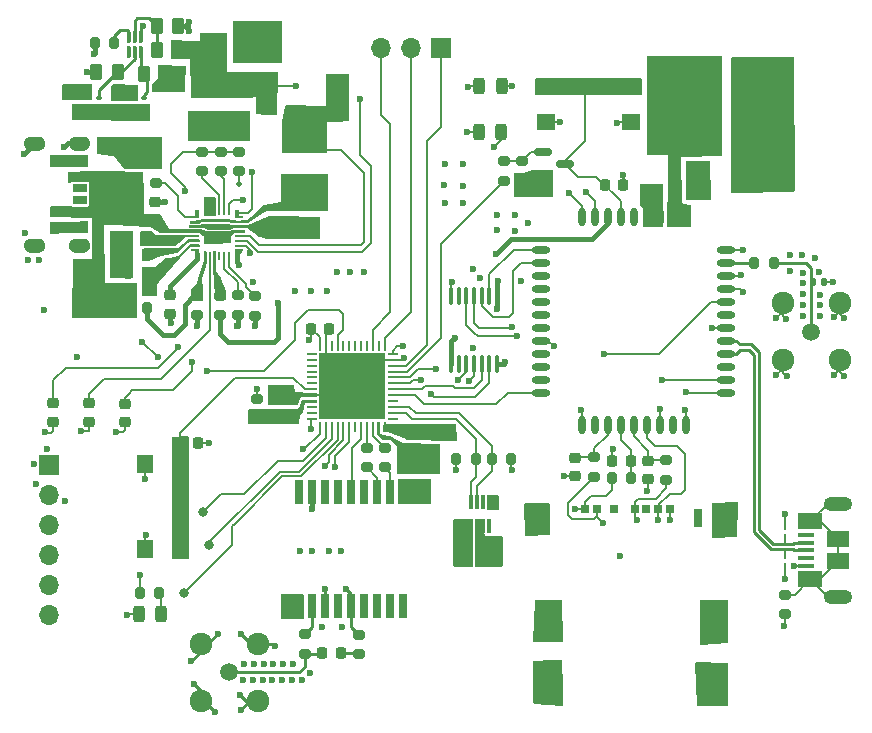
<source format=gbr>
%TF.GenerationSoftware,KiCad,Pcbnew,(6.0.2)*%
%TF.CreationDate,2022-09-17T14:06:50-08:00*%
%TF.ProjectId,HERTZ200,48455254-5a32-4303-902e-6b696361645f,VERSION 1*%
%TF.SameCoordinates,Original*%
%TF.FileFunction,Copper,L1,Top*%
%TF.FilePolarity,Positive*%
%FSLAX46Y46*%
G04 Gerber Fmt 4.6, Leading zero omitted, Abs format (unit mm)*
G04 Created by KiCad (PCBNEW (6.0.2)) date 2022-09-17 14:06:50*
%MOMM*%
%LPD*%
G01*
G04 APERTURE LIST*
G04 Aperture macros list*
%AMRoundRect*
0 Rectangle with rounded corners*
0 $1 Rounding radius*
0 $2 $3 $4 $5 $6 $7 $8 $9 X,Y pos of 4 corners*
0 Add a 4 corners polygon primitive as box body*
4,1,4,$2,$3,$4,$5,$6,$7,$8,$9,$2,$3,0*
0 Add four circle primitives for the rounded corners*
1,1,$1+$1,$2,$3*
1,1,$1+$1,$4,$5*
1,1,$1+$1,$6,$7*
1,1,$1+$1,$8,$9*
0 Add four rect primitives between the rounded corners*
20,1,$1+$1,$2,$3,$4,$5,0*
20,1,$1+$1,$4,$5,$6,$7,0*
20,1,$1+$1,$6,$7,$8,$9,0*
20,1,$1+$1,$8,$9,$2,$3,0*%
G04 Aperture macros list end*
%TA.AperFunction,EtchedComponent*%
%ADD10C,0.010000*%
%TD*%
%TA.AperFunction,SMDPad,CuDef*%
%ADD11RoundRect,0.200000X0.275000X-0.200000X0.275000X0.200000X-0.275000X0.200000X-0.275000X-0.200000X0*%
%TD*%
%TA.AperFunction,SMDPad,CuDef*%
%ADD12R,0.200000X0.940000*%
%TD*%
%TA.AperFunction,SMDPad,CuDef*%
%ADD13R,0.700000X2.000000*%
%TD*%
%TA.AperFunction,SMDPad,CuDef*%
%ADD14RoundRect,0.225000X0.250000X-0.225000X0.250000X0.225000X-0.250000X0.225000X-0.250000X-0.225000X0*%
%TD*%
%TA.AperFunction,SMDPad,CuDef*%
%ADD15RoundRect,0.225000X-0.250000X0.225000X-0.250000X-0.225000X0.250000X-0.225000X0.250000X0.225000X0*%
%TD*%
%TA.AperFunction,SMDPad,CuDef*%
%ADD16RoundRect,0.200000X0.200000X0.275000X-0.200000X0.275000X-0.200000X-0.275000X0.200000X-0.275000X0*%
%TD*%
%TA.AperFunction,SMDPad,CuDef*%
%ADD17RoundRect,0.250000X-0.650000X0.325000X-0.650000X-0.325000X0.650000X-0.325000X0.650000X0.325000X0*%
%TD*%
%TA.AperFunction,SMDPad,CuDef*%
%ADD18RoundRect,0.200000X-0.200000X-0.275000X0.200000X-0.275000X0.200000X0.275000X-0.200000X0.275000X0*%
%TD*%
%TA.AperFunction,SMDPad,CuDef*%
%ADD19RoundRect,0.050100X0.174900X0.099900X-0.174900X0.099900X-0.174900X-0.099900X0.174900X-0.099900X0*%
%TD*%
%TA.AperFunction,SMDPad,CuDef*%
%ADD20RoundRect,0.050100X0.324900X0.099900X-0.324900X0.099900X-0.324900X-0.099900X0.324900X-0.099900X0*%
%TD*%
%TA.AperFunction,SMDPad,CuDef*%
%ADD21RoundRect,0.050350X0.449650X0.424650X-0.449650X0.424650X-0.449650X-0.424650X0.449650X-0.424650X0*%
%TD*%
%TA.AperFunction,SMDPad,CuDef*%
%ADD22RoundRect,0.140000X-0.140000X-0.170000X0.140000X-0.170000X0.140000X0.170000X-0.140000X0.170000X0*%
%TD*%
%TA.AperFunction,SMDPad,CuDef*%
%ADD23RoundRect,0.250000X0.362500X1.425000X-0.362500X1.425000X-0.362500X-1.425000X0.362500X-1.425000X0*%
%TD*%
%TA.AperFunction,SMDPad,CuDef*%
%ADD24RoundRect,0.250000X0.262500X0.450000X-0.262500X0.450000X-0.262500X-0.450000X0.262500X-0.450000X0*%
%TD*%
%TA.AperFunction,ComponentPad*%
%ADD25C,1.508000*%
%TD*%
%TA.AperFunction,ComponentPad*%
%ADD26C,1.920000*%
%TD*%
%TA.AperFunction,SMDPad,CuDef*%
%ADD27RoundRect,0.225000X-0.225000X-0.250000X0.225000X-0.250000X0.225000X0.250000X-0.225000X0.250000X0*%
%TD*%
%TA.AperFunction,SMDPad,CuDef*%
%ADD28RoundRect,0.200000X-0.275000X0.200000X-0.275000X-0.200000X0.275000X-0.200000X0.275000X0.200000X0*%
%TD*%
%TA.AperFunction,SMDPad,CuDef*%
%ADD29RoundRect,0.218750X-0.256250X0.218750X-0.256250X-0.218750X0.256250X-0.218750X0.256250X0.218750X0*%
%TD*%
%TA.AperFunction,SMDPad,CuDef*%
%ADD30R,0.800000X0.200000*%
%TD*%
%TA.AperFunction,SMDPad,CuDef*%
%ADD31R,0.400000X0.500000*%
%TD*%
%TA.AperFunction,SMDPad,CuDef*%
%ADD32R,0.200000X0.800000*%
%TD*%
%TA.AperFunction,SMDPad,CuDef*%
%ADD33R,1.800000X0.300000*%
%TD*%
%TA.AperFunction,SMDPad,CuDef*%
%ADD34RoundRect,0.225000X0.225000X0.250000X-0.225000X0.250000X-0.225000X-0.250000X0.225000X-0.250000X0*%
%TD*%
%TA.AperFunction,SMDPad,CuDef*%
%ADD35R,2.550000X2.700000*%
%TD*%
%TA.AperFunction,SMDPad,CuDef*%
%ADD36R,0.700000X0.700000*%
%TD*%
%TA.AperFunction,SMDPad,CuDef*%
%ADD37R,0.800000X1.500000*%
%TD*%
%TA.AperFunction,SMDPad,CuDef*%
%ADD38R,1.000000X3.400001*%
%TD*%
%TA.AperFunction,SMDPad,CuDef*%
%ADD39R,1.000000X2.400000*%
%TD*%
%TA.AperFunction,SMDPad,CuDef*%
%ADD40R,3.000000X2.500000*%
%TD*%
%TA.AperFunction,SMDPad,CuDef*%
%ADD41RoundRect,0.008100X0.126900X-0.461900X0.126900X0.461900X-0.126900X0.461900X-0.126900X-0.461900X0*%
%TD*%
%TA.AperFunction,SMDPad,CuDef*%
%ADD42O,1.600000X0.600000*%
%TD*%
%TA.AperFunction,SMDPad,CuDef*%
%ADD43O,0.600000X1.600000*%
%TD*%
%TA.AperFunction,SMDPad,CuDef*%
%ADD44RoundRect,0.250000X-0.262500X-0.450000X0.262500X-0.450000X0.262500X0.450000X-0.262500X0.450000X0*%
%TD*%
%TA.AperFunction,SMDPad,CuDef*%
%ADD45R,1.600000X1.400000*%
%TD*%
%TA.AperFunction,ComponentPad*%
%ADD46R,1.700000X1.700000*%
%TD*%
%TA.AperFunction,ComponentPad*%
%ADD47O,1.700000X1.700000*%
%TD*%
%TA.AperFunction,SMDPad,CuDef*%
%ADD48RoundRect,0.100000X-0.100000X0.637500X-0.100000X-0.637500X0.100000X-0.637500X0.100000X0.637500X0*%
%TD*%
%TA.AperFunction,SMDPad,CuDef*%
%ADD49RoundRect,0.150000X-0.587500X-0.150000X0.587500X-0.150000X0.587500X0.150000X-0.587500X0.150000X0*%
%TD*%
%TA.AperFunction,SMDPad,CuDef*%
%ADD50RoundRect,0.243750X-0.243750X-0.456250X0.243750X-0.456250X0.243750X0.456250X-0.243750X0.456250X0*%
%TD*%
%TA.AperFunction,SMDPad,CuDef*%
%ADD51RoundRect,0.062500X-0.375000X-0.062500X0.375000X-0.062500X0.375000X0.062500X-0.375000X0.062500X0*%
%TD*%
%TA.AperFunction,SMDPad,CuDef*%
%ADD52RoundRect,0.062500X-0.062500X-0.375000X0.062500X-0.375000X0.062500X0.375000X-0.062500X0.375000X0*%
%TD*%
%TA.AperFunction,SMDPad,CuDef*%
%ADD53R,5.600000X5.600000*%
%TD*%
%TA.AperFunction,SMDPad,CuDef*%
%ADD54RoundRect,0.147500X-0.147500X-0.172500X0.147500X-0.172500X0.147500X0.172500X-0.147500X0.172500X0*%
%TD*%
%TA.AperFunction,SMDPad,CuDef*%
%ADD55R,1.380000X0.450000*%
%TD*%
%TA.AperFunction,ComponentPad*%
%ADD56O,2.416000X1.208000*%
%TD*%
%TA.AperFunction,SMDPad,CuDef*%
%ADD57R,2.100000X1.475000*%
%TD*%
%TA.AperFunction,SMDPad,CuDef*%
%ADD58R,1.900000X1.375000*%
%TD*%
%TA.AperFunction,SMDPad,CuDef*%
%ADD59R,0.300000X1.200000*%
%TD*%
%TA.AperFunction,SMDPad,CuDef*%
%ADD60R,1.200000X0.700000*%
%TD*%
%TA.AperFunction,SMDPad,CuDef*%
%ADD61R,1.200000X0.760000*%
%TD*%
%TA.AperFunction,SMDPad,CuDef*%
%ADD62R,1.200000X0.800000*%
%TD*%
%TA.AperFunction,ComponentPad*%
%ADD63O,1.600000X0.800000*%
%TD*%
%TA.AperFunction,SMDPad,CuDef*%
%ADD64RoundRect,0.218750X0.218750X0.256250X-0.218750X0.256250X-0.218750X-0.256250X0.218750X-0.256250X0*%
%TD*%
%TA.AperFunction,SMDPad,CuDef*%
%ADD65R,1.400000X1.600000*%
%TD*%
%TA.AperFunction,ViaPad*%
%ADD66C,0.600000*%
%TD*%
%TA.AperFunction,ViaPad*%
%ADD67C,0.800000*%
%TD*%
%TA.AperFunction,ViaPad*%
%ADD68C,0.500000*%
%TD*%
%TA.AperFunction,Conductor*%
%ADD69C,0.203200*%
%TD*%
%TA.AperFunction,Conductor*%
%ADD70C,0.250000*%
%TD*%
%TA.AperFunction,Conductor*%
%ADD71C,0.254000*%
%TD*%
%TA.AperFunction,Conductor*%
%ADD72C,0.381000*%
%TD*%
%TA.AperFunction,Conductor*%
%ADD73C,0.180000*%
%TD*%
%TA.AperFunction,Conductor*%
%ADD74C,0.293370*%
%TD*%
%TA.AperFunction,Conductor*%
%ADD75C,0.261112*%
%TD*%
%TA.AperFunction,Conductor*%
%ADD76C,0.152400*%
%TD*%
G04 APERTURE END LIST*
D10*
%TO.C,J8*%
X37459788Y-47931800D02*
X37458788Y-47902800D01*
X37458788Y-47902800D02*
X37456788Y-47874800D01*
X37456788Y-47874800D02*
X37452788Y-47845800D01*
X37452788Y-47845800D02*
X37447788Y-47817800D01*
X37447788Y-47817800D02*
X37440788Y-47789800D01*
X37440788Y-47789800D02*
X37432788Y-47761800D01*
X37432788Y-47761800D02*
X37422788Y-47734800D01*
X37422788Y-47734800D02*
X37411788Y-47707800D01*
X37411788Y-47707800D02*
X37399788Y-47681800D01*
X37399788Y-47681800D02*
X37385788Y-47656800D01*
X37385788Y-47656800D02*
X37370788Y-47631800D01*
X37370788Y-47631800D02*
X37354788Y-47608800D01*
X37354788Y-47608800D02*
X37336788Y-47585800D01*
X37336788Y-47585800D02*
X37318788Y-47563800D01*
X37318788Y-47563800D02*
X37298788Y-47542800D01*
X37298788Y-47542800D02*
X37277788Y-47522800D01*
X37277788Y-47522800D02*
X37255788Y-47504800D01*
X37255788Y-47504800D02*
X37232788Y-47486800D01*
X37232788Y-47486800D02*
X37209788Y-47470800D01*
X37209788Y-47470800D02*
X37184788Y-47455800D01*
X37184788Y-47455800D02*
X37159788Y-47441800D01*
X37159788Y-47441800D02*
X37133788Y-47429800D01*
X37133788Y-47429800D02*
X37106788Y-47418800D01*
X37106788Y-47418800D02*
X37079788Y-47408800D01*
X37079788Y-47408800D02*
X37051788Y-47400800D01*
X37051788Y-47400800D02*
X37023788Y-47393800D01*
X37023788Y-47393800D02*
X36995788Y-47388800D01*
X36995788Y-47388800D02*
X36966788Y-47384800D01*
X36966788Y-47384800D02*
X36938788Y-47382800D01*
X36938788Y-47382800D02*
X36909788Y-47381800D01*
X36909788Y-47381800D02*
X36309788Y-47381800D01*
X36309788Y-47381800D02*
X36280788Y-47382800D01*
X36280788Y-47382800D02*
X36252788Y-47384800D01*
X36252788Y-47384800D02*
X36223788Y-47388800D01*
X36223788Y-47388800D02*
X36195788Y-47393800D01*
X36195788Y-47393800D02*
X36167788Y-47400800D01*
X36167788Y-47400800D02*
X36139788Y-47408800D01*
X36139788Y-47408800D02*
X36112788Y-47418800D01*
X36112788Y-47418800D02*
X36085788Y-47429800D01*
X36085788Y-47429800D02*
X36059788Y-47441800D01*
X36059788Y-47441800D02*
X36034788Y-47455800D01*
X36034788Y-47455800D02*
X36009788Y-47470800D01*
X36009788Y-47470800D02*
X35986788Y-47486800D01*
X35986788Y-47486800D02*
X35963788Y-47504800D01*
X35963788Y-47504800D02*
X35941788Y-47522800D01*
X35941788Y-47522800D02*
X35920788Y-47542800D01*
X35920788Y-47542800D02*
X35900788Y-47563800D01*
X35900788Y-47563800D02*
X35882788Y-47585800D01*
X35882788Y-47585800D02*
X35864788Y-47608800D01*
X35864788Y-47608800D02*
X35848788Y-47631800D01*
X35848788Y-47631800D02*
X35833788Y-47656800D01*
X35833788Y-47656800D02*
X35819788Y-47681800D01*
X35819788Y-47681800D02*
X35807788Y-47707800D01*
X35807788Y-47707800D02*
X35796788Y-47734800D01*
X35796788Y-47734800D02*
X35786788Y-47761800D01*
X35786788Y-47761800D02*
X35778788Y-47789800D01*
X35778788Y-47789800D02*
X35771788Y-47817800D01*
X35771788Y-47817800D02*
X35766788Y-47845800D01*
X35766788Y-47845800D02*
X35762788Y-47874800D01*
X35762788Y-47874800D02*
X35760788Y-47902800D01*
X35760788Y-47902800D02*
X35759788Y-47931800D01*
X35759788Y-47931800D02*
X35760788Y-47960800D01*
X35760788Y-47960800D02*
X35762788Y-47988800D01*
X35762788Y-47988800D02*
X35766788Y-48017800D01*
X35766788Y-48017800D02*
X35771788Y-48045800D01*
X35771788Y-48045800D02*
X35778788Y-48073800D01*
X35778788Y-48073800D02*
X35786788Y-48101800D01*
X35786788Y-48101800D02*
X35796788Y-48128800D01*
X35796788Y-48128800D02*
X35807788Y-48155800D01*
X35807788Y-48155800D02*
X35819788Y-48181800D01*
X35819788Y-48181800D02*
X35833788Y-48206800D01*
X35833788Y-48206800D02*
X35848788Y-48231800D01*
X35848788Y-48231800D02*
X35864788Y-48254800D01*
X35864788Y-48254800D02*
X35882788Y-48277800D01*
X35882788Y-48277800D02*
X35900788Y-48299800D01*
X35900788Y-48299800D02*
X35920788Y-48320800D01*
X35920788Y-48320800D02*
X35941788Y-48340800D01*
X35941788Y-48340800D02*
X35963788Y-48358800D01*
X35963788Y-48358800D02*
X35986788Y-48376800D01*
X35986788Y-48376800D02*
X36009788Y-48392800D01*
X36009788Y-48392800D02*
X36034788Y-48407800D01*
X36034788Y-48407800D02*
X36059788Y-48421800D01*
X36059788Y-48421800D02*
X36085788Y-48433800D01*
X36085788Y-48433800D02*
X36112788Y-48444800D01*
X36112788Y-48444800D02*
X36139788Y-48454800D01*
X36139788Y-48454800D02*
X36167788Y-48462800D01*
X36167788Y-48462800D02*
X36195788Y-48469800D01*
X36195788Y-48469800D02*
X36223788Y-48474800D01*
X36223788Y-48474800D02*
X36252788Y-48478800D01*
X36252788Y-48478800D02*
X36280788Y-48480800D01*
X36280788Y-48480800D02*
X36309788Y-48481800D01*
X36309788Y-48481800D02*
X36909788Y-48481800D01*
X36909788Y-48481800D02*
X36938788Y-48480800D01*
X36938788Y-48480800D02*
X36966788Y-48478800D01*
X36966788Y-48478800D02*
X36995788Y-48474800D01*
X36995788Y-48474800D02*
X37023788Y-48469800D01*
X37023788Y-48469800D02*
X37051788Y-48462800D01*
X37051788Y-48462800D02*
X37079788Y-48454800D01*
X37079788Y-48454800D02*
X37106788Y-48444800D01*
X37106788Y-48444800D02*
X37133788Y-48433800D01*
X37133788Y-48433800D02*
X37159788Y-48421800D01*
X37159788Y-48421800D02*
X37184788Y-48407800D01*
X37184788Y-48407800D02*
X37209788Y-48392800D01*
X37209788Y-48392800D02*
X37232788Y-48376800D01*
X37232788Y-48376800D02*
X37255788Y-48358800D01*
X37255788Y-48358800D02*
X37277788Y-48340800D01*
X37277788Y-48340800D02*
X37298788Y-48320800D01*
X37298788Y-48320800D02*
X37318788Y-48299800D01*
X37318788Y-48299800D02*
X37336788Y-48277800D01*
X37336788Y-48277800D02*
X37354788Y-48254800D01*
X37354788Y-48254800D02*
X37370788Y-48231800D01*
X37370788Y-48231800D02*
X37385788Y-48206800D01*
X37385788Y-48206800D02*
X37399788Y-48181800D01*
X37399788Y-48181800D02*
X37411788Y-48155800D01*
X37411788Y-48155800D02*
X37422788Y-48128800D01*
X37422788Y-48128800D02*
X37432788Y-48101800D01*
X37432788Y-48101800D02*
X37440788Y-48073800D01*
X37440788Y-48073800D02*
X37447788Y-48045800D01*
X37447788Y-48045800D02*
X37452788Y-48017800D01*
X37452788Y-48017800D02*
X37456788Y-47988800D01*
X37456788Y-47988800D02*
X37458788Y-47960800D01*
X37458788Y-47960800D02*
X37459788Y-47931800D01*
X37459788Y-47931800D02*
X37459788Y-47931800D01*
G36*
X36938788Y-47382800D02*
G01*
X36966788Y-47384800D01*
X36995788Y-47388800D01*
X37023788Y-47393800D01*
X37051788Y-47400800D01*
X37079788Y-47408800D01*
X37106788Y-47418800D01*
X37133788Y-47429800D01*
X37159788Y-47441800D01*
X37184788Y-47455800D01*
X37209788Y-47470800D01*
X37232788Y-47486800D01*
X37255788Y-47504800D01*
X37277788Y-47522800D01*
X37298788Y-47542800D01*
X37318788Y-47563800D01*
X37336788Y-47585800D01*
X37354788Y-47608800D01*
X37370788Y-47631800D01*
X37385788Y-47656800D01*
X37399788Y-47681800D01*
X37411788Y-47707800D01*
X37422788Y-47734800D01*
X37432788Y-47761800D01*
X37440788Y-47789800D01*
X37447788Y-47817800D01*
X37452788Y-47845800D01*
X37456788Y-47874800D01*
X37458788Y-47902800D01*
X37459788Y-47931800D01*
X37458788Y-47960800D01*
X37456788Y-47988800D01*
X37452788Y-48017800D01*
X37447788Y-48045800D01*
X37440788Y-48073800D01*
X37432788Y-48101800D01*
X37422788Y-48128800D01*
X37411788Y-48155800D01*
X37399788Y-48181800D01*
X37385788Y-48206800D01*
X37370788Y-48231800D01*
X37354788Y-48254800D01*
X37336788Y-48277800D01*
X37318788Y-48299800D01*
X37298788Y-48320800D01*
X37277788Y-48340800D01*
X37255788Y-48358800D01*
X37232788Y-48376800D01*
X37209788Y-48392800D01*
X37184788Y-48407800D01*
X37159788Y-48421800D01*
X37133788Y-48433800D01*
X37106788Y-48444800D01*
X37079788Y-48454800D01*
X37051788Y-48462800D01*
X37023788Y-48469800D01*
X36995788Y-48474800D01*
X36966788Y-48478800D01*
X36938788Y-48480800D01*
X36909788Y-48481800D01*
X36309788Y-48481800D01*
X36280788Y-48480800D01*
X36252788Y-48478800D01*
X36223788Y-48474800D01*
X36195788Y-48469800D01*
X36167788Y-48462800D01*
X36139788Y-48454800D01*
X36112788Y-48444800D01*
X36085788Y-48433800D01*
X36059788Y-48421800D01*
X36034788Y-48407800D01*
X36009788Y-48392800D01*
X35986788Y-48376800D01*
X35963788Y-48358800D01*
X35941788Y-48340800D01*
X35920788Y-48320800D01*
X35900788Y-48299800D01*
X35882788Y-48277800D01*
X35864788Y-48254800D01*
X35848788Y-48231800D01*
X35833788Y-48206800D01*
X35819788Y-48181800D01*
X35807788Y-48155800D01*
X35796788Y-48128800D01*
X35786788Y-48101800D01*
X35778788Y-48073800D01*
X35771788Y-48045800D01*
X35766788Y-48017800D01*
X35762788Y-47988800D01*
X35760788Y-47960800D01*
X35759788Y-47931800D01*
X35760788Y-47902800D01*
X35762788Y-47874800D01*
X35766788Y-47845800D01*
X35771788Y-47817800D01*
X35778788Y-47789800D01*
X35786788Y-47761800D01*
X35796788Y-47734800D01*
X35807788Y-47707800D01*
X35819788Y-47681800D01*
X35833788Y-47656800D01*
X35848788Y-47631800D01*
X35864788Y-47608800D01*
X35882788Y-47585800D01*
X35900788Y-47563800D01*
X35920788Y-47542800D01*
X35941788Y-47522800D01*
X35963788Y-47504800D01*
X35986788Y-47486800D01*
X36009788Y-47470800D01*
X36034788Y-47455800D01*
X36059788Y-47441800D01*
X36085788Y-47429800D01*
X36112788Y-47418800D01*
X36139788Y-47408800D01*
X36167788Y-47400800D01*
X36195788Y-47393800D01*
X36223788Y-47388800D01*
X36252788Y-47384800D01*
X36280788Y-47382800D01*
X36309788Y-47381800D01*
X36909788Y-47381800D01*
X36938788Y-47382800D01*
G37*
X36938788Y-47382800D02*
X36966788Y-47384800D01*
X36995788Y-47388800D01*
X37023788Y-47393800D01*
X37051788Y-47400800D01*
X37079788Y-47408800D01*
X37106788Y-47418800D01*
X37133788Y-47429800D01*
X37159788Y-47441800D01*
X37184788Y-47455800D01*
X37209788Y-47470800D01*
X37232788Y-47486800D01*
X37255788Y-47504800D01*
X37277788Y-47522800D01*
X37298788Y-47542800D01*
X37318788Y-47563800D01*
X37336788Y-47585800D01*
X37354788Y-47608800D01*
X37370788Y-47631800D01*
X37385788Y-47656800D01*
X37399788Y-47681800D01*
X37411788Y-47707800D01*
X37422788Y-47734800D01*
X37432788Y-47761800D01*
X37440788Y-47789800D01*
X37447788Y-47817800D01*
X37452788Y-47845800D01*
X37456788Y-47874800D01*
X37458788Y-47902800D01*
X37459788Y-47931800D01*
X37458788Y-47960800D01*
X37456788Y-47988800D01*
X37452788Y-48017800D01*
X37447788Y-48045800D01*
X37440788Y-48073800D01*
X37432788Y-48101800D01*
X37422788Y-48128800D01*
X37411788Y-48155800D01*
X37399788Y-48181800D01*
X37385788Y-48206800D01*
X37370788Y-48231800D01*
X37354788Y-48254800D01*
X37336788Y-48277800D01*
X37318788Y-48299800D01*
X37298788Y-48320800D01*
X37277788Y-48340800D01*
X37255788Y-48358800D01*
X37232788Y-48376800D01*
X37209788Y-48392800D01*
X37184788Y-48407800D01*
X37159788Y-48421800D01*
X37133788Y-48433800D01*
X37106788Y-48444800D01*
X37079788Y-48454800D01*
X37051788Y-48462800D01*
X37023788Y-48469800D01*
X36995788Y-48474800D01*
X36966788Y-48478800D01*
X36938788Y-48480800D01*
X36909788Y-48481800D01*
X36309788Y-48481800D01*
X36280788Y-48480800D01*
X36252788Y-48478800D01*
X36223788Y-48474800D01*
X36195788Y-48469800D01*
X36167788Y-48462800D01*
X36139788Y-48454800D01*
X36112788Y-48444800D01*
X36085788Y-48433800D01*
X36059788Y-48421800D01*
X36034788Y-48407800D01*
X36009788Y-48392800D01*
X35986788Y-48376800D01*
X35963788Y-48358800D01*
X35941788Y-48340800D01*
X35920788Y-48320800D01*
X35900788Y-48299800D01*
X35882788Y-48277800D01*
X35864788Y-48254800D01*
X35848788Y-48231800D01*
X35833788Y-48206800D01*
X35819788Y-48181800D01*
X35807788Y-48155800D01*
X35796788Y-48128800D01*
X35786788Y-48101800D01*
X35778788Y-48073800D01*
X35771788Y-48045800D01*
X35766788Y-48017800D01*
X35762788Y-47988800D01*
X35760788Y-47960800D01*
X35759788Y-47931800D01*
X35760788Y-47902800D01*
X35762788Y-47874800D01*
X35766788Y-47845800D01*
X35771788Y-47817800D01*
X35778788Y-47789800D01*
X35786788Y-47761800D01*
X35796788Y-47734800D01*
X35807788Y-47707800D01*
X35819788Y-47681800D01*
X35833788Y-47656800D01*
X35848788Y-47631800D01*
X35864788Y-47608800D01*
X35882788Y-47585800D01*
X35900788Y-47563800D01*
X35920788Y-47542800D01*
X35941788Y-47522800D01*
X35963788Y-47504800D01*
X35986788Y-47486800D01*
X36009788Y-47470800D01*
X36034788Y-47455800D01*
X36059788Y-47441800D01*
X36085788Y-47429800D01*
X36112788Y-47418800D01*
X36139788Y-47408800D01*
X36167788Y-47400800D01*
X36195788Y-47393800D01*
X36223788Y-47388800D01*
X36252788Y-47384800D01*
X36280788Y-47382800D01*
X36309788Y-47381800D01*
X36909788Y-47381800D01*
X36938788Y-47382800D01*
X33659788Y-39291800D02*
X33658788Y-39262800D01*
X33658788Y-39262800D02*
X33656788Y-39234800D01*
X33656788Y-39234800D02*
X33652788Y-39205800D01*
X33652788Y-39205800D02*
X33647788Y-39177800D01*
X33647788Y-39177800D02*
X33640788Y-39149800D01*
X33640788Y-39149800D02*
X33632788Y-39121800D01*
X33632788Y-39121800D02*
X33622788Y-39094800D01*
X33622788Y-39094800D02*
X33611788Y-39067800D01*
X33611788Y-39067800D02*
X33599788Y-39041800D01*
X33599788Y-39041800D02*
X33585788Y-39016800D01*
X33585788Y-39016800D02*
X33570788Y-38991800D01*
X33570788Y-38991800D02*
X33554788Y-38968800D01*
X33554788Y-38968800D02*
X33536788Y-38945800D01*
X33536788Y-38945800D02*
X33518788Y-38923800D01*
X33518788Y-38923800D02*
X33498788Y-38902800D01*
X33498788Y-38902800D02*
X33477788Y-38882800D01*
X33477788Y-38882800D02*
X33455788Y-38864800D01*
X33455788Y-38864800D02*
X33432788Y-38846800D01*
X33432788Y-38846800D02*
X33409788Y-38830800D01*
X33409788Y-38830800D02*
X33384788Y-38815800D01*
X33384788Y-38815800D02*
X33359788Y-38801800D01*
X33359788Y-38801800D02*
X33333788Y-38789800D01*
X33333788Y-38789800D02*
X33306788Y-38778800D01*
X33306788Y-38778800D02*
X33279788Y-38768800D01*
X33279788Y-38768800D02*
X33251788Y-38760800D01*
X33251788Y-38760800D02*
X33223788Y-38753800D01*
X33223788Y-38753800D02*
X33195788Y-38748800D01*
X33195788Y-38748800D02*
X33166788Y-38744800D01*
X33166788Y-38744800D02*
X33138788Y-38742800D01*
X33138788Y-38742800D02*
X33109788Y-38741800D01*
X33109788Y-38741800D02*
X32509788Y-38741800D01*
X32509788Y-38741800D02*
X32480788Y-38742800D01*
X32480788Y-38742800D02*
X32452788Y-38744800D01*
X32452788Y-38744800D02*
X32423788Y-38748800D01*
X32423788Y-38748800D02*
X32395788Y-38753800D01*
X32395788Y-38753800D02*
X32367788Y-38760800D01*
X32367788Y-38760800D02*
X32339788Y-38768800D01*
X32339788Y-38768800D02*
X32312788Y-38778800D01*
X32312788Y-38778800D02*
X32285788Y-38789800D01*
X32285788Y-38789800D02*
X32259788Y-38801800D01*
X32259788Y-38801800D02*
X32234788Y-38815800D01*
X32234788Y-38815800D02*
X32209788Y-38830800D01*
X32209788Y-38830800D02*
X32186788Y-38846800D01*
X32186788Y-38846800D02*
X32163788Y-38864800D01*
X32163788Y-38864800D02*
X32141788Y-38882800D01*
X32141788Y-38882800D02*
X32120788Y-38902800D01*
X32120788Y-38902800D02*
X32100788Y-38923800D01*
X32100788Y-38923800D02*
X32082788Y-38945800D01*
X32082788Y-38945800D02*
X32064788Y-38968800D01*
X32064788Y-38968800D02*
X32048788Y-38991800D01*
X32048788Y-38991800D02*
X32033788Y-39016800D01*
X32033788Y-39016800D02*
X32019788Y-39041800D01*
X32019788Y-39041800D02*
X32007788Y-39067800D01*
X32007788Y-39067800D02*
X31996788Y-39094800D01*
X31996788Y-39094800D02*
X31986788Y-39121800D01*
X31986788Y-39121800D02*
X31978788Y-39149800D01*
X31978788Y-39149800D02*
X31971788Y-39177800D01*
X31971788Y-39177800D02*
X31966788Y-39205800D01*
X31966788Y-39205800D02*
X31962788Y-39234800D01*
X31962788Y-39234800D02*
X31960788Y-39262800D01*
X31960788Y-39262800D02*
X31959788Y-39291800D01*
X31959788Y-39291800D02*
X31960788Y-39320800D01*
X31960788Y-39320800D02*
X31962788Y-39348800D01*
X31962788Y-39348800D02*
X31966788Y-39377800D01*
X31966788Y-39377800D02*
X31971788Y-39405800D01*
X31971788Y-39405800D02*
X31978788Y-39433800D01*
X31978788Y-39433800D02*
X31986788Y-39461800D01*
X31986788Y-39461800D02*
X31996788Y-39488800D01*
X31996788Y-39488800D02*
X32007788Y-39515800D01*
X32007788Y-39515800D02*
X32019788Y-39541800D01*
X32019788Y-39541800D02*
X32033788Y-39566800D01*
X32033788Y-39566800D02*
X32048788Y-39591800D01*
X32048788Y-39591800D02*
X32064788Y-39614800D01*
X32064788Y-39614800D02*
X32082788Y-39637800D01*
X32082788Y-39637800D02*
X32100788Y-39659800D01*
X32100788Y-39659800D02*
X32120788Y-39680800D01*
X32120788Y-39680800D02*
X32141788Y-39700800D01*
X32141788Y-39700800D02*
X32163788Y-39718800D01*
X32163788Y-39718800D02*
X32186788Y-39736800D01*
X32186788Y-39736800D02*
X32209788Y-39752800D01*
X32209788Y-39752800D02*
X32234788Y-39767800D01*
X32234788Y-39767800D02*
X32259788Y-39781800D01*
X32259788Y-39781800D02*
X32285788Y-39793800D01*
X32285788Y-39793800D02*
X32312788Y-39804800D01*
X32312788Y-39804800D02*
X32339788Y-39814800D01*
X32339788Y-39814800D02*
X32367788Y-39822800D01*
X32367788Y-39822800D02*
X32395788Y-39829800D01*
X32395788Y-39829800D02*
X32423788Y-39834800D01*
X32423788Y-39834800D02*
X32452788Y-39838800D01*
X32452788Y-39838800D02*
X32480788Y-39840800D01*
X32480788Y-39840800D02*
X32509788Y-39841800D01*
X32509788Y-39841800D02*
X33109788Y-39841800D01*
X33109788Y-39841800D02*
X33138788Y-39840800D01*
X33138788Y-39840800D02*
X33166788Y-39838800D01*
X33166788Y-39838800D02*
X33195788Y-39834800D01*
X33195788Y-39834800D02*
X33223788Y-39829800D01*
X33223788Y-39829800D02*
X33251788Y-39822800D01*
X33251788Y-39822800D02*
X33279788Y-39814800D01*
X33279788Y-39814800D02*
X33306788Y-39804800D01*
X33306788Y-39804800D02*
X33333788Y-39793800D01*
X33333788Y-39793800D02*
X33359788Y-39781800D01*
X33359788Y-39781800D02*
X33384788Y-39767800D01*
X33384788Y-39767800D02*
X33409788Y-39752800D01*
X33409788Y-39752800D02*
X33432788Y-39736800D01*
X33432788Y-39736800D02*
X33455788Y-39718800D01*
X33455788Y-39718800D02*
X33477788Y-39700800D01*
X33477788Y-39700800D02*
X33498788Y-39680800D01*
X33498788Y-39680800D02*
X33518788Y-39659800D01*
X33518788Y-39659800D02*
X33536788Y-39637800D01*
X33536788Y-39637800D02*
X33554788Y-39614800D01*
X33554788Y-39614800D02*
X33570788Y-39591800D01*
X33570788Y-39591800D02*
X33585788Y-39566800D01*
X33585788Y-39566800D02*
X33599788Y-39541800D01*
X33599788Y-39541800D02*
X33611788Y-39515800D01*
X33611788Y-39515800D02*
X33622788Y-39488800D01*
X33622788Y-39488800D02*
X33632788Y-39461800D01*
X33632788Y-39461800D02*
X33640788Y-39433800D01*
X33640788Y-39433800D02*
X33647788Y-39405800D01*
X33647788Y-39405800D02*
X33652788Y-39377800D01*
X33652788Y-39377800D02*
X33656788Y-39348800D01*
X33656788Y-39348800D02*
X33658788Y-39320800D01*
X33658788Y-39320800D02*
X33659788Y-39291800D01*
X33659788Y-39291800D02*
X33659788Y-39291800D01*
G36*
X33138788Y-38742800D02*
G01*
X33166788Y-38744800D01*
X33195788Y-38748800D01*
X33223788Y-38753800D01*
X33251788Y-38760800D01*
X33279788Y-38768800D01*
X33306788Y-38778800D01*
X33333788Y-38789800D01*
X33359788Y-38801800D01*
X33384788Y-38815800D01*
X33409788Y-38830800D01*
X33432788Y-38846800D01*
X33455788Y-38864800D01*
X33477788Y-38882800D01*
X33498788Y-38902800D01*
X33518788Y-38923800D01*
X33536788Y-38945800D01*
X33554788Y-38968800D01*
X33570788Y-38991800D01*
X33585788Y-39016800D01*
X33599788Y-39041800D01*
X33611788Y-39067800D01*
X33622788Y-39094800D01*
X33632788Y-39121800D01*
X33640788Y-39149800D01*
X33647788Y-39177800D01*
X33652788Y-39205800D01*
X33656788Y-39234800D01*
X33658788Y-39262800D01*
X33659788Y-39291800D01*
X33658788Y-39320800D01*
X33656788Y-39348800D01*
X33652788Y-39377800D01*
X33647788Y-39405800D01*
X33640788Y-39433800D01*
X33632788Y-39461800D01*
X33622788Y-39488800D01*
X33611788Y-39515800D01*
X33599788Y-39541800D01*
X33585788Y-39566800D01*
X33570788Y-39591800D01*
X33554788Y-39614800D01*
X33536788Y-39637800D01*
X33518788Y-39659800D01*
X33498788Y-39680800D01*
X33477788Y-39700800D01*
X33455788Y-39718800D01*
X33432788Y-39736800D01*
X33409788Y-39752800D01*
X33384788Y-39767800D01*
X33359788Y-39781800D01*
X33333788Y-39793800D01*
X33306788Y-39804800D01*
X33279788Y-39814800D01*
X33251788Y-39822800D01*
X33223788Y-39829800D01*
X33195788Y-39834800D01*
X33166788Y-39838800D01*
X33138788Y-39840800D01*
X33109788Y-39841800D01*
X32509788Y-39841800D01*
X32480788Y-39840800D01*
X32452788Y-39838800D01*
X32423788Y-39834800D01*
X32395788Y-39829800D01*
X32367788Y-39822800D01*
X32339788Y-39814800D01*
X32312788Y-39804800D01*
X32285788Y-39793800D01*
X32259788Y-39781800D01*
X32234788Y-39767800D01*
X32209788Y-39752800D01*
X32186788Y-39736800D01*
X32163788Y-39718800D01*
X32141788Y-39700800D01*
X32120788Y-39680800D01*
X32100788Y-39659800D01*
X32082788Y-39637800D01*
X32064788Y-39614800D01*
X32048788Y-39591800D01*
X32033788Y-39566800D01*
X32019788Y-39541800D01*
X32007788Y-39515800D01*
X31996788Y-39488800D01*
X31986788Y-39461800D01*
X31978788Y-39433800D01*
X31971788Y-39405800D01*
X31966788Y-39377800D01*
X31962788Y-39348800D01*
X31960788Y-39320800D01*
X31959788Y-39291800D01*
X31960788Y-39262800D01*
X31962788Y-39234800D01*
X31966788Y-39205800D01*
X31971788Y-39177800D01*
X31978788Y-39149800D01*
X31986788Y-39121800D01*
X31996788Y-39094800D01*
X32007788Y-39067800D01*
X32019788Y-39041800D01*
X32033788Y-39016800D01*
X32048788Y-38991800D01*
X32064788Y-38968800D01*
X32082788Y-38945800D01*
X32100788Y-38923800D01*
X32120788Y-38902800D01*
X32141788Y-38882800D01*
X32163788Y-38864800D01*
X32186788Y-38846800D01*
X32209788Y-38830800D01*
X32234788Y-38815800D01*
X32259788Y-38801800D01*
X32285788Y-38789800D01*
X32312788Y-38778800D01*
X32339788Y-38768800D01*
X32367788Y-38760800D01*
X32395788Y-38753800D01*
X32423788Y-38748800D01*
X32452788Y-38744800D01*
X32480788Y-38742800D01*
X32509788Y-38741800D01*
X33109788Y-38741800D01*
X33138788Y-38742800D01*
G37*
X33138788Y-38742800D02*
X33166788Y-38744800D01*
X33195788Y-38748800D01*
X33223788Y-38753800D01*
X33251788Y-38760800D01*
X33279788Y-38768800D01*
X33306788Y-38778800D01*
X33333788Y-38789800D01*
X33359788Y-38801800D01*
X33384788Y-38815800D01*
X33409788Y-38830800D01*
X33432788Y-38846800D01*
X33455788Y-38864800D01*
X33477788Y-38882800D01*
X33498788Y-38902800D01*
X33518788Y-38923800D01*
X33536788Y-38945800D01*
X33554788Y-38968800D01*
X33570788Y-38991800D01*
X33585788Y-39016800D01*
X33599788Y-39041800D01*
X33611788Y-39067800D01*
X33622788Y-39094800D01*
X33632788Y-39121800D01*
X33640788Y-39149800D01*
X33647788Y-39177800D01*
X33652788Y-39205800D01*
X33656788Y-39234800D01*
X33658788Y-39262800D01*
X33659788Y-39291800D01*
X33658788Y-39320800D01*
X33656788Y-39348800D01*
X33652788Y-39377800D01*
X33647788Y-39405800D01*
X33640788Y-39433800D01*
X33632788Y-39461800D01*
X33622788Y-39488800D01*
X33611788Y-39515800D01*
X33599788Y-39541800D01*
X33585788Y-39566800D01*
X33570788Y-39591800D01*
X33554788Y-39614800D01*
X33536788Y-39637800D01*
X33518788Y-39659800D01*
X33498788Y-39680800D01*
X33477788Y-39700800D01*
X33455788Y-39718800D01*
X33432788Y-39736800D01*
X33409788Y-39752800D01*
X33384788Y-39767800D01*
X33359788Y-39781800D01*
X33333788Y-39793800D01*
X33306788Y-39804800D01*
X33279788Y-39814800D01*
X33251788Y-39822800D01*
X33223788Y-39829800D01*
X33195788Y-39834800D01*
X33166788Y-39838800D01*
X33138788Y-39840800D01*
X33109788Y-39841800D01*
X32509788Y-39841800D01*
X32480788Y-39840800D01*
X32452788Y-39838800D01*
X32423788Y-39834800D01*
X32395788Y-39829800D01*
X32367788Y-39822800D01*
X32339788Y-39814800D01*
X32312788Y-39804800D01*
X32285788Y-39793800D01*
X32259788Y-39781800D01*
X32234788Y-39767800D01*
X32209788Y-39752800D01*
X32186788Y-39736800D01*
X32163788Y-39718800D01*
X32141788Y-39700800D01*
X32120788Y-39680800D01*
X32100788Y-39659800D01*
X32082788Y-39637800D01*
X32064788Y-39614800D01*
X32048788Y-39591800D01*
X32033788Y-39566800D01*
X32019788Y-39541800D01*
X32007788Y-39515800D01*
X31996788Y-39488800D01*
X31986788Y-39461800D01*
X31978788Y-39433800D01*
X31971788Y-39405800D01*
X31966788Y-39377800D01*
X31962788Y-39348800D01*
X31960788Y-39320800D01*
X31959788Y-39291800D01*
X31960788Y-39262800D01*
X31962788Y-39234800D01*
X31966788Y-39205800D01*
X31971788Y-39177800D01*
X31978788Y-39149800D01*
X31986788Y-39121800D01*
X31996788Y-39094800D01*
X32007788Y-39067800D01*
X32019788Y-39041800D01*
X32033788Y-39016800D01*
X32048788Y-38991800D01*
X32064788Y-38968800D01*
X32082788Y-38945800D01*
X32100788Y-38923800D01*
X32120788Y-38902800D01*
X32141788Y-38882800D01*
X32163788Y-38864800D01*
X32186788Y-38846800D01*
X32209788Y-38830800D01*
X32234788Y-38815800D01*
X32259788Y-38801800D01*
X32285788Y-38789800D01*
X32312788Y-38778800D01*
X32339788Y-38768800D01*
X32367788Y-38760800D01*
X32395788Y-38753800D01*
X32423788Y-38748800D01*
X32452788Y-38744800D01*
X32480788Y-38742800D01*
X32509788Y-38741800D01*
X33109788Y-38741800D01*
X33138788Y-38742800D01*
X33659788Y-47931800D02*
X33658788Y-47902800D01*
X33658788Y-47902800D02*
X33656788Y-47874800D01*
X33656788Y-47874800D02*
X33652788Y-47845800D01*
X33652788Y-47845800D02*
X33647788Y-47817800D01*
X33647788Y-47817800D02*
X33640788Y-47789800D01*
X33640788Y-47789800D02*
X33632788Y-47761800D01*
X33632788Y-47761800D02*
X33622788Y-47734800D01*
X33622788Y-47734800D02*
X33611788Y-47707800D01*
X33611788Y-47707800D02*
X33599788Y-47681800D01*
X33599788Y-47681800D02*
X33585788Y-47656800D01*
X33585788Y-47656800D02*
X33570788Y-47631800D01*
X33570788Y-47631800D02*
X33554788Y-47608800D01*
X33554788Y-47608800D02*
X33536788Y-47585800D01*
X33536788Y-47585800D02*
X33518788Y-47563800D01*
X33518788Y-47563800D02*
X33498788Y-47542800D01*
X33498788Y-47542800D02*
X33477788Y-47522800D01*
X33477788Y-47522800D02*
X33455788Y-47504800D01*
X33455788Y-47504800D02*
X33432788Y-47486800D01*
X33432788Y-47486800D02*
X33409788Y-47470800D01*
X33409788Y-47470800D02*
X33384788Y-47455800D01*
X33384788Y-47455800D02*
X33359788Y-47441800D01*
X33359788Y-47441800D02*
X33333788Y-47429800D01*
X33333788Y-47429800D02*
X33306788Y-47418800D01*
X33306788Y-47418800D02*
X33279788Y-47408800D01*
X33279788Y-47408800D02*
X33251788Y-47400800D01*
X33251788Y-47400800D02*
X33223788Y-47393800D01*
X33223788Y-47393800D02*
X33195788Y-47388800D01*
X33195788Y-47388800D02*
X33166788Y-47384800D01*
X33166788Y-47384800D02*
X33138788Y-47382800D01*
X33138788Y-47382800D02*
X33109788Y-47381800D01*
X33109788Y-47381800D02*
X32509788Y-47381800D01*
X32509788Y-47381800D02*
X32480788Y-47382800D01*
X32480788Y-47382800D02*
X32452788Y-47384800D01*
X32452788Y-47384800D02*
X32423788Y-47388800D01*
X32423788Y-47388800D02*
X32395788Y-47393800D01*
X32395788Y-47393800D02*
X32367788Y-47400800D01*
X32367788Y-47400800D02*
X32339788Y-47408800D01*
X32339788Y-47408800D02*
X32312788Y-47418800D01*
X32312788Y-47418800D02*
X32285788Y-47429800D01*
X32285788Y-47429800D02*
X32259788Y-47441800D01*
X32259788Y-47441800D02*
X32234788Y-47455800D01*
X32234788Y-47455800D02*
X32209788Y-47470800D01*
X32209788Y-47470800D02*
X32186788Y-47486800D01*
X32186788Y-47486800D02*
X32163788Y-47504800D01*
X32163788Y-47504800D02*
X32141788Y-47522800D01*
X32141788Y-47522800D02*
X32120788Y-47542800D01*
X32120788Y-47542800D02*
X32100788Y-47563800D01*
X32100788Y-47563800D02*
X32082788Y-47585800D01*
X32082788Y-47585800D02*
X32064788Y-47608800D01*
X32064788Y-47608800D02*
X32048788Y-47631800D01*
X32048788Y-47631800D02*
X32033788Y-47656800D01*
X32033788Y-47656800D02*
X32019788Y-47681800D01*
X32019788Y-47681800D02*
X32007788Y-47707800D01*
X32007788Y-47707800D02*
X31996788Y-47734800D01*
X31996788Y-47734800D02*
X31986788Y-47761800D01*
X31986788Y-47761800D02*
X31978788Y-47789800D01*
X31978788Y-47789800D02*
X31971788Y-47817800D01*
X31971788Y-47817800D02*
X31966788Y-47845800D01*
X31966788Y-47845800D02*
X31962788Y-47874800D01*
X31962788Y-47874800D02*
X31960788Y-47902800D01*
X31960788Y-47902800D02*
X31959788Y-47931800D01*
X31959788Y-47931800D02*
X31960788Y-47960800D01*
X31960788Y-47960800D02*
X31962788Y-47988800D01*
X31962788Y-47988800D02*
X31966788Y-48017800D01*
X31966788Y-48017800D02*
X31971788Y-48045800D01*
X31971788Y-48045800D02*
X31978788Y-48073800D01*
X31978788Y-48073800D02*
X31986788Y-48101800D01*
X31986788Y-48101800D02*
X31996788Y-48128800D01*
X31996788Y-48128800D02*
X32007788Y-48155800D01*
X32007788Y-48155800D02*
X32019788Y-48181800D01*
X32019788Y-48181800D02*
X32033788Y-48206800D01*
X32033788Y-48206800D02*
X32048788Y-48231800D01*
X32048788Y-48231800D02*
X32064788Y-48254800D01*
X32064788Y-48254800D02*
X32082788Y-48277800D01*
X32082788Y-48277800D02*
X32100788Y-48299800D01*
X32100788Y-48299800D02*
X32120788Y-48320800D01*
X32120788Y-48320800D02*
X32141788Y-48340800D01*
X32141788Y-48340800D02*
X32163788Y-48358800D01*
X32163788Y-48358800D02*
X32186788Y-48376800D01*
X32186788Y-48376800D02*
X32209788Y-48392800D01*
X32209788Y-48392800D02*
X32234788Y-48407800D01*
X32234788Y-48407800D02*
X32259788Y-48421800D01*
X32259788Y-48421800D02*
X32285788Y-48433800D01*
X32285788Y-48433800D02*
X32312788Y-48444800D01*
X32312788Y-48444800D02*
X32339788Y-48454800D01*
X32339788Y-48454800D02*
X32367788Y-48462800D01*
X32367788Y-48462800D02*
X32395788Y-48469800D01*
X32395788Y-48469800D02*
X32423788Y-48474800D01*
X32423788Y-48474800D02*
X32452788Y-48478800D01*
X32452788Y-48478800D02*
X32480788Y-48480800D01*
X32480788Y-48480800D02*
X32509788Y-48481800D01*
X32509788Y-48481800D02*
X33109788Y-48481800D01*
X33109788Y-48481800D02*
X33138788Y-48480800D01*
X33138788Y-48480800D02*
X33166788Y-48478800D01*
X33166788Y-48478800D02*
X33195788Y-48474800D01*
X33195788Y-48474800D02*
X33223788Y-48469800D01*
X33223788Y-48469800D02*
X33251788Y-48462800D01*
X33251788Y-48462800D02*
X33279788Y-48454800D01*
X33279788Y-48454800D02*
X33306788Y-48444800D01*
X33306788Y-48444800D02*
X33333788Y-48433800D01*
X33333788Y-48433800D02*
X33359788Y-48421800D01*
X33359788Y-48421800D02*
X33384788Y-48407800D01*
X33384788Y-48407800D02*
X33409788Y-48392800D01*
X33409788Y-48392800D02*
X33432788Y-48376800D01*
X33432788Y-48376800D02*
X33455788Y-48358800D01*
X33455788Y-48358800D02*
X33477788Y-48340800D01*
X33477788Y-48340800D02*
X33498788Y-48320800D01*
X33498788Y-48320800D02*
X33518788Y-48299800D01*
X33518788Y-48299800D02*
X33536788Y-48277800D01*
X33536788Y-48277800D02*
X33554788Y-48254800D01*
X33554788Y-48254800D02*
X33570788Y-48231800D01*
X33570788Y-48231800D02*
X33585788Y-48206800D01*
X33585788Y-48206800D02*
X33599788Y-48181800D01*
X33599788Y-48181800D02*
X33611788Y-48155800D01*
X33611788Y-48155800D02*
X33622788Y-48128800D01*
X33622788Y-48128800D02*
X33632788Y-48101800D01*
X33632788Y-48101800D02*
X33640788Y-48073800D01*
X33640788Y-48073800D02*
X33647788Y-48045800D01*
X33647788Y-48045800D02*
X33652788Y-48017800D01*
X33652788Y-48017800D02*
X33656788Y-47988800D01*
X33656788Y-47988800D02*
X33658788Y-47960800D01*
X33658788Y-47960800D02*
X33659788Y-47931800D01*
X33659788Y-47931800D02*
X33659788Y-47931800D01*
G36*
X33138788Y-47382800D02*
G01*
X33166788Y-47384800D01*
X33195788Y-47388800D01*
X33223788Y-47393800D01*
X33251788Y-47400800D01*
X33279788Y-47408800D01*
X33306788Y-47418800D01*
X33333788Y-47429800D01*
X33359788Y-47441800D01*
X33384788Y-47455800D01*
X33409788Y-47470800D01*
X33432788Y-47486800D01*
X33455788Y-47504800D01*
X33477788Y-47522800D01*
X33498788Y-47542800D01*
X33518788Y-47563800D01*
X33536788Y-47585800D01*
X33554788Y-47608800D01*
X33570788Y-47631800D01*
X33585788Y-47656800D01*
X33599788Y-47681800D01*
X33611788Y-47707800D01*
X33622788Y-47734800D01*
X33632788Y-47761800D01*
X33640788Y-47789800D01*
X33647788Y-47817800D01*
X33652788Y-47845800D01*
X33656788Y-47874800D01*
X33658788Y-47902800D01*
X33659788Y-47931800D01*
X33658788Y-47960800D01*
X33656788Y-47988800D01*
X33652788Y-48017800D01*
X33647788Y-48045800D01*
X33640788Y-48073800D01*
X33632788Y-48101800D01*
X33622788Y-48128800D01*
X33611788Y-48155800D01*
X33599788Y-48181800D01*
X33585788Y-48206800D01*
X33570788Y-48231800D01*
X33554788Y-48254800D01*
X33536788Y-48277800D01*
X33518788Y-48299800D01*
X33498788Y-48320800D01*
X33477788Y-48340800D01*
X33455788Y-48358800D01*
X33432788Y-48376800D01*
X33409788Y-48392800D01*
X33384788Y-48407800D01*
X33359788Y-48421800D01*
X33333788Y-48433800D01*
X33306788Y-48444800D01*
X33279788Y-48454800D01*
X33251788Y-48462800D01*
X33223788Y-48469800D01*
X33195788Y-48474800D01*
X33166788Y-48478800D01*
X33138788Y-48480800D01*
X33109788Y-48481800D01*
X32509788Y-48481800D01*
X32480788Y-48480800D01*
X32452788Y-48478800D01*
X32423788Y-48474800D01*
X32395788Y-48469800D01*
X32367788Y-48462800D01*
X32339788Y-48454800D01*
X32312788Y-48444800D01*
X32285788Y-48433800D01*
X32259788Y-48421800D01*
X32234788Y-48407800D01*
X32209788Y-48392800D01*
X32186788Y-48376800D01*
X32163788Y-48358800D01*
X32141788Y-48340800D01*
X32120788Y-48320800D01*
X32100788Y-48299800D01*
X32082788Y-48277800D01*
X32064788Y-48254800D01*
X32048788Y-48231800D01*
X32033788Y-48206800D01*
X32019788Y-48181800D01*
X32007788Y-48155800D01*
X31996788Y-48128800D01*
X31986788Y-48101800D01*
X31978788Y-48073800D01*
X31971788Y-48045800D01*
X31966788Y-48017800D01*
X31962788Y-47988800D01*
X31960788Y-47960800D01*
X31959788Y-47931800D01*
X31960788Y-47902800D01*
X31962788Y-47874800D01*
X31966788Y-47845800D01*
X31971788Y-47817800D01*
X31978788Y-47789800D01*
X31986788Y-47761800D01*
X31996788Y-47734800D01*
X32007788Y-47707800D01*
X32019788Y-47681800D01*
X32033788Y-47656800D01*
X32048788Y-47631800D01*
X32064788Y-47608800D01*
X32082788Y-47585800D01*
X32100788Y-47563800D01*
X32120788Y-47542800D01*
X32141788Y-47522800D01*
X32163788Y-47504800D01*
X32186788Y-47486800D01*
X32209788Y-47470800D01*
X32234788Y-47455800D01*
X32259788Y-47441800D01*
X32285788Y-47429800D01*
X32312788Y-47418800D01*
X32339788Y-47408800D01*
X32367788Y-47400800D01*
X32395788Y-47393800D01*
X32423788Y-47388800D01*
X32452788Y-47384800D01*
X32480788Y-47382800D01*
X32509788Y-47381800D01*
X33109788Y-47381800D01*
X33138788Y-47382800D01*
G37*
X33138788Y-47382800D02*
X33166788Y-47384800D01*
X33195788Y-47388800D01*
X33223788Y-47393800D01*
X33251788Y-47400800D01*
X33279788Y-47408800D01*
X33306788Y-47418800D01*
X33333788Y-47429800D01*
X33359788Y-47441800D01*
X33384788Y-47455800D01*
X33409788Y-47470800D01*
X33432788Y-47486800D01*
X33455788Y-47504800D01*
X33477788Y-47522800D01*
X33498788Y-47542800D01*
X33518788Y-47563800D01*
X33536788Y-47585800D01*
X33554788Y-47608800D01*
X33570788Y-47631800D01*
X33585788Y-47656800D01*
X33599788Y-47681800D01*
X33611788Y-47707800D01*
X33622788Y-47734800D01*
X33632788Y-47761800D01*
X33640788Y-47789800D01*
X33647788Y-47817800D01*
X33652788Y-47845800D01*
X33656788Y-47874800D01*
X33658788Y-47902800D01*
X33659788Y-47931800D01*
X33658788Y-47960800D01*
X33656788Y-47988800D01*
X33652788Y-48017800D01*
X33647788Y-48045800D01*
X33640788Y-48073800D01*
X33632788Y-48101800D01*
X33622788Y-48128800D01*
X33611788Y-48155800D01*
X33599788Y-48181800D01*
X33585788Y-48206800D01*
X33570788Y-48231800D01*
X33554788Y-48254800D01*
X33536788Y-48277800D01*
X33518788Y-48299800D01*
X33498788Y-48320800D01*
X33477788Y-48340800D01*
X33455788Y-48358800D01*
X33432788Y-48376800D01*
X33409788Y-48392800D01*
X33384788Y-48407800D01*
X33359788Y-48421800D01*
X33333788Y-48433800D01*
X33306788Y-48444800D01*
X33279788Y-48454800D01*
X33251788Y-48462800D01*
X33223788Y-48469800D01*
X33195788Y-48474800D01*
X33166788Y-48478800D01*
X33138788Y-48480800D01*
X33109788Y-48481800D01*
X32509788Y-48481800D01*
X32480788Y-48480800D01*
X32452788Y-48478800D01*
X32423788Y-48474800D01*
X32395788Y-48469800D01*
X32367788Y-48462800D01*
X32339788Y-48454800D01*
X32312788Y-48444800D01*
X32285788Y-48433800D01*
X32259788Y-48421800D01*
X32234788Y-48407800D01*
X32209788Y-48392800D01*
X32186788Y-48376800D01*
X32163788Y-48358800D01*
X32141788Y-48340800D01*
X32120788Y-48320800D01*
X32100788Y-48299800D01*
X32082788Y-48277800D01*
X32064788Y-48254800D01*
X32048788Y-48231800D01*
X32033788Y-48206800D01*
X32019788Y-48181800D01*
X32007788Y-48155800D01*
X31996788Y-48128800D01*
X31986788Y-48101800D01*
X31978788Y-48073800D01*
X31971788Y-48045800D01*
X31966788Y-48017800D01*
X31962788Y-47988800D01*
X31960788Y-47960800D01*
X31959788Y-47931800D01*
X31960788Y-47902800D01*
X31962788Y-47874800D01*
X31966788Y-47845800D01*
X31971788Y-47817800D01*
X31978788Y-47789800D01*
X31986788Y-47761800D01*
X31996788Y-47734800D01*
X32007788Y-47707800D01*
X32019788Y-47681800D01*
X32033788Y-47656800D01*
X32048788Y-47631800D01*
X32064788Y-47608800D01*
X32082788Y-47585800D01*
X32100788Y-47563800D01*
X32120788Y-47542800D01*
X32141788Y-47522800D01*
X32163788Y-47504800D01*
X32186788Y-47486800D01*
X32209788Y-47470800D01*
X32234788Y-47455800D01*
X32259788Y-47441800D01*
X32285788Y-47429800D01*
X32312788Y-47418800D01*
X32339788Y-47408800D01*
X32367788Y-47400800D01*
X32395788Y-47393800D01*
X32423788Y-47388800D01*
X32452788Y-47384800D01*
X32480788Y-47382800D01*
X32509788Y-47381800D01*
X33109788Y-47381800D01*
X33138788Y-47382800D01*
X37459788Y-39291800D02*
X37458788Y-39262800D01*
X37458788Y-39262800D02*
X37456788Y-39234800D01*
X37456788Y-39234800D02*
X37452788Y-39205800D01*
X37452788Y-39205800D02*
X37447788Y-39177800D01*
X37447788Y-39177800D02*
X37440788Y-39149800D01*
X37440788Y-39149800D02*
X37432788Y-39121800D01*
X37432788Y-39121800D02*
X37422788Y-39094800D01*
X37422788Y-39094800D02*
X37411788Y-39067800D01*
X37411788Y-39067800D02*
X37399788Y-39041800D01*
X37399788Y-39041800D02*
X37385788Y-39016800D01*
X37385788Y-39016800D02*
X37370788Y-38991800D01*
X37370788Y-38991800D02*
X37354788Y-38968800D01*
X37354788Y-38968800D02*
X37336788Y-38945800D01*
X37336788Y-38945800D02*
X37318788Y-38923800D01*
X37318788Y-38923800D02*
X37298788Y-38902800D01*
X37298788Y-38902800D02*
X37277788Y-38882800D01*
X37277788Y-38882800D02*
X37255788Y-38864800D01*
X37255788Y-38864800D02*
X37232788Y-38846800D01*
X37232788Y-38846800D02*
X37209788Y-38830800D01*
X37209788Y-38830800D02*
X37184788Y-38815800D01*
X37184788Y-38815800D02*
X37159788Y-38801800D01*
X37159788Y-38801800D02*
X37133788Y-38789800D01*
X37133788Y-38789800D02*
X37106788Y-38778800D01*
X37106788Y-38778800D02*
X37079788Y-38768800D01*
X37079788Y-38768800D02*
X37051788Y-38760800D01*
X37051788Y-38760800D02*
X37023788Y-38753800D01*
X37023788Y-38753800D02*
X36995788Y-38748800D01*
X36995788Y-38748800D02*
X36966788Y-38744800D01*
X36966788Y-38744800D02*
X36938788Y-38742800D01*
X36938788Y-38742800D02*
X36909788Y-38741800D01*
X36909788Y-38741800D02*
X36309788Y-38741800D01*
X36309788Y-38741800D02*
X36280788Y-38742800D01*
X36280788Y-38742800D02*
X36252788Y-38744800D01*
X36252788Y-38744800D02*
X36223788Y-38748800D01*
X36223788Y-38748800D02*
X36195788Y-38753800D01*
X36195788Y-38753800D02*
X36167788Y-38760800D01*
X36167788Y-38760800D02*
X36139788Y-38768800D01*
X36139788Y-38768800D02*
X36112788Y-38778800D01*
X36112788Y-38778800D02*
X36085788Y-38789800D01*
X36085788Y-38789800D02*
X36059788Y-38801800D01*
X36059788Y-38801800D02*
X36034788Y-38815800D01*
X36034788Y-38815800D02*
X36009788Y-38830800D01*
X36009788Y-38830800D02*
X35986788Y-38846800D01*
X35986788Y-38846800D02*
X35963788Y-38864800D01*
X35963788Y-38864800D02*
X35941788Y-38882800D01*
X35941788Y-38882800D02*
X35920788Y-38902800D01*
X35920788Y-38902800D02*
X35900788Y-38923800D01*
X35900788Y-38923800D02*
X35882788Y-38945800D01*
X35882788Y-38945800D02*
X35864788Y-38968800D01*
X35864788Y-38968800D02*
X35848788Y-38991800D01*
X35848788Y-38991800D02*
X35833788Y-39016800D01*
X35833788Y-39016800D02*
X35819788Y-39041800D01*
X35819788Y-39041800D02*
X35807788Y-39067800D01*
X35807788Y-39067800D02*
X35796788Y-39094800D01*
X35796788Y-39094800D02*
X35786788Y-39121800D01*
X35786788Y-39121800D02*
X35778788Y-39149800D01*
X35778788Y-39149800D02*
X35771788Y-39177800D01*
X35771788Y-39177800D02*
X35766788Y-39205800D01*
X35766788Y-39205800D02*
X35762788Y-39234800D01*
X35762788Y-39234800D02*
X35760788Y-39262800D01*
X35760788Y-39262800D02*
X35759788Y-39291800D01*
X35759788Y-39291800D02*
X35760788Y-39320800D01*
X35760788Y-39320800D02*
X35762788Y-39348800D01*
X35762788Y-39348800D02*
X35766788Y-39377800D01*
X35766788Y-39377800D02*
X35771788Y-39405800D01*
X35771788Y-39405800D02*
X35778788Y-39433800D01*
X35778788Y-39433800D02*
X35786788Y-39461800D01*
X35786788Y-39461800D02*
X35796788Y-39488800D01*
X35796788Y-39488800D02*
X35807788Y-39515800D01*
X35807788Y-39515800D02*
X35819788Y-39541800D01*
X35819788Y-39541800D02*
X35833788Y-39566800D01*
X35833788Y-39566800D02*
X35848788Y-39591800D01*
X35848788Y-39591800D02*
X35864788Y-39614800D01*
X35864788Y-39614800D02*
X35882788Y-39637800D01*
X35882788Y-39637800D02*
X35900788Y-39659800D01*
X35900788Y-39659800D02*
X35920788Y-39680800D01*
X35920788Y-39680800D02*
X35941788Y-39700800D01*
X35941788Y-39700800D02*
X35963788Y-39718800D01*
X35963788Y-39718800D02*
X35986788Y-39736800D01*
X35986788Y-39736800D02*
X36009788Y-39752800D01*
X36009788Y-39752800D02*
X36034788Y-39767800D01*
X36034788Y-39767800D02*
X36059788Y-39781800D01*
X36059788Y-39781800D02*
X36085788Y-39793800D01*
X36085788Y-39793800D02*
X36112788Y-39804800D01*
X36112788Y-39804800D02*
X36139788Y-39814800D01*
X36139788Y-39814800D02*
X36167788Y-39822800D01*
X36167788Y-39822800D02*
X36195788Y-39829800D01*
X36195788Y-39829800D02*
X36223788Y-39834800D01*
X36223788Y-39834800D02*
X36252788Y-39838800D01*
X36252788Y-39838800D02*
X36280788Y-39840800D01*
X36280788Y-39840800D02*
X36309788Y-39841800D01*
X36309788Y-39841800D02*
X36909788Y-39841800D01*
X36909788Y-39841800D02*
X36938788Y-39840800D01*
X36938788Y-39840800D02*
X36966788Y-39838800D01*
X36966788Y-39838800D02*
X36995788Y-39834800D01*
X36995788Y-39834800D02*
X37023788Y-39829800D01*
X37023788Y-39829800D02*
X37051788Y-39822800D01*
X37051788Y-39822800D02*
X37079788Y-39814800D01*
X37079788Y-39814800D02*
X37106788Y-39804800D01*
X37106788Y-39804800D02*
X37133788Y-39793800D01*
X37133788Y-39793800D02*
X37159788Y-39781800D01*
X37159788Y-39781800D02*
X37184788Y-39767800D01*
X37184788Y-39767800D02*
X37209788Y-39752800D01*
X37209788Y-39752800D02*
X37232788Y-39736800D01*
X37232788Y-39736800D02*
X37255788Y-39718800D01*
X37255788Y-39718800D02*
X37277788Y-39700800D01*
X37277788Y-39700800D02*
X37298788Y-39680800D01*
X37298788Y-39680800D02*
X37318788Y-39659800D01*
X37318788Y-39659800D02*
X37336788Y-39637800D01*
X37336788Y-39637800D02*
X37354788Y-39614800D01*
X37354788Y-39614800D02*
X37370788Y-39591800D01*
X37370788Y-39591800D02*
X37385788Y-39566800D01*
X37385788Y-39566800D02*
X37399788Y-39541800D01*
X37399788Y-39541800D02*
X37411788Y-39515800D01*
X37411788Y-39515800D02*
X37422788Y-39488800D01*
X37422788Y-39488800D02*
X37432788Y-39461800D01*
X37432788Y-39461800D02*
X37440788Y-39433800D01*
X37440788Y-39433800D02*
X37447788Y-39405800D01*
X37447788Y-39405800D02*
X37452788Y-39377800D01*
X37452788Y-39377800D02*
X37456788Y-39348800D01*
X37456788Y-39348800D02*
X37458788Y-39320800D01*
X37458788Y-39320800D02*
X37459788Y-39291800D01*
X37459788Y-39291800D02*
X37459788Y-39291800D01*
G36*
X36938788Y-38742800D02*
G01*
X36966788Y-38744800D01*
X36995788Y-38748800D01*
X37023788Y-38753800D01*
X37051788Y-38760800D01*
X37079788Y-38768800D01*
X37106788Y-38778800D01*
X37133788Y-38789800D01*
X37159788Y-38801800D01*
X37184788Y-38815800D01*
X37209788Y-38830800D01*
X37232788Y-38846800D01*
X37255788Y-38864800D01*
X37277788Y-38882800D01*
X37298788Y-38902800D01*
X37318788Y-38923800D01*
X37336788Y-38945800D01*
X37354788Y-38968800D01*
X37370788Y-38991800D01*
X37385788Y-39016800D01*
X37399788Y-39041800D01*
X37411788Y-39067800D01*
X37422788Y-39094800D01*
X37432788Y-39121800D01*
X37440788Y-39149800D01*
X37447788Y-39177800D01*
X37452788Y-39205800D01*
X37456788Y-39234800D01*
X37458788Y-39262800D01*
X37459788Y-39291800D01*
X37458788Y-39320800D01*
X37456788Y-39348800D01*
X37452788Y-39377800D01*
X37447788Y-39405800D01*
X37440788Y-39433800D01*
X37432788Y-39461800D01*
X37422788Y-39488800D01*
X37411788Y-39515800D01*
X37399788Y-39541800D01*
X37385788Y-39566800D01*
X37370788Y-39591800D01*
X37354788Y-39614800D01*
X37336788Y-39637800D01*
X37318788Y-39659800D01*
X37298788Y-39680800D01*
X37277788Y-39700800D01*
X37255788Y-39718800D01*
X37232788Y-39736800D01*
X37209788Y-39752800D01*
X37184788Y-39767800D01*
X37159788Y-39781800D01*
X37133788Y-39793800D01*
X37106788Y-39804800D01*
X37079788Y-39814800D01*
X37051788Y-39822800D01*
X37023788Y-39829800D01*
X36995788Y-39834800D01*
X36966788Y-39838800D01*
X36938788Y-39840800D01*
X36909788Y-39841800D01*
X36309788Y-39841800D01*
X36280788Y-39840800D01*
X36252788Y-39838800D01*
X36223788Y-39834800D01*
X36195788Y-39829800D01*
X36167788Y-39822800D01*
X36139788Y-39814800D01*
X36112788Y-39804800D01*
X36085788Y-39793800D01*
X36059788Y-39781800D01*
X36034788Y-39767800D01*
X36009788Y-39752800D01*
X35986788Y-39736800D01*
X35963788Y-39718800D01*
X35941788Y-39700800D01*
X35920788Y-39680800D01*
X35900788Y-39659800D01*
X35882788Y-39637800D01*
X35864788Y-39614800D01*
X35848788Y-39591800D01*
X35833788Y-39566800D01*
X35819788Y-39541800D01*
X35807788Y-39515800D01*
X35796788Y-39488800D01*
X35786788Y-39461800D01*
X35778788Y-39433800D01*
X35771788Y-39405800D01*
X35766788Y-39377800D01*
X35762788Y-39348800D01*
X35760788Y-39320800D01*
X35759788Y-39291800D01*
X35760788Y-39262800D01*
X35762788Y-39234800D01*
X35766788Y-39205800D01*
X35771788Y-39177800D01*
X35778788Y-39149800D01*
X35786788Y-39121800D01*
X35796788Y-39094800D01*
X35807788Y-39067800D01*
X35819788Y-39041800D01*
X35833788Y-39016800D01*
X35848788Y-38991800D01*
X35864788Y-38968800D01*
X35882788Y-38945800D01*
X35900788Y-38923800D01*
X35920788Y-38902800D01*
X35941788Y-38882800D01*
X35963788Y-38864800D01*
X35986788Y-38846800D01*
X36009788Y-38830800D01*
X36034788Y-38815800D01*
X36059788Y-38801800D01*
X36085788Y-38789800D01*
X36112788Y-38778800D01*
X36139788Y-38768800D01*
X36167788Y-38760800D01*
X36195788Y-38753800D01*
X36223788Y-38748800D01*
X36252788Y-38744800D01*
X36280788Y-38742800D01*
X36309788Y-38741800D01*
X36909788Y-38741800D01*
X36938788Y-38742800D01*
G37*
X36938788Y-38742800D02*
X36966788Y-38744800D01*
X36995788Y-38748800D01*
X37023788Y-38753800D01*
X37051788Y-38760800D01*
X37079788Y-38768800D01*
X37106788Y-38778800D01*
X37133788Y-38789800D01*
X37159788Y-38801800D01*
X37184788Y-38815800D01*
X37209788Y-38830800D01*
X37232788Y-38846800D01*
X37255788Y-38864800D01*
X37277788Y-38882800D01*
X37298788Y-38902800D01*
X37318788Y-38923800D01*
X37336788Y-38945800D01*
X37354788Y-38968800D01*
X37370788Y-38991800D01*
X37385788Y-39016800D01*
X37399788Y-39041800D01*
X37411788Y-39067800D01*
X37422788Y-39094800D01*
X37432788Y-39121800D01*
X37440788Y-39149800D01*
X37447788Y-39177800D01*
X37452788Y-39205800D01*
X37456788Y-39234800D01*
X37458788Y-39262800D01*
X37459788Y-39291800D01*
X37458788Y-39320800D01*
X37456788Y-39348800D01*
X37452788Y-39377800D01*
X37447788Y-39405800D01*
X37440788Y-39433800D01*
X37432788Y-39461800D01*
X37422788Y-39488800D01*
X37411788Y-39515800D01*
X37399788Y-39541800D01*
X37385788Y-39566800D01*
X37370788Y-39591800D01*
X37354788Y-39614800D01*
X37336788Y-39637800D01*
X37318788Y-39659800D01*
X37298788Y-39680800D01*
X37277788Y-39700800D01*
X37255788Y-39718800D01*
X37232788Y-39736800D01*
X37209788Y-39752800D01*
X37184788Y-39767800D01*
X37159788Y-39781800D01*
X37133788Y-39793800D01*
X37106788Y-39804800D01*
X37079788Y-39814800D01*
X37051788Y-39822800D01*
X37023788Y-39829800D01*
X36995788Y-39834800D01*
X36966788Y-39838800D01*
X36938788Y-39840800D01*
X36909788Y-39841800D01*
X36309788Y-39841800D01*
X36280788Y-39840800D01*
X36252788Y-39838800D01*
X36223788Y-39834800D01*
X36195788Y-39829800D01*
X36167788Y-39822800D01*
X36139788Y-39814800D01*
X36112788Y-39804800D01*
X36085788Y-39793800D01*
X36059788Y-39781800D01*
X36034788Y-39767800D01*
X36009788Y-39752800D01*
X35986788Y-39736800D01*
X35963788Y-39718800D01*
X35941788Y-39700800D01*
X35920788Y-39680800D01*
X35900788Y-39659800D01*
X35882788Y-39637800D01*
X35864788Y-39614800D01*
X35848788Y-39591800D01*
X35833788Y-39566800D01*
X35819788Y-39541800D01*
X35807788Y-39515800D01*
X35796788Y-39488800D01*
X35786788Y-39461800D01*
X35778788Y-39433800D01*
X35771788Y-39405800D01*
X35766788Y-39377800D01*
X35762788Y-39348800D01*
X35760788Y-39320800D01*
X35759788Y-39291800D01*
X35760788Y-39262800D01*
X35762788Y-39234800D01*
X35766788Y-39205800D01*
X35771788Y-39177800D01*
X35778788Y-39149800D01*
X35786788Y-39121800D01*
X35796788Y-39094800D01*
X35807788Y-39067800D01*
X35819788Y-39041800D01*
X35833788Y-39016800D01*
X35848788Y-38991800D01*
X35864788Y-38968800D01*
X35882788Y-38945800D01*
X35900788Y-38923800D01*
X35920788Y-38902800D01*
X35941788Y-38882800D01*
X35963788Y-38864800D01*
X35986788Y-38846800D01*
X36009788Y-38830800D01*
X36034788Y-38815800D01*
X36059788Y-38801800D01*
X36085788Y-38789800D01*
X36112788Y-38778800D01*
X36139788Y-38768800D01*
X36167788Y-38760800D01*
X36195788Y-38753800D01*
X36223788Y-38748800D01*
X36252788Y-38744800D01*
X36280788Y-38742800D01*
X36309788Y-38741800D01*
X36909788Y-38741800D01*
X36938788Y-38742800D01*
%TD*%
D11*
%TO.P,R3,1*%
%TO.N,SIM7020E_PWR*%
X72593200Y-42481000D03*
%TO.P,R3,2*%
%TO.N,Net-(Q2-Pad1)*%
X72593200Y-40831000D03*
%TD*%
D12*
%TO.P,D7,A*%
%TO.N,GND*%
X96342200Y-75239600D03*
%TO.P,D7,C*%
%TO.N,/SIM7020E/SIM7020E_D+*%
X96342200Y-74079600D03*
%TD*%
D13*
%TO.P,U4,1,GND*%
%TO.N,GND*%
X64025900Y-68810000D03*
%TO.P,U4,2,TXD0*%
%TO.N,Net-(R9-Pad2)*%
X62925900Y-68810000D03*
%TO.P,U4,3,RXD0*%
%TO.N,Net-(R10-Pad2)*%
X61825900Y-68810000D03*
%TO.P,U4,4,PPS*%
%TO.N,unconnected-(U4-Pad4)*%
X60725900Y-68810000D03*
%TO.P,U4,5,EXTINT*%
%TO.N,SIM68M_EXTINT*%
X59625900Y-68810000D03*
%TO.P,U4,6,VBAT*%
%TO.N,unconnected-(U4-Pad6)*%
X58525900Y-68810000D03*
%TO.P,U4,7,NC*%
%TO.N,unconnected-(U4-Pad7)*%
X57425900Y-68810000D03*
%TO.P,U4,8,VCC*%
%TO.N,+3V3*%
X56325900Y-68810000D03*
%TO.P,U4,9,NRESET*%
%TO.N,unconnected-(U4-Pad9)*%
X55225900Y-68810000D03*
%TO.P,U4,10,GND@2*%
%TO.N,GND*%
X55225900Y-78510000D03*
%TO.P,U4,11,RF_IN*%
%TO.N,Net-(R12-Pad1)*%
X56325900Y-78510000D03*
%TO.P,U4,12,GND@1*%
%TO.N,GND*%
X57425900Y-78510000D03*
%TO.P,U4,13,ANTON*%
%TO.N,unconnected-(U4-Pad13)*%
X58525900Y-78510000D03*
%TO.P,U4,14,VCC_RF*%
%TO.N,Net-(C26-Pad2)*%
X59625900Y-78510000D03*
%TO.P,U4,15,NC@2*%
%TO.N,unconnected-(U4-Pad15)*%
X60725900Y-78510000D03*
%TO.P,U4,16,TXD1*%
%TO.N,unconnected-(U4-Pad16)*%
X61825900Y-78510000D03*
%TO.P,U4,17,RXD1*%
%TO.N,unconnected-(U4-Pad17)*%
X62925900Y-78510000D03*
%TO.P,U4,18,FORCE_ON*%
%TO.N,unconnected-(U4-Pad18)*%
X64025900Y-78510000D03*
%TD*%
D14*
%TO.P,C3,1*%
%TO.N,/STM32L431_MCU/VDDA*%
X53187600Y-62547800D03*
%TO.P,C3,2*%
%TO.N,GND*%
X53187600Y-60997800D03*
%TD*%
D15*
%TO.P,C7,1*%
%TO.N,+3V3*%
X66167000Y-63868000D03*
%TO.P,C7,2*%
%TO.N,GND*%
X66167000Y-65418000D03*
%TD*%
D16*
%TO.P,R6,1*%
%TO.N,/SIM7020E/SIM_CLK*%
X83375000Y-67665600D03*
%TO.P,R6,2*%
%TO.N,/SIM7020E/CLK_SC*%
X81725000Y-67665600D03*
%TD*%
D17*
%TO.P,C44,1*%
%TO.N,/MP2636/BATT*%
X49428400Y-34389800D03*
%TO.P,C44,2*%
%TO.N,GND*%
X49428400Y-37339800D03*
%TD*%
D11*
%TO.P,R42,1*%
%TO.N,/MP2636/VB*%
X50114200Y-41668200D03*
%TO.P,R42,2*%
%TO.N,/MP2636/VCC*%
X50114200Y-40018200D03*
%TD*%
D18*
%TO.P,R13,1*%
%TO.N,GND*%
X37960800Y-30810200D03*
%TO.P,R13,2*%
%TO.N,Net-(IC3-Pad6)*%
X39610800Y-30810200D03*
%TD*%
D19*
%TO.P,Q3,1,D*%
%TO.N,Net-(Q1-Pad1)*%
X38338400Y-36768800D03*
%TO.P,Q3,2,D*%
X38338400Y-36118800D03*
%TO.P,Q3,3,G*%
%TO.N,Net-(IC3-Pad2)*%
X38338400Y-35468800D03*
%TO.P,Q3,4,S*%
%TO.N,GND*%
X36388400Y-35468800D03*
%TO.P,Q3,5,D*%
%TO.N,Net-(Q1-Pad1)*%
X36388400Y-36118800D03*
%TO.P,Q3,6,D*%
X36388400Y-36768800D03*
D20*
%TO.P,Q3,7,S*%
%TO.N,GND*%
X37268400Y-35468800D03*
D21*
%TO.P,Q3,8,D*%
%TO.N,Net-(Q1-Pad1)*%
X37363400Y-36443800D03*
%TD*%
D22*
%TO.P,C9,1*%
%TO.N,+3V3*%
X87277000Y-42697400D03*
%TO.P,C9,2*%
%TO.N,GND*%
X88237000Y-42697400D03*
%TD*%
D23*
%TO.P,R46,1*%
%TO.N,Net-(L3-Pad2)*%
X58639300Y-35179000D03*
%TO.P,R46,2*%
%TO.N,/MP2636/BATT*%
X52714300Y-35179000D03*
%TD*%
D24*
%TO.P,R14,1*%
%TO.N,GND*%
X43914700Y-33401000D03*
%TO.P,R14,2*%
%TO.N,Net-(IC3-Pad3)*%
X42089700Y-33401000D03*
%TD*%
D18*
%TO.P,R33,1*%
%TO.N,GND*%
X40729400Y-50266600D03*
%TO.P,R33,2*%
%TO.N,Net-(R33-Pad2)*%
X42379400Y-50266600D03*
%TD*%
D25*
%TO.P,J1,1*%
%TO.N,Net-(D3-Pad1)*%
X98602800Y-55245000D03*
D26*
%TO.P,J1,G1*%
%TO.N,GND*%
X96202800Y-52845000D03*
%TO.P,J1,G2*%
X96202800Y-57645000D03*
%TO.P,J1,G3*%
X101002800Y-57645000D03*
%TO.P,J1,G4*%
X101002800Y-52845000D03*
%TD*%
D27*
%TO.P,C28,1*%
%TO.N,GND*%
X40754000Y-47244000D03*
%TO.P,C28,2*%
%TO.N,/MP2636/VCC*%
X42304000Y-47244000D03*
%TD*%
D28*
%TO.P,R11,1*%
%TO.N,Net-(C26-Pad2)*%
X60274200Y-80912200D03*
%TO.P,R11,2*%
%TO.N,Net-(L1-Pad1)*%
X60274200Y-82562200D03*
%TD*%
D29*
%TO.P,D11,1,K*%
%TO.N,Net-(D11-Pad1)*%
X40487600Y-61366300D03*
%TO.P,D11,2,A*%
%TO.N,Net-(D11-Pad2)*%
X40487600Y-62941300D03*
%TD*%
D30*
%TO.P,U6,1,IB*%
%TO.N,/MP2636/IB*%
X46393900Y-45564600D03*
D31*
%TO.P,U6,1_1,IB*%
X46593900Y-45214600D03*
D30*
%TO.P,U6,2,SW*%
%TO.N,Net-(L3-Pad1)*%
X46393900Y-45964600D03*
%TO.P,U6,3,SYS*%
%TO.N,+5V*%
X46393900Y-46364600D03*
%TO.P,U6,4,VIN*%
%TO.N,/MP2636/VIN*%
X46393900Y-46764600D03*
%TO.P,U6,5,VCC*%
%TO.N,/MP2636/VCC*%
X46393900Y-47164600D03*
%TO.P,U6,6,ILIM*%
%TO.N,Net-(R40-Pad1)*%
X46393900Y-47564600D03*
%TO.P,U6,7,PWIN*%
%TO.N,Net-(R33-Pad2)*%
X46393900Y-47964600D03*
%TO.P,U6,8,TMR*%
%TO.N,Net-(C27-Pad1)*%
X46393900Y-48364600D03*
D31*
%TO.P,U6,8_1,TMR*%
X46593900Y-48714600D03*
D32*
%TO.P,U6,9,REG*%
%TO.N,Net-(R34-Pad2)*%
X47293900Y-48864600D03*
%TO.P,U6,10,~{ACOK}*%
%TO.N,Net-(D12-Pad1)*%
X47693900Y-48864600D03*
%TO.P,U6,11,FB*%
%TO.N,/MP2636/FB*%
X48093900Y-48864600D03*
%TO.P,U6,12,NTC*%
%TO.N,unconnected-(U6-Pad12)*%
X48493900Y-48864600D03*
%TO.P,U6,13,ISET*%
%TO.N,Net-(R38-Pad1)*%
X48893900Y-48864600D03*
%TO.P,U6,14,OLIM*%
%TO.N,/MP2636/OLIM*%
X49293900Y-48864600D03*
D30*
%TO.P,U6,15,AGND*%
%TO.N,GND*%
X50193900Y-48364600D03*
D31*
%TO.P,U6,15_1,AGND*%
X49993900Y-48714600D03*
D30*
%TO.P,U6,16,VB*%
%TO.N,/MP2636/VB*%
X50193900Y-47964600D03*
%TO.P,U6,17,BATT*%
%TO.N,/MP2636/BATT*%
X50193900Y-47564600D03*
%TO.P,U6,18,CSP*%
%TO.N,Net-(L3-Pad2)*%
X50193900Y-47164600D03*
%TO.P,U6,19,VIN*%
%TO.N,/MP2636/VIN*%
X50193900Y-46764600D03*
%TO.P,U6,20,SYS*%
%TO.N,+5V*%
X50193900Y-46364600D03*
%TO.P,U6,21,SW*%
%TO.N,Net-(L3-Pad1)*%
X50193900Y-45964600D03*
%TO.P,U6,22,~{BOOST}*%
%TO.N,Net-(D11-Pad1)*%
X50193900Y-45564600D03*
D31*
%TO.P,U6,22_1,~{BOOST}*%
X49993900Y-45214600D03*
D32*
%TO.P,U6,23,~{CHG}*%
%TO.N,Net-(D10-Pad1)*%
X49293900Y-45064600D03*
%TO.P,U6,24,MODE*%
%TO.N,Net-(R37-Pad2)*%
X48893900Y-45064600D03*
%TO.P,U6,25,EN*%
%TO.N,Net-(R39-Pad2)*%
X48493900Y-45064600D03*
%TO.P,U6,26,FREQ*%
%TO.N,GND*%
X48093900Y-45064600D03*
%TO.P,U6,27,PGND*%
X47693900Y-45064600D03*
%TO.P,U6,28,PGND*%
X47293900Y-45064600D03*
D33*
%TO.P,U6,29,SYS*%
%TO.N,+5V*%
X48293900Y-46364600D03*
%TO.P,U6,30,VIN*%
%TO.N,/MP2636/VIN*%
X48293900Y-46964600D03*
%TD*%
D27*
%TO.P,C13,1*%
%TO.N,/SIM7020E/PWRKEY*%
X81140000Y-42875200D03*
%TO.P,C13,2*%
%TO.N,GND*%
X82690000Y-42875200D03*
%TD*%
D29*
%TO.P,D12,1,K*%
%TO.N,Net-(D12-Pad1)*%
X37465000Y-61315500D03*
%TO.P,D12,2,A*%
%TO.N,Net-(D12-Pad2)*%
X37465000Y-62890500D03*
%TD*%
D15*
%TO.P,C19,1*%
%TO.N,/SIM7020E/SIM_DATA*%
X78613000Y-65925400D03*
%TO.P,C19,2*%
%TO.N,GND*%
X78613000Y-67475400D03*
%TD*%
D34*
%TO.P,C17,1*%
%TO.N,/SIM7020E/SIM_CLK*%
X83325000Y-66217800D03*
%TO.P,C17,2*%
%TO.N,GND*%
X81775000Y-66217800D03*
%TD*%
D27*
%TO.P,C10,1*%
%TO.N,+3V3*%
X87159800Y-41351200D03*
%TO.P,C10,2*%
%TO.N,GND*%
X88709800Y-41351200D03*
%TD*%
D35*
%TO.P,U7,+*%
%TO.N,+3V3*%
X88442800Y-33680400D03*
%TO.P,U7,-*%
%TO.N,GND*%
X94792800Y-33680400D03*
%TD*%
D29*
%TO.P,D12,1,K*%
%TO.N,Net-(D12-Pad1)*%
X37465000Y-61315500D03*
%TO.P,D12,2,A*%
%TO.N,Net-(D12-Pad2)*%
X37465000Y-62890500D03*
%TD*%
D36*
%TO.P,J2,C1,C1*%
%TO.N,/SIM7020E/SC_VCC*%
X85648796Y-70290000D03*
%TO.P,J2,C2,C2*%
%TO.N,/SIM7020E/RST_SC*%
X83648796Y-70290000D03*
%TO.P,J2,C3,C3*%
%TO.N,/SIM7020E/CLK_SC*%
X79458796Y-70290000D03*
%TO.P,J2,C5,C5*%
%TO.N,GND*%
X86648796Y-70290000D03*
%TO.P,J2,C6,C6*%
%TO.N,unconnected-(J2-PadC6)*%
X84648796Y-70290000D03*
%TO.P,J2,C7,C7*%
%TO.N,/SIM7020E/I{slash}O_SC*%
X80458796Y-70290000D03*
D37*
%TO.P,J2,DL1,DL1*%
%TO.N,unconnected-(J2-PadDL1)*%
X89013796Y-71015000D03*
D36*
%TO.P,J2,DS1,DS1*%
%TO.N,unconnected-(J2-PadDS1)*%
X81863796Y-70290000D03*
D38*
%TO.P,J2,G1,G1*%
%TO.N,GND*%
X90913796Y-85090000D03*
%TO.P,J2,G2,G2*%
X90913796Y-79790000D03*
D39*
%TO.P,J2,G3,G3*%
X90913796Y-71140000D03*
%TO.P,J2,G4,G4*%
X75813796Y-71140000D03*
D38*
%TO.P,J2,G5,G5*%
X75813796Y-79790000D03*
%TO.P,J2,G6,G6*%
X75813796Y-85090000D03*
%TD*%
D18*
%TO.P,R29,1*%
%TO.N,+3V3*%
X68542400Y-66040000D03*
%TO.P,R29,2*%
%TO.N,/STM32L431_MCU/TMP451_SCL*%
X70192400Y-66040000D03*
%TD*%
D40*
%TO.P,L3,1,1*%
%TO.N,Net-(L3-Pad1)*%
X55778400Y-43674200D03*
%TO.P,L3,2,2*%
%TO.N,Net-(L3-Pad2)*%
X55778400Y-38774200D03*
%TD*%
D14*
%TO.P,C2,1*%
%TO.N,/STM32L431_MCU/VDDA*%
X54660800Y-62547800D03*
%TO.P,C2,2*%
%TO.N,GND*%
X54660800Y-60997800D03*
%TD*%
D28*
%TO.P,R10,1*%
%TO.N,SIM68M_RXD{slash}MCU_TX*%
X60960000Y-65088000D03*
%TO.P,R10,2*%
%TO.N,Net-(R10-Pad2)*%
X60960000Y-66738000D03*
%TD*%
D15*
%TO.P,C16,1*%
%TO.N,/SIM7020E/SIM_RST*%
X84785200Y-66179400D03*
%TO.P,C16,2*%
%TO.N,GND*%
X84785200Y-67729400D03*
%TD*%
D28*
%TO.P,R37,1*%
%TO.N,/MP2636/VCC*%
X48590200Y-40018200D03*
%TO.P,R37,2*%
%TO.N,Net-(R37-Pad2)*%
X48590200Y-41668200D03*
%TD*%
D16*
%TO.P,R30,1*%
%TO.N,+3V3*%
X73215000Y-66040000D03*
%TO.P,R30,2*%
%TO.N,/STM32L431_MCU/TMP451_SDA*%
X71565000Y-66040000D03*
%TD*%
D35*
%TO.P,U8,+*%
%TO.N,+3V3*%
X88544400Y-38557200D03*
%TO.P,U8,-*%
%TO.N,GND*%
X94894400Y-38557200D03*
%TD*%
D41*
%TO.P,IC3,1,NC*%
%TO.N,unconnected-(IC3-Pad1)*%
X40825800Y-31567200D03*
%TO.P,IC3,2,COUT*%
%TO.N,Net-(IC3-Pad2)*%
X41325800Y-31567200D03*
%TO.P,IC3,3,DOUT*%
%TO.N,Net-(IC3-Pad3)*%
X41825800Y-31567200D03*
%TO.P,IC3,4,VSS*%
%TO.N,GND*%
X41825800Y-30307200D03*
%TO.P,IC3,5,BAT*%
%TO.N,Net-(C34-Pad1)*%
X41325800Y-30307200D03*
%TO.P,IC3,6,V-*%
%TO.N,Net-(IC3-Pad6)*%
X40825800Y-30307200D03*
%TD*%
D42*
%TO.P,U2,1,UART1_TXD*%
%TO.N,/SIM7020E/UART1_TXD*%
X75716000Y-48306000D03*
%TO.P,U2,2,UART1_RXD*%
%TO.N,/SIM7020E/UART1_RDX*%
X75716000Y-49406000D03*
%TO.P,U2,3,UART1_RTS*%
%TO.N,unconnected-(U2-Pad3)*%
X75716000Y-50506000D03*
%TO.P,U2,4,UART1_CTS*%
%TO.N,unconnected-(U2-Pad4)*%
X75716000Y-51606000D03*
%TO.P,U2,5,UART1_DCD*%
%TO.N,unconnected-(U2-Pad5)*%
X75716000Y-52706000D03*
%TO.P,U2,6,UART1_DTR*%
%TO.N,unconnected-(U2-Pad6)*%
X75716000Y-53806000D03*
%TO.P,U2,7,UART1_RI*%
%TO.N,unconnected-(U2-Pad7)*%
X75716000Y-54906000D03*
%TO.P,U2,8,GND*%
%TO.N,GND*%
X75716000Y-56006000D03*
%TO.P,U2,9,VDD_3V3*%
%TO.N,unconnected-(U2-Pad9)*%
X75716000Y-57106000D03*
%TO.P,U2,10,GPIO0*%
%TO.N,unconnected-(U2-Pad10)*%
X75716000Y-58206000D03*
%TO.P,U2,11,RTC_GPIO0*%
%TO.N,unconnected-(U2-Pad11)*%
X75716000Y-59306000D03*
%TO.P,U2,12,RTC_EINT*%
%TO.N,SIM7020E_RTC_EINT*%
X75716000Y-60406000D03*
D43*
%TO.P,U2,13,GND*%
%TO.N,GND*%
X79166000Y-63156000D03*
%TO.P,U2,14,SIM_DET*%
%TO.N,unconnected-(U2-Pad14)*%
X80266000Y-63156000D03*
%TO.P,U2,15,SIM_DATA*%
%TO.N,/SIM7020E/SIM_DATA*%
X81366000Y-63156000D03*
%TO.P,U2,16,SIM_CLK*%
%TO.N,/SIM7020E/SIM_CLK*%
X82466000Y-63156000D03*
%TO.P,U2,17,SIM_RST*%
%TO.N,/SIM7020E/SIM_RST*%
X83566000Y-63156000D03*
%TO.P,U2,18,SIM_VDD*%
%TO.N,/SIM7020E/SC_VCC*%
X84666000Y-63156000D03*
%TO.P,U2,19,GND*%
%TO.N,GND*%
X85766000Y-63156000D03*
%TO.P,U2,20,NC*%
%TO.N,unconnected-(U2-Pad20)*%
X86866000Y-63156000D03*
%TO.P,U2,21,GND*%
%TO.N,GND*%
X87966000Y-63156000D03*
D42*
%TO.P,U2,22,UART2_TXD*%
%TO.N,/SIM7020E/UART2_TXD*%
X91416000Y-60406000D03*
%TO.P,U2,23,UART2_RXD*%
%TO.N,/SIM7020E/UART2_RDX*%
X91416000Y-59306000D03*
%TO.P,U2,24,USB_VBUS*%
%TO.N,unconnected-(U2-Pad24)*%
X91416000Y-58206000D03*
%TO.P,U2,25,USB_DP*%
%TO.N,/SIM7020E/SIM7020E_D+*%
X91416000Y-57106000D03*
%TO.P,U2,26,USB_DM*%
%TO.N,/SIM7020E/SIM7020E_D-*%
X91416000Y-56006000D03*
%TO.P,U2,27,GND*%
%TO.N,GND*%
X91416000Y-54906000D03*
%TO.P,U2,28,~{RESET}*%
%TO.N,unconnected-(U2-Pad28)*%
X91416000Y-53806000D03*
%TO.P,U2,29,GPIO1*%
%TO.N,SIM7020E_GPIO1*%
X91416000Y-52706000D03*
%TO.P,U2,30,GND*%
%TO.N,GND*%
X91416000Y-51606000D03*
%TO.P,U2,31,GND*%
X91416000Y-50506000D03*
%TO.P,U2,32,ANT*%
%TO.N,/SIM7020E/ANT*%
X91416000Y-49406000D03*
%TO.P,U2,33,GND*%
%TO.N,GND*%
X91416000Y-48306000D03*
D43*
%TO.P,U2,34,VBAT*%
%TO.N,+3V3*%
X87966000Y-45556000D03*
%TO.P,U2,35,VBAT*%
X86866000Y-45556000D03*
%TO.P,U2,36,GND*%
%TO.N,GND*%
X85766000Y-45556000D03*
%TO.P,U2,37,GND*%
X84666000Y-45556000D03*
%TO.P,U2,38,ADC*%
%TO.N,unconnected-(U2-Pad38)*%
X83566000Y-45556000D03*
%TO.P,U2,39,~{PWRKEY}*%
%TO.N,/SIM7020E/PWRKEY*%
X82466000Y-45556000D03*
%TO.P,U2,40,VDD_EXT*%
%TO.N,/SIM7020E/VDD_EXT*%
X81366000Y-45556000D03*
%TO.P,U2,41,NETLIGHT*%
%TO.N,/SIM7020E/NETLIGHT*%
X80266000Y-45556000D03*
%TO.P,U2,42,STATUS*%
%TO.N,/SIM7020E/STATUS*%
X79166000Y-45556000D03*
%TD*%
D44*
%TO.P,R15,1*%
%TO.N,GND*%
X38076500Y-33274000D03*
%TO.P,R15,2*%
%TO.N,Net-(IC3-Pad2)*%
X39901500Y-33274000D03*
%TD*%
D18*
%TO.P,R8,1*%
%TO.N,/SIM7020E/ANT*%
X93790000Y-49428400D03*
%TO.P,R8,2*%
%TO.N,Net-(D3-Pad1)*%
X95440000Y-49428400D03*
%TD*%
D15*
%TO.P,C20,1*%
%TO.N,GND*%
X43053000Y-44259200D03*
%TO.P,C20,2*%
%TO.N,/MP2636/VIN*%
X43053000Y-45809200D03*
%TD*%
D45*
%TO.P,S2,1*%
%TO.N,GND*%
X76130600Y-37466400D03*
%TO.P,S2,2*%
X83330600Y-37466400D03*
%TO.P,S2,3*%
%TO.N,/SIM7020E/PWRKEY*%
X76130600Y-34466400D03*
%TO.P,S2,4*%
X83330600Y-34466400D03*
%TD*%
D17*
%TO.P,C38,1*%
%TO.N,/MP2636/BATT*%
X47015400Y-34389800D03*
%TO.P,C38,2*%
%TO.N,GND*%
X47015400Y-37339800D03*
%TD*%
D27*
%TO.P,C6,1*%
%TO.N,+3V3*%
X56248000Y-54991000D03*
%TO.P,C6,2*%
%TO.N,GND*%
X57798000Y-54991000D03*
%TD*%
D19*
%TO.P,Q1,1,D*%
%TO.N,Net-(Q1-Pad1)*%
X42148400Y-36794200D03*
%TO.P,Q1,2,D*%
X42148400Y-36144200D03*
%TO.P,Q1,3,G*%
%TO.N,Net-(IC3-Pad3)*%
X42148400Y-35494200D03*
%TO.P,Q1,4,S*%
%TO.N,GND*%
X40198400Y-35494200D03*
%TO.P,Q1,5,D*%
%TO.N,Net-(Q1-Pad1)*%
X40198400Y-36144200D03*
%TO.P,Q1,6,D*%
X40198400Y-36794200D03*
D20*
%TO.P,Q1,7,S*%
%TO.N,GND*%
X41078400Y-35494200D03*
D21*
%TO.P,Q1,8,D*%
%TO.N,Net-(Q1-Pad1)*%
X41173400Y-36469200D03*
%TD*%
D28*
%TO.P,R12,1*%
%TO.N,Net-(R12-Pad1)*%
X55702200Y-80886800D03*
%TO.P,R12,2*%
%TO.N,Net-(J3-Pad1)*%
X55702200Y-82536800D03*
%TD*%
D46*
%TO.P,J4,1,Pin_1*%
%TO.N,GND*%
X34061400Y-66573400D03*
D47*
%TO.P,J4,2,Pin_2*%
%TO.N,+3V3*%
X34061400Y-69113400D03*
%TO.P,J4,3,Pin_3*%
%TO.N,/STM32L431_MCU/GPIO01*%
X34061400Y-71653400D03*
%TO.P,J4,4,Pin_4*%
%TO.N,/STM32L431_MCU/GPIO02*%
X34061400Y-74193400D03*
%TO.P,J4,5,Pin_5*%
%TO.N,/STM32L431_MCU/GPIO03*%
X34061400Y-76733400D03*
%TO.P,J4,6,Pin_6*%
%TO.N,/STM32L431_MCU/GPIO05*%
X34061400Y-79273400D03*
%TD*%
D28*
%TO.P,R38,1*%
%TO.N,Net-(R38-Pad1)*%
X50038000Y-52184800D03*
%TO.P,R38,2*%
%TO.N,GND*%
X50038000Y-53834800D03*
%TD*%
D11*
%TO.P,R50,1*%
%TO.N,Net-(R49-Pad2)*%
X48564800Y-53860200D03*
%TO.P,R50,2*%
%TO.N,/MP2636/FB*%
X48564800Y-52210200D03*
%TD*%
%TO.P,R47,1*%
%TO.N,/MP2636/IB*%
X43103800Y-42633400D03*
%TO.P,R47,2*%
%TO.N,GND*%
X43103800Y-40983400D03*
%TD*%
D48*
%TO.P,U3,1,VCCA*%
%TO.N,/SIM7020E/VDD_EXT*%
X72003200Y-52230100D03*
%TO.P,U3,2,A1*%
%TO.N,/SIM7020E/UART1_TXD*%
X71353200Y-52230100D03*
%TO.P,U3,3,A2*%
%TO.N,/SIM7020E/UART1_RDX*%
X70703200Y-52230100D03*
%TO.P,U3,4,A3*%
%TO.N,/SIM7020E/UART2_TXD*%
X70053200Y-52230100D03*
%TO.P,U3,5,A4*%
%TO.N,/SIM7020E/UART2_RDX*%
X69403200Y-52230100D03*
%TO.P,U3,6,NC*%
%TO.N,unconnected-(U3-Pad6)*%
X68753200Y-52230100D03*
%TO.P,U3,7,GND*%
%TO.N,GND*%
X68103200Y-52230100D03*
%TO.P,U3,8,OE*%
%TO.N,/SIM7020E/VDD_EXT*%
X68103200Y-57955100D03*
%TO.P,U3,9,NC*%
%TO.N,unconnected-(U3-Pad9)*%
X68753200Y-57955100D03*
%TO.P,U3,10,B4*%
%TO.N,SIM7020E_UART2_RXD{slash}u_TX*%
X69403200Y-57955100D03*
%TO.P,U3,11,B3*%
%TO.N,SIM7020E_UART2_TXD{slash}u_RX*%
X70053200Y-57955100D03*
%TO.P,U3,12,B2*%
%TO.N,SIM7020E_RXD{slash}MCU_TX*%
X70703200Y-57955100D03*
%TO.P,U3,13,B1*%
%TO.N,SIM7020E_TXD{slash}MCU_RX*%
X71353200Y-57955100D03*
%TO.P,U3,14,VCCB*%
%TO.N,+3V3*%
X72003200Y-57955100D03*
%TD*%
D49*
%TO.P,Q2,1,B*%
%TO.N,Net-(Q2-Pad1)*%
X75872100Y-40071000D03*
%TO.P,Q2,2,E*%
%TO.N,GND*%
X75872100Y-41971000D03*
%TO.P,Q2,3,C*%
%TO.N,/SIM7020E/PWRKEY*%
X77747100Y-41021000D03*
%TD*%
D46*
%TO.P,J7,1,Pin_1*%
%TO.N,/STM32L431_MCU/SWDIO*%
X67244200Y-31242000D03*
D47*
%TO.P,J7,2,Pin_2*%
%TO.N,/STM32L431_MCU/SWCLK*%
X64704200Y-31242000D03*
%TO.P,J7,3,Pin_3*%
%TO.N,/STM32L431_MCU/SWO*%
X62164200Y-31242000D03*
%TD*%
D16*
%TO.P,R40,1*%
%TO.N,Net-(R40-Pad1)*%
X42354000Y-48717200D03*
%TO.P,R40,2*%
%TO.N,GND*%
X40704000Y-48717200D03*
%TD*%
D28*
%TO.P,R7,1*%
%TO.N,/SIM7020E/SIM_DATA*%
X80213200Y-65875400D03*
%TO.P,R7,2*%
%TO.N,/SIM7020E/I{slash}O_SC*%
X80213200Y-67525400D03*
%TD*%
D11*
%TO.P,R34,1*%
%TO.N,GND*%
X46634400Y-53834800D03*
%TO.P,R34,2*%
%TO.N,Net-(R34-Pad2)*%
X46634400Y-52184800D03*
%TD*%
D15*
%TO.P,C18,1*%
%TO.N,GND*%
X41071800Y-41058800D03*
%TO.P,C18,2*%
%TO.N,/MP2636/VIN*%
X41071800Y-42608800D03*
%TD*%
D50*
%TO.P,D2,1,K*%
%TO.N,GND*%
X70487300Y-38354000D03*
%TO.P,D2,2,A*%
%TO.N,Net-(D2-Pad2)*%
X72362300Y-38354000D03*
%TD*%
D22*
%TO.P,C8,1*%
%TO.N,+3V3*%
X87277000Y-43637200D03*
%TO.P,C8,2*%
%TO.N,GND*%
X88237000Y-43637200D03*
%TD*%
D28*
%TO.P,R5,1*%
%TO.N,/SIM7020E/SIM_RST*%
X86309200Y-66129400D03*
%TO.P,R5,2*%
%TO.N,/SIM7020E/RST_SC*%
X86309200Y-67779400D03*
%TD*%
D51*
%TO.P,U1,1,VBAT*%
%TO.N,unconnected-(U1-Pad1)*%
X56311500Y-57132000D03*
%TO.P,U1,2,PC13*%
%TO.N,unconnected-(U1-Pad2)*%
X56311500Y-57632000D03*
%TO.P,U1,3,PC14*%
%TO.N,unconnected-(U1-Pad3)*%
X56311500Y-58132000D03*
%TO.P,U1,4,PC15*%
%TO.N,unconnected-(U1-Pad4)*%
X56311500Y-58632000D03*
%TO.P,U1,5,PH0*%
%TO.N,unconnected-(U1-Pad5)*%
X56311500Y-59132000D03*
%TO.P,U1,6,PH1*%
%TO.N,unconnected-(U1-Pad6)*%
X56311500Y-59632000D03*
%TO.P,U1,7,NRST*%
%TO.N,/STM32L431_MCU/NRST*%
X56311500Y-60132000D03*
%TO.P,U1,8,VSSA*%
%TO.N,GND*%
X56311500Y-60632000D03*
%TO.P,U1,9,VDDA*%
%TO.N,/STM32L431_MCU/VDDA*%
X56311500Y-61132000D03*
%TO.P,U1,10,PA0*%
%TO.N,unconnected-(U1-Pad10)*%
X56311500Y-61632000D03*
%TO.P,U1,11,PA1*%
%TO.N,unconnected-(U1-Pad11)*%
X56311500Y-62132000D03*
%TO.P,U1,12,PA2*%
%TO.N,SIM7020E_UART2_RXD{slash}u_TX*%
X56311500Y-62632000D03*
D52*
%TO.P,U1,13,PA3*%
%TO.N,SIM7020E_UART2_TXD{slash}u_RX*%
X56999000Y-63319500D03*
%TO.P,U1,14,PA4*%
%TO.N,/STM32L431_MCU/GPIO01*%
X57499000Y-63319500D03*
%TO.P,U1,15,PA5*%
%TO.N,/STM32L431_MCU/GPIO02*%
X57999000Y-63319500D03*
%TO.P,U1,16,PA6*%
%TO.N,/STM32L431_MCU/GPIO03*%
X58499000Y-63319500D03*
%TO.P,U1,17,PA7*%
%TO.N,/STM32L431_MCU/MCU_LED*%
X58999000Y-63319500D03*
%TO.P,U1,18,PB0*%
%TO.N,/STM32L431_MCU/GPIO05*%
X59499000Y-63319500D03*
%TO.P,U1,19,PB1*%
%TO.N,unconnected-(U1-Pad19)*%
X59999000Y-63319500D03*
%TO.P,U1,20,PB2*%
%TO.N,SIM68M_EXTINT*%
X60499000Y-63319500D03*
%TO.P,U1,21,PB10*%
%TO.N,SIM68M_RXD{slash}MCU_TX*%
X60999000Y-63319500D03*
%TO.P,U1,22,PB11*%
%TO.N,SIM68M_TXD{slash}MCU_RX*%
X61499000Y-63319500D03*
%TO.P,U1,23,VSS*%
%TO.N,GND*%
X61999000Y-63319500D03*
%TO.P,U1,24,VDD*%
%TO.N,+3V3*%
X62499000Y-63319500D03*
D51*
%TO.P,U1,25,PB12*%
%TO.N,unconnected-(U1-Pad25)*%
X63186500Y-62632000D03*
%TO.P,U1,26,PB13*%
%TO.N,/STM32L431_MCU/TMP451_SCL*%
X63186500Y-62132000D03*
%TO.P,U1,27,PB14*%
%TO.N,/STM32L431_MCU/TMP451_SDA*%
X63186500Y-61632000D03*
%TO.P,U1,28,PB15*%
%TO.N,SIM7020E_RST*%
X63186500Y-61132000D03*
%TO.P,U1,29,PA8*%
%TO.N,SIM7020E_RTC_EINT*%
X63186500Y-60632000D03*
%TO.P,U1,30,PA9*%
%TO.N,SIM7020E_RXD{slash}MCU_TX*%
X63186500Y-60132000D03*
%TO.P,U1,31,PA10*%
%TO.N,SIM7020E_TXD{slash}MCU_RX*%
X63186500Y-59632000D03*
%TO.P,U1,32,PA11*%
%TO.N,SIM7020E_GPIO1*%
X63186500Y-59132000D03*
%TO.P,U1,33,PA12*%
%TO.N,SIM7020E_PWR*%
X63186500Y-58632000D03*
%TO.P,U1,34,PA13*%
%TO.N,/STM32L431_MCU/SWDIO*%
X63186500Y-58132000D03*
%TO.P,U1,35,VSS*%
%TO.N,GND*%
X63186500Y-57632000D03*
%TO.P,U1,36,VDD*%
%TO.N,+3V3*%
X63186500Y-57132000D03*
D52*
%TO.P,U1,37,PA14*%
%TO.N,/STM32L431_MCU/SWCLK*%
X62499000Y-56444500D03*
%TO.P,U1,38,PA15*%
%TO.N,unconnected-(U1-Pad38)*%
X61999000Y-56444500D03*
%TO.P,U1,39,PB3*%
%TO.N,/STM32L431_MCU/SWO*%
X61499000Y-56444500D03*
%TO.P,U1,40,PB4*%
%TO.N,PMIC_INT*%
X60999000Y-56444500D03*
%TO.P,U1,41,PB5*%
%TO.N,PMIC_CE*%
X60499000Y-56444500D03*
%TO.P,U1,42,PB6*%
%TO.N,PMIC_SCL*%
X59999000Y-56444500D03*
%TO.P,U1,43,PB7*%
%TO.N,PMIC_SDA*%
X59499000Y-56444500D03*
%TO.P,U1,44,PH3*%
%TO.N,unconnected-(U1-Pad44)*%
X58999000Y-56444500D03*
%TO.P,U1,45,PB8*%
%TO.N,Signal_VOUT*%
X58499000Y-56444500D03*
%TO.P,U1,46,PB9*%
%TO.N,unconnected-(U1-Pad46)*%
X57999000Y-56444500D03*
%TO.P,U1,47,VSS*%
%TO.N,GND*%
X57499000Y-56444500D03*
%TO.P,U1,48,VDD*%
%TO.N,+3V3*%
X56999000Y-56444500D03*
D53*
%TO.P,U1,49,VSS*%
%TO.N,GND*%
X59749000Y-59882000D03*
%TD*%
D54*
%TO.P,D3,1*%
%TO.N,Net-(D3-Pad1)*%
X98752800Y-51054000D03*
%TO.P,D3,2*%
%TO.N,GND*%
X99722800Y-51054000D03*
%TD*%
D29*
%TO.P,D10,1,K*%
%TO.N,Net-(D10-Pad1)*%
X34442400Y-61315500D03*
%TO.P,D10,2,A*%
%TO.N,Net-(D10-Pad2)*%
X34442400Y-62890500D03*
%TD*%
D50*
%TO.P,D5,1,K*%
%TO.N,GND*%
X41711400Y-79171800D03*
%TO.P,D5,2,A*%
%TO.N,Net-(D5-Pad2)*%
X43586400Y-79171800D03*
%TD*%
D12*
%TO.P,D9,A*%
%TO.N,GND*%
X96342200Y-71648600D03*
%TO.P,D9,C*%
%TO.N,/SIM7020E/SIM7020E_D-*%
X96342200Y-72808600D03*
%TD*%
D46*
%TO.P,BT2,1,+*%
%TO.N,/MP2636/BATT*%
X48077200Y-31064200D03*
D47*
%TO.P,BT2,2,-*%
%TO.N,GND*%
X50617200Y-31064200D03*
%TD*%
D11*
%TO.P,R48,1*%
%TO.N,GND*%
X51536600Y-53911000D03*
%TO.P,R48,2*%
%TO.N,/MP2636/OLIM*%
X51536600Y-52261000D03*
%TD*%
%TO.P,R4,1*%
%TO.N,GND*%
X74091800Y-42481000D03*
%TO.P,R4,2*%
%TO.N,Net-(Q2-Pad1)*%
X74091800Y-40831000D03*
%TD*%
D15*
%TO.P,C27,1*%
%TO.N,Net-(C27-Pad1)*%
X44348400Y-52184000D03*
%TO.P,C27,2*%
%TO.N,GND*%
X44348400Y-53734000D03*
%TD*%
D28*
%TO.P,R9,1*%
%TO.N,SIM68M_TXD{slash}MCU_RX*%
X62484000Y-65088000D03*
%TO.P,R9,2*%
%TO.N,Net-(R9-Pad2)*%
X62484000Y-66738000D03*
%TD*%
D11*
%TO.P,R24,1*%
%TO.N,GND*%
X96367600Y-79184000D03*
%TO.P,R24,2*%
%TO.N,Net-(J5-PadSH1)*%
X96367600Y-77534000D03*
%TD*%
D50*
%TO.P,D1,1,K*%
%TO.N,GND*%
X70512700Y-34467800D03*
%TO.P,D1,2,A*%
%TO.N,Net-(D1-Pad2)*%
X72387700Y-34467800D03*
%TD*%
D44*
%TO.P,R16,1*%
%TO.N,Net-(C34-Pad1)*%
X43181900Y-31419800D03*
%TO.P,R16,2*%
%TO.N,/MP2636/BATT*%
X45006900Y-31419800D03*
%TD*%
D55*
%TO.P,J5,1,1*%
%TO.N,unconnected-(J5-Pad1)*%
X98175800Y-72461600D03*
%TO.P,J5,2,2*%
%TO.N,/SIM7020E/SIM7020E_D-*%
X98175800Y-73111600D03*
%TO.P,J5,3,3*%
%TO.N,/SIM7020E/SIM7020E_D+*%
X98175800Y-73761600D03*
%TO.P,J5,4,4*%
%TO.N,unconnected-(J5-Pad4)*%
X98175800Y-74411600D03*
%TO.P,J5,5,5*%
%TO.N,GND*%
X98175800Y-75061600D03*
D56*
%TO.P,J5,SH1,SHIELD*%
%TO.N,Net-(J5-PadSH1)*%
X100835800Y-77711600D03*
D57*
%TO.P,J5,SH2,SHIELD*%
X98535800Y-76224100D03*
D58*
%TO.P,J5,SH3,SHIELD*%
X100835800Y-74699100D03*
%TO.P,J5,SH4,SHIELD*%
X100835800Y-72824100D03*
D57*
%TO.P,J5,SH5,SHIELD*%
X98535800Y-71299100D03*
D56*
%TO.P,J5,SH6,SHIELD*%
X100835800Y-69811600D03*
%TD*%
D28*
%TO.P,R39,1*%
%TO.N,/MP2636/VCC*%
X47040800Y-40018200D03*
%TO.P,R39,2*%
%TO.N,Net-(R39-Pad2)*%
X47040800Y-41668200D03*
%TD*%
D59*
%TO.P,IC2,1,V+*%
%TO.N,+3V3*%
X69785800Y-71713600D03*
%TO.P,IC2,2,D+*%
%TO.N,GND*%
X70285800Y-71713600D03*
%TO.P,IC2,3,D-*%
X70785800Y-71713600D03*
%TO.P,IC2,4,~{THERM}*%
%TO.N,unconnected-(IC2-Pad4)*%
X71285800Y-71713600D03*
%TO.P,IC2,5,GND*%
%TO.N,GND*%
X71285800Y-69713600D03*
%TO.P,IC2,6,~{ALERT}/~{THERM}*%
%TO.N,unconnected-(IC2-Pad6)*%
X70785800Y-69713600D03*
%TO.P,IC2,7,SDA*%
%TO.N,/STM32L431_MCU/TMP451_SDA*%
X70285800Y-69713600D03*
%TO.P,IC2,8,SCL*%
%TO.N,/STM32L431_MCU/TMP451_SCL*%
X69785800Y-69713600D03*
%TD*%
D25*
%TO.P,J3,1*%
%TO.N,Net-(J3-Pad1)*%
X49326800Y-84099400D03*
D26*
%TO.P,J3,G1*%
%TO.N,GND*%
X46926800Y-81699400D03*
%TO.P,J3,G2*%
X46926800Y-86499400D03*
%TO.P,J3,G3*%
X51726800Y-86499400D03*
%TO.P,J3,G4*%
X51726800Y-81699400D03*
%TD*%
D44*
%TO.P,C34,1*%
%TO.N,Net-(C34-Pad1)*%
X43181900Y-29413200D03*
%TO.P,C34,2*%
%TO.N,GND*%
X45006900Y-29413200D03*
%TD*%
D27*
%TO.P,C11,1*%
%TO.N,+3V3*%
X69506800Y-73660000D03*
%TO.P,C11,2*%
%TO.N,GND*%
X71056800Y-73660000D03*
%TD*%
%TO.P,C1,1*%
%TO.N,/STM32L431_MCU/NRST*%
X45173600Y-64643000D03*
%TO.P,C1,2*%
%TO.N,GND*%
X46723600Y-64643000D03*
%TD*%
D60*
%TO.P,J8,A5,CC1*%
%TO.N,unconnected-(J8-PadA5)*%
X36689788Y-43111800D03*
D61*
%TO.P,J8,A9,VBUS*%
%TO.N,/MP2636/VIN*%
X36689788Y-45131800D03*
D62*
%TO.P,J8,A12,GND*%
%TO.N,GND*%
X36689788Y-46361800D03*
D60*
%TO.P,J8,B5,CC2*%
%TO.N,unconnected-(J8-PadB5)*%
X36689788Y-44111800D03*
D61*
%TO.P,J8,B9,VBUS*%
%TO.N,/MP2636/VIN*%
X36689788Y-42091800D03*
D62*
%TO.P,J8,B12,GND*%
%TO.N,GND*%
X36689788Y-40861800D03*
D63*
%TO.P,J8,S1,SHIELD*%
X36609788Y-39291800D03*
%TO.P,J8,S2,SHIELD*%
X36609788Y-47931800D03*
%TO.P,J8,S3,SHIELD*%
X32809788Y-39291800D03*
%TO.P,J8,S4,SHIELD*%
X32809788Y-47931800D03*
%TD*%
D18*
%TO.P,R25,1*%
%TO.N,/STM32L431_MCU/MCU_LED*%
X41773100Y-77393800D03*
%TO.P,R25,2*%
%TO.N,Net-(D5-Pad2)*%
X43423100Y-77393800D03*
%TD*%
D28*
%TO.P,R1,1*%
%TO.N,+3V3*%
X51663600Y-60947800D03*
%TO.P,R1,2*%
%TO.N,/STM32L431_MCU/VDDA*%
X51663600Y-62597800D03*
%TD*%
D64*
%TO.P,L1,1,1*%
%TO.N,Net-(L1-Pad1)*%
X58775700Y-82448400D03*
%TO.P,L1,2,2*%
%TO.N,Net-(J3-Pad1)*%
X57200700Y-82448400D03*
%TD*%
D65*
%TO.P,S1,1*%
%TO.N,/STM32L431_MCU/NRST*%
X45213400Y-73670100D03*
%TO.P,S1,2*%
X45213400Y-66470100D03*
%TO.P,S1,3*%
%TO.N,GND*%
X42213400Y-73670100D03*
%TO.P,S1,4*%
X42213400Y-66470100D03*
%TD*%
D16*
%TO.P,R36,1*%
%TO.N,Net-(R34-Pad2)*%
X42379400Y-53263800D03*
%TO.P,R36,2*%
%TO.N,/MP2636/VIN*%
X40729400Y-53263800D03*
%TD*%
D15*
%TO.P,C5,1*%
%TO.N,+3V3*%
X64643000Y-63868000D03*
%TO.P,C5,2*%
%TO.N,GND*%
X64643000Y-65418000D03*
%TD*%
D16*
%TO.P,R35,1*%
%TO.N,Net-(R33-Pad2)*%
X42404800Y-51765200D03*
%TO.P,R35,2*%
%TO.N,/MP2636/VIN*%
X40754800Y-51765200D03*
%TD*%
D17*
%TO.P,C12,1*%
%TO.N,GND*%
X39166800Y-39622200D03*
%TO.P,C12,2*%
%TO.N,/MP2636/VIN*%
X39166800Y-42572200D03*
%TD*%
D66*
%TO.N,GND*%
X89560400Y-41503600D03*
X98933000Y-49047400D03*
X79146400Y-61874400D03*
X69469000Y-38379400D03*
X54914800Y-51790600D03*
X89814400Y-78638400D03*
X46634400Y-54762400D03*
X66040000Y-68783200D03*
X32054800Y-46863000D03*
X69977000Y-49961800D03*
X82702400Y-42011600D03*
X71780400Y-69697600D03*
X42595800Y-39344600D03*
X57175400Y-80238600D03*
X96342200Y-70688200D03*
X54610000Y-84759800D03*
X46329600Y-85064600D03*
X68148200Y-51079400D03*
X40614600Y-39319200D03*
X37896800Y-31750000D03*
X91897200Y-70205600D03*
X43891200Y-44297600D03*
X101371400Y-54102000D03*
X44373800Y-54559200D03*
X47675800Y-38557200D03*
X75996800Y-43434000D03*
X50571400Y-83388200D03*
X65278000Y-69342000D03*
X58826400Y-73837800D03*
X97790000Y-48742600D03*
X45008800Y-34340800D03*
X75107800Y-43434000D03*
X52197000Y-84759800D03*
X82448400Y-74269600D03*
X32816800Y-66497200D03*
X92837000Y-51892200D03*
X47548800Y-44246800D03*
X97891600Y-53009800D03*
X46482000Y-38531800D03*
X96799400Y-48742600D03*
X96824800Y-50139600D03*
X64363600Y-66649600D03*
X100507800Y-58928000D03*
X48133000Y-87452200D03*
X50241200Y-38531800D03*
X47625000Y-64693800D03*
X50495200Y-84759800D03*
X81788000Y-65227200D03*
X96342200Y-76225400D03*
X57429400Y-77063600D03*
X52603400Y-30759400D03*
X85648800Y-43459400D03*
X35712400Y-46405800D03*
X37084000Y-34747200D03*
X33934400Y-65151000D03*
X45059600Y-33223200D03*
X45897800Y-29006800D03*
X99314000Y-53949600D03*
X96520000Y-59029600D03*
X51358800Y-51079400D03*
X53797200Y-84785200D03*
X77292200Y-37515800D03*
X76962000Y-78536800D03*
X65379600Y-66598800D03*
X50190400Y-49580800D03*
X89306400Y-43586400D03*
X51358800Y-84759800D03*
X76911200Y-80619600D03*
X54229000Y-77978000D03*
X36474400Y-57429400D03*
X56210200Y-51790600D03*
X99288600Y-50241200D03*
X55524400Y-84734400D03*
X86664800Y-71170800D03*
X39852600Y-47294800D03*
X71094600Y-74701400D03*
X65278000Y-68199000D03*
X74015600Y-50927000D03*
X76911200Y-86156800D03*
X93980000Y-42672000D03*
X42240200Y-72466200D03*
X46126400Y-83134200D03*
X95148400Y-42621200D03*
X99314000Y-53035200D03*
X33604200Y-53416200D03*
X77673200Y-67513200D03*
X95631000Y-54127400D03*
X89865200Y-80568800D03*
X70586600Y-50673000D03*
X39776400Y-50165000D03*
X97891600Y-53924200D03*
X96291400Y-80187800D03*
X76784200Y-56489600D03*
X54356000Y-60147200D03*
X76911200Y-84023200D03*
X53898800Y-83388200D03*
X90195400Y-54940200D03*
X70002400Y-56616600D03*
X57810400Y-73863200D03*
X35560000Y-40843200D03*
X42189400Y-67716400D03*
X74726800Y-70307200D03*
X52984400Y-84759800D03*
X92659200Y-50495200D03*
X82143600Y-37566600D03*
X59537600Y-50241200D03*
X53213000Y-81864200D03*
X97891600Y-51155600D03*
X56184800Y-84175600D03*
X52552600Y-29692600D03*
X50266600Y-86029800D03*
X97917000Y-52095400D03*
X101371400Y-59004200D03*
X39827200Y-48717200D03*
X64109600Y-57454800D03*
X57607200Y-51790600D03*
X35763200Y-34721800D03*
X50012600Y-54762400D03*
X92811600Y-48310800D03*
X50317400Y-80873600D03*
X58420000Y-50241200D03*
X54737000Y-83362800D03*
X45923200Y-29819600D03*
X89306400Y-42595800D03*
X31978600Y-40233600D03*
X42011600Y-29413200D03*
X60756800Y-50241200D03*
X37312600Y-33274000D03*
X54254400Y-79044800D03*
X89712800Y-83769200D03*
X34569400Y-40817800D03*
X48336200Y-80848200D03*
X96494600Y-54203600D03*
X53060600Y-83413600D03*
X87934800Y-61874400D03*
X84683600Y-68732400D03*
X100507800Y-54025800D03*
X41605200Y-39319200D03*
X97129600Y-75082400D03*
X52247800Y-83388200D03*
X50292000Y-87249000D03*
X39827200Y-34798000D03*
X66395600Y-66598800D03*
X74244200Y-43434000D03*
X96316800Y-42570400D03*
X89662000Y-85953600D03*
X51435000Y-83388200D03*
X40667700Y-79222600D03*
X95656400Y-58953400D03*
X41097200Y-34747200D03*
X32283400Y-49174400D03*
X97891600Y-50266600D03*
X58902600Y-80238600D03*
X52654200Y-31978600D03*
X69545200Y-34544000D03*
X99339400Y-52120800D03*
X33223200Y-49199800D03*
X74676000Y-71882000D03*
X72085200Y-73228200D03*
X53035200Y-60147200D03*
X48920400Y-38531800D03*
X91948000Y-71882000D03*
X92710000Y-42722800D03*
X85801200Y-61823600D03*
X100457000Y-51079400D03*
X35306000Y-39624000D03*
X51536600Y-54813200D03*
X84582000Y-43510200D03*
%TO.N,/SIM7020E/VDD_EXT*%
X68427600Y-55753000D03*
X71983600Y-53365400D03*
X71932800Y-48666400D03*
X72085200Y-51003200D03*
%TO.N,Net-(C26-Pad2)*%
X59207400Y-77012800D03*
%TO.N,Net-(D1-Pad2)*%
X73304400Y-34493200D03*
%TO.N,Net-(D2-Pad2)*%
X71780400Y-39624000D03*
D67*
%TO.N,/STM32L431_MCU/GPIO01*%
X47091600Y-70535800D03*
%TO.N,/STM32L431_MCU/GPIO02*%
X47625000Y-73355200D03*
%TO.N,/STM32L431_MCU/GPIO03*%
X45516800Y-77343000D03*
D66*
%TO.N,/STM32L431_MCU/GPIO05*%
X58268886Y-66740832D03*
%TO.N,/STM32L431_MCU/MCU_LED*%
X57454800Y-66641900D03*
X41759900Y-75895200D03*
%TO.N,/SIM7020E/NETLIGHT*%
X79502000Y-43434000D03*
%TO.N,/SIM7020E/STATUS*%
X78079600Y-43484800D03*
%TO.N,SIM7020E_UART2_RXD{slash}u_TX*%
X56210200Y-63500000D03*
X68656200Y-59385200D03*
%TO.N,SIM7020E_UART2_TXD{slash}u_RX*%
X55575200Y-65227200D03*
X69620152Y-59434752D03*
%TO.N,SIM7020E_GPIO1*%
X81051400Y-57150000D03*
X66802000Y-58420000D03*
%TO.N,SIM7020E_TXD{slash}MCU_RX*%
X66446400Y-60553600D03*
X65532000Y-59385200D03*
%TO.N,/SIM7020E/UART2_TXD*%
X88036400Y-60350400D03*
X73228200Y-54864000D03*
%TO.N,/SIM7020E/UART2_RDX*%
X73710800Y-55651400D03*
X86004400Y-59309000D03*
%TO.N,/SIM7020E/I{slash}O_SC*%
X80975200Y-71424800D03*
%TO.N,/SIM7020E/CLK_SC*%
X78587600Y-70307200D03*
%TO.N,/SIM7020E/RST_SC*%
X83820000Y-71170800D03*
%TO.N,/SIM7020E/SC_VCC*%
X85598000Y-71170800D03*
%TO.N,+3V3*%
X85394800Y-39598600D03*
X56083200Y-55981600D03*
X67538600Y-42849800D03*
X85394800Y-33502600D03*
X73507600Y-46710600D03*
X85394800Y-37211000D03*
X68529200Y-66979800D03*
X85394800Y-36017200D03*
X68834000Y-72009000D03*
X69113400Y-44373800D03*
X68072000Y-63500000D03*
X56311800Y-73837800D03*
X67589400Y-44399200D03*
X69113400Y-42900600D03*
X64033400Y-56489600D03*
X69392800Y-74752200D03*
X71958200Y-45364400D03*
X55346600Y-73837800D03*
X67564000Y-41021000D03*
X51714400Y-60096400D03*
X85394800Y-38328600D03*
X73507600Y-45364400D03*
X69113400Y-41046400D03*
X35433000Y-69570600D03*
X73253600Y-66954400D03*
X56337200Y-70307200D03*
X72694800Y-57810400D03*
X67360800Y-64033400D03*
X85394800Y-34645600D03*
X71958200Y-46634400D03*
X32943800Y-68122800D03*
X74599800Y-46050200D03*
%TO.N,Signal_VOUT*%
X43332400Y-57429400D03*
X41960800Y-56108600D03*
X47447200Y-58547000D03*
%TO.N,/MP2636/BATT*%
X60375800Y-35560000D03*
X54940200Y-34493200D03*
%TO.N,/MP2636/VIN*%
X34798000Y-45110400D03*
%TO.N,/MP2636/VCC*%
X44323000Y-47548800D03*
X45593000Y-43332400D03*
%TO.N,+5V*%
X52273200Y-46228000D03*
X56134000Y-45974000D03*
X53441600Y-45974000D03*
X54711600Y-45974000D03*
%TO.N,Net-(D10-Pad1)*%
X44958000Y-56565800D03*
X50469800Y-44069000D03*
%TO.N,Net-(D10-Pad2)*%
X33705800Y-63779400D03*
%TO.N,Net-(D11-Pad1)*%
X51231800Y-41706800D03*
X46202600Y-57810400D03*
%TO.N,Net-(D11-Pad2)*%
X39751000Y-63754000D03*
%TO.N,Net-(D12-Pad2)*%
X36753800Y-63703200D03*
D68*
%TO.N,/MP2636/VB*%
X50190400Y-42722800D03*
D66*
X51079400Y-48615600D03*
%TO.N,Net-(R49-Pad2)*%
X53467000Y-52832000D03*
%TD*%
D69*
%TO.N,/STM32L431_MCU/NRST*%
X45173600Y-66430300D02*
X45213400Y-66470100D01*
X45173600Y-63817800D02*
X45173600Y-64643000D01*
X54762400Y-59182000D02*
X49809400Y-59182000D01*
X56311500Y-60132000D02*
X55712400Y-60132000D01*
X45173600Y-64643000D02*
X45173600Y-66430300D01*
X55712400Y-60132000D02*
X54762400Y-59182000D01*
X49809400Y-59182000D02*
X45173600Y-63817800D01*
D70*
%TO.N,GND*%
X46926800Y-82333800D02*
X46126400Y-83134200D01*
D69*
X96202800Y-52845000D02*
X96202800Y-53555600D01*
X70487300Y-38354000D02*
X69494400Y-38354000D01*
X59749000Y-59520400D02*
X57499000Y-57270400D01*
D71*
X45516800Y-29413200D02*
X45923200Y-29819600D01*
D70*
X46926800Y-85661800D02*
X46329600Y-85064600D01*
D69*
X87966000Y-63156000D02*
X87966000Y-61905600D01*
X101002800Y-53530800D02*
X100507800Y-54025800D01*
X101002800Y-52845000D02*
X101002800Y-53733400D01*
X57429400Y-77063600D02*
X57425900Y-77067100D01*
D71*
X41825800Y-30307200D02*
X41825800Y-29599000D01*
D70*
X53048200Y-81699400D02*
X53213000Y-81864200D01*
X51726800Y-81699400D02*
X51143200Y-81699400D01*
D69*
X101002800Y-52845000D02*
X101002800Y-53530800D01*
D71*
X82690000Y-42024000D02*
X82690000Y-42875200D01*
D69*
X99722800Y-51054000D02*
X100431600Y-51054000D01*
D72*
X49993900Y-48714600D02*
X49993900Y-48564600D01*
X35638200Y-39291800D02*
X35306000Y-39624000D01*
D69*
X63186500Y-57632000D02*
X63954111Y-57632000D01*
X90229600Y-54906000D02*
X90195400Y-54940200D01*
X96202800Y-57645000D02*
X96202800Y-58407000D01*
X69494400Y-38354000D02*
X69469000Y-38379400D01*
D73*
X47293900Y-45064600D02*
X47293900Y-44501700D01*
D69*
X70512700Y-34467800D02*
X69621400Y-34467800D01*
D70*
X47485000Y-81699400D02*
X48336200Y-80848200D01*
D69*
X97150400Y-75061600D02*
X97129600Y-75082400D01*
D72*
X37960800Y-31686000D02*
X37896800Y-31750000D01*
X32809788Y-39402412D02*
X31978600Y-40233600D01*
D69*
X101002800Y-58635600D02*
X101371400Y-59004200D01*
X96342200Y-75306800D02*
X96342200Y-76225400D01*
X55026600Y-60632000D02*
X54660800Y-60997800D01*
X56311500Y-60632000D02*
X55026600Y-60632000D01*
X57499000Y-57270400D02*
X57499000Y-56444500D01*
D70*
X51726800Y-86499400D02*
X51041600Y-86499400D01*
D72*
X50038000Y-53834800D02*
X50038000Y-54737000D01*
D69*
X42213400Y-66470100D02*
X42213400Y-67692400D01*
X100431600Y-51054000D02*
X100457000Y-51079400D01*
D73*
X47693900Y-44391900D02*
X47548800Y-44246800D01*
D69*
X79166000Y-61894000D02*
X79146400Y-61874400D01*
D73*
X48093900Y-45064600D02*
X48093900Y-44791900D01*
D72*
X36609788Y-39291800D02*
X35638200Y-39291800D01*
D69*
X42213400Y-72493000D02*
X42240200Y-72466200D01*
X76300600Y-56006000D02*
X76784200Y-56489600D01*
D72*
X50038000Y-54737000D02*
X50012600Y-54762400D01*
D69*
X81775000Y-65240200D02*
X81788000Y-65227200D01*
D72*
X50113880Y-48444620D02*
X50193900Y-48444620D01*
D69*
X77242800Y-37466400D02*
X77292200Y-37515800D01*
X101002800Y-53733400D02*
X101371400Y-54102000D01*
X91416000Y-51606000D02*
X92550800Y-51606000D01*
X87966000Y-61905600D02*
X87934800Y-61874400D01*
D72*
X32809788Y-39291800D02*
X32809788Y-39402412D01*
D69*
X101002800Y-57645000D02*
X101002800Y-58635600D01*
X69621400Y-34467800D02*
X69545200Y-34544000D01*
D72*
X43852800Y-44259200D02*
X43891200Y-44297600D01*
D69*
X57302400Y-60655200D02*
X56334700Y-60655200D01*
D70*
X51726800Y-86499400D02*
X50736200Y-86499400D01*
D71*
X45006900Y-29413200D02*
X45516800Y-29413200D01*
D69*
X59980600Y-59882000D02*
X62230600Y-57632000D01*
X57499000Y-55290000D02*
X57798000Y-54991000D01*
X91416000Y-54906000D02*
X90229600Y-54906000D01*
D72*
X46634400Y-53834800D02*
X46634400Y-54762400D01*
D70*
X46926800Y-86499400D02*
X46926800Y-85661800D01*
D69*
X84785200Y-67729400D02*
X84785200Y-68630800D01*
X68103200Y-52230100D02*
X68103200Y-51124400D01*
X41711400Y-79171800D02*
X40718500Y-79171800D01*
D73*
X47693900Y-45064600D02*
X47693900Y-44391900D01*
D72*
X49993900Y-48564600D02*
X50113880Y-48444620D01*
D70*
X51143200Y-81699400D02*
X50317400Y-80873600D01*
D71*
X45923200Y-29819600D02*
X45923200Y-29032200D01*
X45669200Y-29235400D02*
X45897800Y-29006800D01*
D69*
X54660800Y-60997800D02*
X53187600Y-60997800D01*
X82243800Y-37466400D02*
X82143600Y-37566600D01*
D72*
X44348400Y-54533800D02*
X44373800Y-54559200D01*
D71*
X82702400Y-42011600D02*
X82690000Y-42024000D01*
D69*
X85766000Y-61858800D02*
X85801200Y-61823600D01*
X96202800Y-52845000D02*
X96202800Y-53911800D01*
D71*
X45923200Y-29819600D02*
X45669200Y-29565600D01*
D69*
X78613000Y-67475400D02*
X77711000Y-67475400D01*
X86648800Y-70290000D02*
X86648800Y-71154800D01*
D70*
X47180200Y-86499400D02*
X48133000Y-87452200D01*
D69*
X63954111Y-57632000D02*
X64109600Y-57476511D01*
D73*
X48093900Y-44791900D02*
X47548800Y-44246800D01*
D69*
X96367600Y-80111600D02*
X96291400Y-80187800D01*
X91416000Y-50506000D02*
X92648400Y-50506000D01*
D71*
X45006900Y-29413200D02*
X45491400Y-29413200D01*
D70*
X46926800Y-81699400D02*
X46926800Y-82333800D01*
X51726800Y-81699400D02*
X53048200Y-81699400D01*
D69*
X46723600Y-64643000D02*
X47574200Y-64643000D01*
D72*
X43053000Y-44259200D02*
X43852800Y-44259200D01*
D69*
X92550800Y-51606000D02*
X92837000Y-51892200D01*
X59749000Y-59882000D02*
X58075600Y-59882000D01*
X96202800Y-58407000D02*
X95656400Y-58953400D01*
D73*
X47293900Y-44501700D02*
X47548800Y-44246800D01*
D69*
X85766000Y-63156000D02*
X85766000Y-61858800D01*
X59749000Y-59882000D02*
X59749000Y-59520400D01*
D72*
X49993900Y-49384300D02*
X50190400Y-49580800D01*
D69*
X92806800Y-48306000D02*
X92811600Y-48310800D01*
X96202800Y-57645000D02*
X96202800Y-58712400D01*
X79166000Y-63156000D02*
X79166000Y-61894000D01*
X91416000Y-48306000D02*
X92806800Y-48306000D01*
X98175800Y-75061600D02*
X97150400Y-75061600D01*
D72*
X49993900Y-48714600D02*
X49993900Y-49384300D01*
D69*
X57499000Y-56444500D02*
X57499000Y-55290000D01*
D71*
X45669200Y-29565600D02*
X45669200Y-29235400D01*
D69*
X42213400Y-73670100D02*
X42213400Y-72493000D01*
D71*
X41825800Y-29599000D02*
X42011600Y-29413200D01*
D70*
X50736200Y-86499400D02*
X50266600Y-86029800D01*
D69*
X77711000Y-67475400D02*
X77673200Y-67513200D01*
D70*
X46926800Y-81699400D02*
X47485000Y-81699400D01*
D69*
X59749000Y-59882000D02*
X59980600Y-59882000D01*
X58075600Y-59882000D02*
X57302400Y-60655200D01*
X101002800Y-57645000D02*
X101002800Y-58433000D01*
X75716000Y-56006000D02*
X76300600Y-56006000D01*
X76130600Y-37466400D02*
X77242800Y-37466400D01*
X56334700Y-60655200D02*
X56311500Y-60632000D01*
X42213400Y-67692400D02*
X42189400Y-67716400D01*
X47574200Y-64643000D02*
X47625000Y-64693800D01*
D74*
X57425900Y-77067100D02*
X57425900Y-78510000D01*
D69*
X62230600Y-57632000D02*
X63186500Y-57632000D01*
X92648400Y-50506000D02*
X92659200Y-50495200D01*
X96367600Y-79184000D02*
X96367600Y-80111600D01*
X40718500Y-79171800D02*
X40667700Y-79222600D01*
D71*
X45923200Y-29032200D02*
X45897800Y-29006800D01*
D72*
X51536600Y-53911000D02*
X51536600Y-54813200D01*
D69*
X101002800Y-58433000D02*
X100507800Y-58928000D01*
X96202800Y-58712400D02*
X96520000Y-59029600D01*
D72*
X37960800Y-30810200D02*
X37960800Y-31686000D01*
D71*
X45491400Y-29413200D02*
X45669200Y-29235400D01*
D69*
X96202800Y-53911800D02*
X96494600Y-54203600D01*
X83330600Y-37466400D02*
X82243800Y-37466400D01*
X96202800Y-53555600D02*
X95631000Y-54127400D01*
D70*
X46926800Y-86499400D02*
X47180200Y-86499400D01*
D69*
X86648800Y-71154800D02*
X86664800Y-71170800D01*
X81775000Y-66217800D02*
X81775000Y-65240200D01*
D72*
X38164000Y-33274000D02*
X37312600Y-33274000D01*
D70*
X51041600Y-86499400D02*
X50292000Y-87249000D01*
D72*
X44348400Y-53734000D02*
X44348400Y-54533800D01*
D69*
X68103200Y-51124400D02*
X68148200Y-51079400D01*
X84785200Y-68630800D02*
X84683600Y-68732400D01*
X96342200Y-71581400D02*
X96342200Y-70688200D01*
%TO.N,/SIM7020E/PWRKEY*%
X79401800Y-34466400D02*
X76130600Y-34466400D01*
X77747100Y-41021000D02*
X77747100Y-40820100D01*
X79576200Y-34466400D02*
X79489000Y-34379200D01*
X78864700Y-42138600D02*
X77747100Y-41021000D01*
X82466000Y-45556000D02*
X82466000Y-44201200D01*
X82466000Y-45556000D02*
X82466000Y-45128000D01*
X83330600Y-34466400D02*
X79576200Y-34466400D01*
X80403400Y-42138600D02*
X78864700Y-42138600D01*
X79489000Y-39078200D02*
X79489000Y-34379200D01*
X79489000Y-34379200D02*
X79401800Y-34466400D01*
X82466000Y-44201200D02*
X80403400Y-42138600D01*
X77747100Y-40820100D02*
X79489000Y-39078200D01*
D72*
%TO.N,/SIM7020E/VDD_EXT*%
X68103200Y-56077400D02*
X68427600Y-55753000D01*
X72003200Y-52230100D02*
X72003200Y-51085200D01*
X71932800Y-48666400D02*
X73198589Y-47400611D01*
X80021389Y-47400611D02*
X81366000Y-46056000D01*
X68103200Y-57955100D02*
X68103200Y-56077400D01*
X72003200Y-53345800D02*
X72003200Y-52230100D01*
X72003200Y-51085200D02*
X72085200Y-51003200D01*
D69*
X81366000Y-46056000D02*
X81366000Y-45556000D01*
D72*
X73198589Y-47400611D02*
X80021389Y-47400611D01*
X71983600Y-53365400D02*
X72003200Y-53345800D01*
D69*
%TO.N,/SIM7020E/SIM_RST*%
X86309200Y-66129400D02*
X84835200Y-66129400D01*
X83566000Y-63156000D02*
X83566000Y-64109600D01*
X84785200Y-65328800D02*
X84785200Y-66179400D01*
X84835200Y-66129400D02*
X84785200Y-66179400D01*
X83566000Y-64109600D02*
X84785200Y-65328800D01*
%TO.N,/SIM7020E/SIM_CLK*%
X82466000Y-64432000D02*
X83325000Y-65291000D01*
X83325000Y-65291000D02*
X83325000Y-66217800D01*
X82466000Y-63156000D02*
X82466000Y-64432000D01*
X83375000Y-67665600D02*
X83375000Y-66267800D01*
X83375000Y-66267800D02*
X83325000Y-66217800D01*
D74*
%TO.N,/SIM7020E/ANT*%
X91416000Y-49406000D02*
X93767600Y-49406000D01*
D69*
X93767600Y-49406000D02*
X93790000Y-49428400D01*
%TO.N,/SIM7020E/SIM_DATA*%
X81366000Y-63972800D02*
X80213200Y-65125600D01*
X80213200Y-65125600D02*
X80213200Y-65875400D01*
X80213200Y-65875400D02*
X78663000Y-65875400D01*
X81366000Y-63156000D02*
X81366000Y-63972800D01*
X78663000Y-65875400D02*
X78613000Y-65925400D01*
D74*
%TO.N,Net-(C26-Pad2)*%
X59207400Y-77012800D02*
X59625900Y-77431300D01*
X59625900Y-77431300D02*
X59625900Y-78510000D01*
X59625900Y-78510000D02*
X59625900Y-80263900D01*
X59625900Y-80263900D02*
X60274200Y-80912200D01*
D69*
%TO.N,Net-(D1-Pad2)*%
X73279000Y-34467800D02*
X73304400Y-34493200D01*
X72387700Y-34467800D02*
X73279000Y-34467800D01*
%TO.N,Net-(D2-Pad2)*%
X72362300Y-38354000D02*
X72362300Y-39042100D01*
X72362300Y-39042100D02*
X71780400Y-39624000D01*
%TO.N,Net-(D5-Pad2)*%
X43586400Y-77557100D02*
X43423100Y-77393800D01*
X43586400Y-79171800D02*
X43586400Y-77557100D01*
%TO.N,/STM32L431_MCU/GPIO01*%
X53416200Y-66167000D02*
X55549800Y-66167000D01*
X57499000Y-64217800D02*
X57499000Y-63319500D01*
X47091600Y-70535800D02*
X48641000Y-68986400D01*
X55549800Y-66167000D02*
X57499000Y-64217800D01*
X48641000Y-68986400D02*
X50596800Y-68986400D01*
X50596800Y-68986400D02*
X53416200Y-66167000D01*
%TO.N,/STM32L431_MCU/GPIO02*%
X53609299Y-67106169D02*
X55220231Y-67106169D01*
X47625000Y-73355200D02*
X47625000Y-73090468D01*
X55220231Y-67106169D02*
X57999000Y-64327400D01*
X57999000Y-64327400D02*
X57999000Y-63319500D01*
X47625000Y-73090468D02*
X53609299Y-67106169D01*
%TO.N,/STM32L431_MCU/GPIO03*%
X49555400Y-71729600D02*
X49555400Y-72009000D01*
X55387043Y-67508889D02*
X53776111Y-67508889D01*
X49555400Y-72009000D02*
X49555400Y-73304400D01*
X49784000Y-71501000D02*
X49555400Y-71729600D01*
X49555400Y-73304400D02*
X45516800Y-77343000D01*
X53776111Y-67508889D02*
X49784000Y-71501000D01*
X58499000Y-64396932D02*
X55387043Y-67508889D01*
X58499000Y-63319500D02*
X58499000Y-64396932D01*
%TO.N,/STM32L431_MCU/GPIO05*%
X58268886Y-65784714D02*
X58268886Y-66740832D01*
X59499000Y-63319500D02*
X59499000Y-64554600D01*
X59499000Y-64554600D02*
X58268886Y-65784714D01*
%TO.N,/STM32L431_MCU/SWCLK*%
X62499000Y-55788800D02*
X62499000Y-56444500D01*
X64704200Y-31242000D02*
X64704200Y-53583600D01*
X64704200Y-53583600D02*
X62499000Y-55788800D01*
%TO.N,/STM32L431_MCU/SWDIO*%
X66040000Y-56413400D02*
X64321400Y-58132000D01*
X67244200Y-31242000D02*
X67244200Y-37937200D01*
X67244200Y-37937200D02*
X66040000Y-39141400D01*
X66040000Y-39141400D02*
X66040000Y-56413400D01*
X64321400Y-58132000D02*
X63186500Y-58132000D01*
%TO.N,/STM32L431_MCU/SWO*%
X62966600Y-53619400D02*
X61499000Y-55087000D01*
X62164200Y-36891200D02*
X62966600Y-37693600D01*
X61499000Y-55087000D02*
X61499000Y-56444500D01*
X62966600Y-37693600D02*
X62966600Y-53619400D01*
X62164200Y-31242000D02*
X62164200Y-36891200D01*
%TO.N,Net-(L1-Pad1)*%
X60160400Y-82448400D02*
X60274200Y-82562200D01*
D74*
X58775700Y-82448400D02*
X60160400Y-82448400D01*
D69*
%TO.N,Net-(Q2-Pad1)*%
X74851800Y-40071000D02*
X74091800Y-40831000D01*
X74091800Y-40831000D02*
X72593200Y-40831000D01*
X75872100Y-40071000D02*
X74851800Y-40071000D01*
%TO.N,SIM7020E_PWR*%
X67284600Y-47789600D02*
X72593200Y-42481000D01*
X64405600Y-58632000D02*
X67284600Y-55753000D01*
X67284600Y-55753000D02*
X67284600Y-47789600D01*
X63186500Y-58632000D02*
X64405600Y-58632000D01*
%TO.N,SIM68M_TXD{slash}MCU_RX*%
X61499000Y-64103000D02*
X61499000Y-63319500D01*
X62484000Y-65088000D02*
X61499000Y-64103000D01*
%TO.N,Net-(R9-Pad2)*%
X62925900Y-68810000D02*
X62925900Y-67179900D01*
X62925900Y-67179900D02*
X62484000Y-66738000D01*
%TO.N,SIM68M_RXD{slash}MCU_TX*%
X60999000Y-65049000D02*
X60960000Y-65088000D01*
X60999000Y-63319500D02*
X60999000Y-65049000D01*
%TO.N,Net-(R10-Pad2)*%
X61825900Y-68810000D02*
X61825900Y-67603900D01*
X61825900Y-67603900D02*
X60960000Y-66738000D01*
%TO.N,/STM32L431_MCU/MCU_LED*%
X41759900Y-77380600D02*
X41773100Y-77393800D01*
X57785000Y-65680464D02*
X58999000Y-64466464D01*
X57785000Y-66311700D02*
X57785000Y-65680464D01*
X41759900Y-75895200D02*
X41759900Y-77380600D01*
X58999000Y-64466464D02*
X58999000Y-63319500D01*
X57454800Y-66641900D02*
X57785000Y-66311700D01*
%TO.N,/SIM7020E/NETLIGHT*%
X80266000Y-44198000D02*
X79502000Y-43434000D01*
X80266000Y-45556000D02*
X80266000Y-44198000D01*
%TO.N,/SIM7020E/STATUS*%
X79166000Y-45556000D02*
X79166000Y-44571200D01*
X79166000Y-44571200D02*
X78079600Y-43484800D01*
%TO.N,SIM7020E_UART2_RXD{slash}u_TX*%
X69403200Y-58645790D02*
X68663790Y-59385200D01*
X56210200Y-62733300D02*
X56311500Y-62632000D01*
X56210200Y-63500000D02*
X56210200Y-62733300D01*
X69403200Y-57955100D02*
X69403200Y-58645790D01*
X68663790Y-59385200D02*
X68656200Y-59385200D01*
%TO.N,SIM7020E_UART2_TXD{slash}u_RX*%
X55651400Y-65227200D02*
X56999000Y-63879600D01*
X70053200Y-57955100D02*
X70053200Y-59001704D01*
X55575200Y-65227200D02*
X55651400Y-65227200D01*
X56999000Y-63879600D02*
X56999000Y-63319500D01*
X70053200Y-59001704D02*
X69620152Y-59434752D01*
%TO.N,SIM7020E_GPIO1*%
X65303400Y-58420000D02*
X66802000Y-58420000D01*
X63186500Y-59132000D02*
X64591400Y-59132000D01*
X64591400Y-59132000D02*
X65303400Y-58420000D01*
X90143600Y-52706000D02*
X91416000Y-52706000D01*
X81051400Y-57150000D02*
X85699600Y-57150000D01*
X85699600Y-57150000D02*
X90143600Y-52706000D01*
%TO.N,SIM68M_EXTINT*%
X59690000Y-65141217D02*
X59690000Y-68745900D01*
X60467737Y-64363480D02*
X59690000Y-65141217D01*
X59690000Y-68745900D02*
X59625900Y-68810000D01*
X60499000Y-64363480D02*
X60467737Y-64363480D01*
X60499000Y-63319500D02*
X60499000Y-64363480D01*
%TO.N,SIM7020E_RTC_EINT*%
X71903720Y-61395480D02*
X72893200Y-60406000D01*
X65848490Y-61395480D02*
X71903720Y-61395480D01*
X72893200Y-60406000D02*
X75716000Y-60406000D01*
X65085010Y-60632000D02*
X65848490Y-61395480D01*
X63186500Y-60632000D02*
X65085010Y-60632000D01*
%TO.N,SIM7020E_RXD{slash}MCU_TX*%
X68288700Y-59867800D02*
X65899500Y-59867800D01*
X70703200Y-57955100D02*
X70703200Y-59370200D01*
X70037537Y-60035863D02*
X68456763Y-60035863D01*
X70703200Y-59370200D02*
X70037537Y-60035863D01*
X68456763Y-60035863D02*
X68288700Y-59867800D01*
X65899500Y-59867800D02*
X65635300Y-60132000D01*
X65635300Y-60132000D02*
X63186500Y-60132000D01*
%TO.N,SIM7020E_TXD{slash}MCU_RX*%
X64907732Y-59385200D02*
X64660932Y-59632000D01*
X64660932Y-59632000D02*
X63186500Y-59632000D01*
X70104000Y-60807600D02*
X71348600Y-59563000D01*
X65532000Y-59385200D02*
X64907732Y-59385200D01*
X71348600Y-59563000D02*
X71348600Y-57959700D01*
X66700400Y-60807600D02*
X70104000Y-60807600D01*
X66446400Y-60553600D02*
X66700400Y-60807600D01*
X71348600Y-57959700D02*
X71353200Y-57955100D01*
%TO.N,/SIM7020E/UART2_TXD*%
X73152000Y-54940200D02*
X73228200Y-54864000D01*
X70053200Y-52230100D02*
X70053200Y-54559200D01*
X88036400Y-60350400D02*
X88092000Y-60406000D01*
X70053200Y-54559200D02*
X70434200Y-54940200D01*
X88092000Y-60406000D02*
X91416000Y-60406000D01*
X70434200Y-54940200D02*
X73152000Y-54940200D01*
%TO.N,/SIM7020E/UART2_RDX*%
X86007400Y-59306000D02*
X91416000Y-59306000D01*
X69403200Y-52230100D02*
X69403200Y-54696600D01*
X70358000Y-55651400D02*
X73710800Y-55651400D01*
X70078600Y-55372000D02*
X70358000Y-55651400D01*
X69403200Y-54696600D02*
X70078600Y-55372000D01*
X86004400Y-59309000D02*
X86007400Y-59306000D01*
%TO.N,/SIM7020E/UART1_TXD*%
X73410800Y-48306000D02*
X71353200Y-50363600D01*
X75716000Y-48306000D02*
X73410800Y-48306000D01*
X71353200Y-50363600D02*
X71353200Y-52230100D01*
%TO.N,/SIM7020E/UART1_RDX*%
X72999600Y-54025800D02*
X73329800Y-53695600D01*
X70703200Y-52230100D02*
X70703200Y-53101000D01*
X73329800Y-50114200D02*
X74038000Y-49406000D01*
X71628000Y-54025800D02*
X72999600Y-54025800D01*
X70703200Y-53101000D02*
X71628000Y-54025800D01*
X73329800Y-53695600D02*
X73329800Y-50114200D01*
X74038000Y-49406000D02*
X75716000Y-49406000D01*
D75*
%TO.N,/SIM7020E/SIM7020E_D+*%
X93747844Y-57195364D02*
X93340636Y-56788156D01*
X98175800Y-73761600D02*
X97140799Y-73761600D01*
X92533844Y-56788156D02*
X92216000Y-57106000D01*
X92216000Y-57106000D02*
X91416000Y-57106000D01*
X93340636Y-56788156D02*
X92533844Y-56788156D01*
X97140799Y-73761600D02*
X97047955Y-73668756D01*
X93747844Y-72206764D02*
X93747844Y-57195364D01*
X95209836Y-73668756D02*
X93747844Y-72206764D01*
X97047955Y-73668756D02*
X95209836Y-73668756D01*
D69*
%TO.N,/SIM7020E/I{slash}O_SC*%
X80458800Y-70908400D02*
X80975200Y-71424800D01*
X80458800Y-70290000D02*
X80458800Y-70908400D01*
X80228800Y-71120000D02*
X78333600Y-71120000D01*
X78333600Y-71120000D02*
X77978000Y-70764400D01*
X80458800Y-70890000D02*
X80228800Y-71120000D01*
X77978000Y-69760600D02*
X80213200Y-67525400D01*
X77978000Y-70764400D02*
X77978000Y-69760600D01*
X80458800Y-70290000D02*
X80458800Y-70890000D01*
%TO.N,/SIM7020E/CLK_SC*%
X79959200Y-69189600D02*
X81229200Y-69189600D01*
X79458800Y-69690000D02*
X79959200Y-69189600D01*
X81229200Y-69189600D02*
X81725000Y-68693800D01*
X81725000Y-68693800D02*
X81725000Y-67665600D01*
X78604800Y-70290000D02*
X78587600Y-70307200D01*
X79458800Y-70290000D02*
X79458800Y-69690000D01*
X79458800Y-70290000D02*
X78604800Y-70290000D01*
%TO.N,/SIM7020E/RST_SC*%
X83648800Y-70290000D02*
X83648800Y-70999600D01*
X83648800Y-70290000D02*
X83648800Y-69665600D01*
X83648800Y-69665600D02*
X83921600Y-69392800D01*
X83921600Y-69392800D02*
X85445600Y-69392800D01*
X86309200Y-68529200D02*
X86309200Y-67779400D01*
X83648800Y-70999600D02*
X83820000Y-71170800D01*
X85445600Y-69392800D02*
X86309200Y-68529200D01*
%TO.N,/SIM7020E/SC_VCC*%
X85648800Y-71120000D02*
X85598000Y-71170800D01*
X85648800Y-69940978D02*
X86603378Y-68986400D01*
X84666000Y-64295200D02*
X84666000Y-63156000D01*
X87884000Y-68681600D02*
X87884000Y-65633600D01*
X87884000Y-65633600D02*
X87223600Y-64973200D01*
X86603378Y-68986400D02*
X87579200Y-68986400D01*
X87579200Y-68986400D02*
X87884000Y-68681600D01*
X85648800Y-70290000D02*
X85648800Y-69940978D01*
X85344000Y-64973200D02*
X84666000Y-64295200D01*
X87223600Y-64973200D02*
X85344000Y-64973200D01*
X85648800Y-70290000D02*
X85648800Y-71120000D01*
%TO.N,+3V3*%
X68542400Y-66966600D02*
X68529200Y-66979800D01*
X63186500Y-57132000D02*
X63186500Y-56853900D01*
X73215000Y-66040000D02*
X73215000Y-66915800D01*
X56999000Y-56444500D02*
X56999000Y-55742000D01*
X63186500Y-56853900D02*
X63550800Y-56489600D01*
X63550800Y-56489600D02*
X64033400Y-56489600D01*
D72*
X72550100Y-57955100D02*
X72694800Y-57810400D01*
D71*
X69785800Y-73381000D02*
X69506800Y-73660000D01*
D69*
X73215000Y-66915800D02*
X73253600Y-66954400D01*
X51663600Y-60947800D02*
X51663600Y-60147200D01*
D72*
X56325900Y-70295900D02*
X56337200Y-70307200D01*
D69*
X56248000Y-55816800D02*
X56083200Y-55981600D01*
X68542400Y-66040000D02*
X68542400Y-66966600D01*
D72*
X56325900Y-68810000D02*
X56325900Y-70295900D01*
D69*
X56248000Y-54991000D02*
X56248000Y-55816800D01*
D71*
X69785800Y-71713600D02*
X69785800Y-73381000D01*
D72*
X72003200Y-57955100D02*
X72550100Y-57955100D01*
D69*
X51663600Y-60147200D02*
X51714400Y-60096400D01*
X56999000Y-55742000D02*
X56248000Y-54991000D01*
%TO.N,Signal_VOUT*%
X58953400Y-55118000D02*
X58499000Y-55572400D01*
X43281600Y-57429400D02*
X41960800Y-56108600D01*
X52298600Y-58547000D02*
X54889400Y-55956200D01*
X55956200Y-53441600D02*
X58623200Y-53441600D01*
X54889400Y-54508400D02*
X55956200Y-53441600D01*
X43332400Y-57429400D02*
X43281600Y-57429400D01*
X58953400Y-53771800D02*
X58953400Y-55118000D01*
X58623200Y-53441600D02*
X58953400Y-53771800D01*
X54889400Y-55956200D02*
X54889400Y-54508400D01*
X47447200Y-58547000D02*
X52298600Y-58547000D01*
X58499000Y-55572400D02*
X58499000Y-56444500D01*
D75*
%TO.N,/SIM7020E/SIM7020E_D-*%
X94212156Y-57003036D02*
X93532964Y-56323844D01*
X93532964Y-56323844D02*
X92533844Y-56323844D01*
X97047955Y-73204444D02*
X95402164Y-73204444D01*
X98175800Y-73111600D02*
X97140799Y-73111600D01*
X92216000Y-56006000D02*
X91416000Y-56006000D01*
X95402164Y-73204444D02*
X94212156Y-72014436D01*
X97140799Y-73111600D02*
X97047955Y-73204444D01*
X92533844Y-56323844D02*
X92216000Y-56006000D01*
X94212156Y-72014436D02*
X94212156Y-57003036D01*
D69*
%TO.N,Net-(J5-PadSH1)*%
X98535800Y-76224100D02*
X99310800Y-76224100D01*
X100023300Y-69811600D02*
X100835800Y-69811600D01*
X97225900Y-77534000D02*
X98535800Y-76224100D01*
X100835800Y-77711600D02*
X100023300Y-77711600D01*
X98535800Y-71299100D02*
X100023300Y-69811600D01*
X96367600Y-77534000D02*
X97225900Y-77534000D01*
X99310800Y-71299100D02*
X100835800Y-72824100D01*
X98535800Y-71299100D02*
X99310800Y-71299100D01*
X99310800Y-76224100D02*
X100835800Y-74699100D01*
X100023300Y-77711600D02*
X98535800Y-76224100D01*
X100835800Y-72824100D02*
X100835800Y-74699100D01*
D74*
%TO.N,Net-(D3-Pad1)*%
X98196400Y-49428400D02*
X95440000Y-49428400D01*
X98602800Y-49834800D02*
X98196400Y-49428400D01*
X98602800Y-55245000D02*
X98602800Y-49834800D01*
%TO.N,Net-(J3-Pad1)*%
X55219600Y-84099400D02*
X55702200Y-83616800D01*
X49326800Y-84099400D02*
X55219600Y-84099400D01*
D69*
X57112300Y-82536800D02*
X57200700Y-82448400D01*
D74*
X55702200Y-82536800D02*
X57112300Y-82536800D01*
X55702200Y-83616800D02*
X55702200Y-82536800D01*
%TO.N,Net-(R12-Pad1)*%
X56325900Y-80263100D02*
X55702200Y-80886800D01*
X56325900Y-78510000D02*
X56325900Y-80263100D01*
D73*
%TO.N,/STM32L431_MCU/TMP451_SDA*%
X70285800Y-69713600D02*
X70285800Y-68296600D01*
D76*
X71565000Y-66040000D02*
X71565000Y-64910200D01*
X68808600Y-62153800D02*
X65100200Y-62153800D01*
X71565000Y-64910200D02*
X68808600Y-62153800D01*
X65100200Y-62153800D02*
X64578400Y-61632000D01*
X64578400Y-61632000D02*
X63186500Y-61632000D01*
D73*
X71565000Y-67017400D02*
X71565000Y-66040000D01*
D69*
X63225700Y-61671200D02*
X63186500Y-61632000D01*
D73*
X70285800Y-68296600D02*
X71565000Y-67017400D01*
D76*
%TO.N,/STM32L431_MCU/TMP451_SCL*%
X64291000Y-62132000D02*
X63186500Y-62132000D01*
D73*
X69785800Y-69713600D02*
X69785800Y-67983800D01*
X70192400Y-67577200D02*
X70192400Y-66040000D01*
D76*
X70192400Y-66040000D02*
X70192400Y-64299600D01*
X64820800Y-62661800D02*
X64291000Y-62132000D01*
X70192392Y-64299592D02*
X68554600Y-62661800D01*
D73*
X69785800Y-67983800D02*
X70192400Y-67577200D01*
D76*
X68554600Y-62661800D02*
X64820800Y-62661800D01*
D69*
X63186500Y-62132000D02*
X63190100Y-62128400D01*
D73*
%TO.N,/MP2636/BATT*%
X50863278Y-47564600D02*
X50193900Y-47564600D01*
X53416200Y-34493200D02*
X52536500Y-35372900D01*
X52536500Y-35372900D02*
X52536500Y-36068000D01*
X61341000Y-47752000D02*
X60604400Y-48488600D01*
X54940200Y-34493200D02*
X53416200Y-34493200D01*
X60604400Y-48488600D02*
X51787278Y-48488600D01*
X51787278Y-48488600D02*
X50863278Y-47564600D01*
X61341000Y-41198800D02*
X61341000Y-47752000D01*
X60401200Y-40259000D02*
X61341000Y-41198800D01*
X60375800Y-35560000D02*
X60401200Y-35585400D01*
X60401200Y-35585400D02*
X60401200Y-40259000D01*
D72*
%TO.N,Net-(C27-Pad1)*%
X46593900Y-49138700D02*
X44348400Y-51384200D01*
D71*
X46609000Y-48699500D02*
X46593900Y-48714600D01*
X46586600Y-48364600D02*
X46609000Y-48387000D01*
D72*
X46593900Y-48714600D02*
X46593900Y-49138700D01*
D71*
X46393900Y-48364600D02*
X46586600Y-48364600D01*
X46609000Y-48387000D02*
X46609000Y-48699500D01*
D72*
X44348400Y-51384200D02*
X44348400Y-52184000D01*
D69*
%TO.N,/MP2636/VCC*%
X48590200Y-40018200D02*
X47040800Y-40018200D01*
X45593000Y-43332400D02*
X45593000Y-43002200D01*
X47040800Y-40018200D02*
X45516800Y-40018200D01*
X45516800Y-40018200D02*
X45491400Y-39992800D01*
X50114200Y-40018200D02*
X48590200Y-40018200D01*
X44424600Y-41833800D02*
X44424600Y-41059600D01*
X45593000Y-43002200D02*
X44424600Y-41833800D01*
X44424600Y-41059600D02*
X45491400Y-39992800D01*
D70*
X42304000Y-47244000D02*
X42383400Y-47164600D01*
D73*
%TO.N,Net-(D10-Pad1)*%
X50469800Y-44069000D02*
X49631600Y-44069000D01*
X44958000Y-56565800D02*
X44958000Y-56642000D01*
X43307000Y-58293000D02*
X35534600Y-58293000D01*
X49293900Y-44406700D02*
X49293900Y-45064600D01*
X35534600Y-58293000D02*
X34442400Y-59385200D01*
X34442400Y-59385200D02*
X34442400Y-61315500D01*
X49631600Y-44069000D02*
X49293900Y-44406700D01*
X44958000Y-56642000D02*
X43307000Y-58293000D01*
%TO.N,Net-(D10-Pad2)*%
X34213800Y-63855600D02*
X34442400Y-63627000D01*
X33782000Y-63855600D02*
X34213800Y-63855600D01*
X33705800Y-63779400D02*
X33782000Y-63855600D01*
X34442400Y-63627000D02*
X34442400Y-62890500D01*
%TO.N,Net-(D11-Pad1)*%
X40817800Y-60528200D02*
X41122600Y-60223400D01*
X51231800Y-44907200D02*
X50924400Y-45214600D01*
X46177200Y-57835800D02*
X46202600Y-57810400D01*
X51231800Y-41706800D02*
X51231800Y-44907200D01*
X40487600Y-60858400D02*
X40817800Y-60528200D01*
X50924400Y-45214600D02*
X49993900Y-45214600D01*
X46177200Y-58572400D02*
X46177200Y-57835800D01*
X50193900Y-45564600D02*
X49958800Y-45564600D01*
X49958800Y-45564600D02*
X49936400Y-45542200D01*
X41122600Y-60223400D02*
X44551600Y-60223400D01*
X44551600Y-60223400D02*
X46177200Y-58597800D01*
X49936400Y-45542200D02*
X49936400Y-45272100D01*
X49936400Y-45272100D02*
X49993900Y-45214600D01*
X40487600Y-61366300D02*
X40487600Y-60858400D01*
X46177200Y-58597800D02*
X46177200Y-58572400D01*
%TO.N,Net-(D11-Pad2)*%
X39751000Y-63754000D02*
X40309800Y-63754000D01*
X40309800Y-63754000D02*
X40487600Y-63576200D01*
X40487600Y-63576200D02*
X40487600Y-62941300D01*
%TO.N,Net-(D12-Pad1)*%
X47693900Y-55099900D02*
X43535600Y-59258200D01*
X47693900Y-48864600D02*
X47693900Y-55099900D01*
X37465000Y-60502800D02*
X37465000Y-61315500D01*
X38709600Y-59258200D02*
X37465000Y-60502800D01*
X43535600Y-59258200D02*
X38709600Y-59258200D01*
%TO.N,Net-(D12-Pad2)*%
X36753800Y-63703200D02*
X37388800Y-63703200D01*
X37465000Y-63627000D02*
X37465000Y-62890500D01*
X37388800Y-63703200D02*
X37465000Y-63627000D01*
%TO.N,Net-(L3-Pad2)*%
X60706000Y-47701200D02*
X60706000Y-41859200D01*
X56907600Y-39903400D02*
X55778400Y-38774200D01*
X50193900Y-47164600D02*
X51050800Y-47164600D01*
X60706000Y-41859200D02*
X58750200Y-39903400D01*
X51816000Y-47929800D02*
X60477400Y-47929800D01*
X58750200Y-39903400D02*
X56907600Y-39903400D01*
X51050800Y-47164600D02*
X51816000Y-47929800D01*
X60477400Y-47929800D02*
X60706000Y-47701200D01*
D72*
%TO.N,Net-(R34-Pad2)*%
X42379400Y-53263800D02*
X42379400Y-54165000D01*
X45542200Y-52959000D02*
X46316400Y-52184800D01*
X42379400Y-54165000D02*
X43738800Y-55524400D01*
X43738800Y-55524400D02*
X44653200Y-55524400D01*
X46316400Y-52184800D02*
X46634400Y-52184800D01*
X45542200Y-54635400D02*
X45542200Y-52959000D01*
X44653200Y-55524400D02*
X45542200Y-54635400D01*
D73*
%TO.N,Net-(R37-Pad2)*%
X48893900Y-43128100D02*
X48893900Y-45064600D01*
X48873420Y-43107620D02*
X48893900Y-43128100D01*
X48590200Y-41668200D02*
X48590200Y-42062400D01*
X48590200Y-42062400D02*
X48873420Y-42345620D01*
X48873420Y-42345620D02*
X48873420Y-43107620D01*
%TO.N,Net-(R38-Pad1)*%
X48893900Y-48864600D02*
X48893900Y-49909900D01*
X50038000Y-51054000D02*
X50038000Y-52184800D01*
X48893900Y-49909900D02*
X50038000Y-51054000D01*
%TO.N,Net-(R39-Pad2)*%
X47040800Y-41668200D02*
X47040800Y-42265600D01*
X48493900Y-43718700D02*
X48493900Y-45064600D01*
X47040800Y-42265600D02*
X48493900Y-43718700D01*
%TO.N,Net-(R40-Pad1)*%
X42608000Y-48463200D02*
X44958000Y-48463200D01*
X44958000Y-48463200D02*
X45856600Y-47564600D01*
X45856600Y-47564600D02*
X46393900Y-47564600D01*
X42354000Y-48717200D02*
X42608000Y-48463200D01*
D71*
%TO.N,Net-(IC3-Pad3)*%
X41825800Y-32871800D02*
X42177200Y-33223200D01*
X42138600Y-35484400D02*
X42148400Y-35494200D01*
X42177200Y-33223200D02*
X42357400Y-33403400D01*
X42357400Y-34960200D02*
X42138600Y-35179000D01*
X41825800Y-31574500D02*
X41825800Y-32871800D01*
X42138600Y-35179000D02*
X42138600Y-35484400D01*
X42357400Y-33403400D02*
X42357400Y-34960200D01*
D73*
%TO.N,/MP2636/VB*%
X51079400Y-48615600D02*
X51063378Y-48599578D01*
X50190400Y-42722800D02*
X50190400Y-41744400D01*
X51063378Y-48301422D02*
X50726556Y-47964600D01*
X50726556Y-47964600D02*
X50193900Y-47964600D01*
X51063378Y-48599578D02*
X51063378Y-48301422D01*
X50190400Y-41744400D02*
X50114200Y-41668200D01*
%TO.N,/MP2636/IB*%
X46593900Y-45364600D02*
X46393900Y-45564600D01*
X43903400Y-42633400D02*
X43103800Y-42633400D01*
X46393900Y-45564600D02*
X45590000Y-45564600D01*
X45008800Y-44983400D02*
X45008800Y-43738800D01*
X46593900Y-45214600D02*
X46593900Y-45364600D01*
X45008800Y-43738800D02*
X43903400Y-42633400D01*
X45590000Y-45564600D02*
X45008800Y-44983400D01*
%TO.N,/MP2636/OLIM*%
X50723800Y-51203078D02*
X50723800Y-51448200D01*
X49293900Y-48864600D02*
X49293900Y-49773178D01*
X50723800Y-51448200D02*
X51536600Y-52261000D01*
X49293900Y-49773178D02*
X50723800Y-51203078D01*
D72*
%TO.N,Net-(R49-Pad2)*%
X49250600Y-56159400D02*
X53086000Y-56159400D01*
X53467000Y-55778400D02*
X53467000Y-52832000D01*
X53086000Y-56159400D02*
X53390800Y-55854600D01*
X48564800Y-55473600D02*
X49250600Y-56159400D01*
X53390800Y-55854600D02*
X53467000Y-55778400D01*
X48564800Y-53860200D02*
X48564800Y-55473600D01*
D71*
%TO.N,Net-(IC3-Pad2)*%
X38328600Y-34759400D02*
X38328600Y-35459000D01*
X39814000Y-33274000D02*
X38328600Y-34759400D01*
X38328600Y-35459000D02*
X38338400Y-35468800D01*
X41325800Y-32136524D02*
X40188324Y-33274000D01*
X40188324Y-33274000D02*
X39814000Y-33274000D01*
X41325800Y-31574500D02*
X41325800Y-32136524D01*
%TO.N,Net-(IC3-Pad6)*%
X40106600Y-29743400D02*
X39610800Y-30239200D01*
X39610800Y-30239200D02*
X39610800Y-30810200D01*
X40825800Y-30307200D02*
X40825800Y-29903800D01*
X40665400Y-29743400D02*
X40106600Y-29743400D01*
X40825800Y-29903800D02*
X40665400Y-29743400D01*
%TO.N,Net-(C34-Pad1)*%
X41325800Y-28930600D02*
X41529000Y-28727400D01*
X41529000Y-28727400D02*
X42496100Y-28727400D01*
X43181900Y-29413200D02*
X43181900Y-31419800D01*
X42496100Y-28727400D02*
X43181900Y-29413200D01*
X41325800Y-30307200D02*
X41325800Y-28930600D01*
D72*
%TO.N,Net-(Q1-Pad1)*%
X42148400Y-36794200D02*
X41498400Y-36794200D01*
X37688400Y-36118800D02*
X37363400Y-36443800D01*
X40848400Y-36794200D02*
X41173400Y-36469200D01*
X42148400Y-36144200D02*
X41498400Y-36144200D01*
X36388400Y-36118800D02*
X36388400Y-36768800D01*
X38338400Y-36118800D02*
X37688400Y-36118800D01*
X37038400Y-36768800D02*
X37363400Y-36443800D01*
X41498400Y-36794200D02*
X41173400Y-36469200D01*
X40848400Y-36144200D02*
X41173400Y-36469200D01*
X36388400Y-36768800D02*
X37038400Y-36768800D01*
X40198400Y-36144200D02*
X40848400Y-36144200D01*
X38338400Y-36768800D02*
X37688400Y-36768800D01*
X41498400Y-36144200D02*
X41173400Y-36469200D01*
X40198400Y-36794200D02*
X40848400Y-36794200D01*
X37038400Y-36118800D02*
X37363400Y-36443800D01*
X37688400Y-36768800D02*
X37363400Y-36443800D01*
X38338400Y-36118800D02*
X38338400Y-36768800D01*
X36388400Y-36118800D02*
X37038400Y-36118800D01*
%TD*%
%TA.AperFunction,Conductor*%
%TO.N,GND*%
G36*
X45605848Y-32739766D02*
G01*
X45621861Y-32743793D01*
X45634540Y-32754368D01*
X45641375Y-32769398D01*
X45642096Y-32778520D01*
X45572307Y-34331327D01*
X45543807Y-34965443D01*
X45539413Y-34981359D01*
X45528550Y-34993792D01*
X45513367Y-35000281D01*
X45506411Y-35000875D01*
X43733345Y-34984756D01*
X42784963Y-34976134D01*
X42768900Y-34972314D01*
X42756085Y-34961903D01*
X42749057Y-34946962D01*
X42748200Y-34939036D01*
X42748200Y-34331327D01*
X42751874Y-34315230D01*
X42759747Y-34304430D01*
X43253169Y-33835679D01*
X43256200Y-33832800D01*
X43327094Y-32769398D01*
X43330040Y-32725203D01*
X43334777Y-32709386D01*
X43345907Y-32697191D01*
X43361227Y-32691032D01*
X43367873Y-32690580D01*
X45605848Y-32739766D01*
G37*
%TD.AperFunction*%
%TD*%
%TA.AperFunction,Conductor*%
%TO.N,Net-(R40-Pad1)*%
G36*
X46791197Y-47450874D02*
G01*
X46804106Y-47461169D01*
X46811270Y-47476044D01*
X46812200Y-47484300D01*
X46812200Y-47638700D01*
X46808526Y-47654797D01*
X46798231Y-47667706D01*
X46783356Y-47674870D01*
X46775100Y-47675800D01*
X45999400Y-47675800D01*
X45872400Y-47752000D01*
X45871195Y-47753042D01*
X45871191Y-47753045D01*
X44939738Y-48558626D01*
X44925159Y-48566377D01*
X44923378Y-48566812D01*
X43537107Y-48869271D01*
X43537105Y-48869272D01*
X43535600Y-48869600D01*
X42526235Y-49273346D01*
X42512456Y-49276000D01*
X41972500Y-49276000D01*
X41956403Y-49272326D01*
X41943494Y-49262031D01*
X41936330Y-49247156D01*
X41935400Y-49238900D01*
X41935400Y-48270593D01*
X41939074Y-48254496D01*
X41949369Y-48241587D01*
X41964244Y-48234423D01*
X41971376Y-48233510D01*
X42773039Y-48209217D01*
X42774163Y-48209200D01*
X44958000Y-48209200D01*
X45836580Y-47456132D01*
X45851191Y-47448445D01*
X45860723Y-47447200D01*
X46775100Y-47447200D01*
X46791197Y-47450874D01*
G37*
%TD.AperFunction*%
%TD*%
%TA.AperFunction,Conductor*%
%TO.N,GND*%
G36*
X76659342Y-41533118D02*
G01*
X76681345Y-41545025D01*
X76698290Y-41563432D01*
X76708339Y-41586343D01*
X76710617Y-41602287D01*
X76733373Y-42239450D01*
X76733412Y-42240994D01*
X76757613Y-43814031D01*
X76753875Y-43838768D01*
X76742308Y-43860952D01*
X76724164Y-43878178D01*
X76701410Y-43888579D01*
X76681622Y-43891200D01*
X73532800Y-43891200D01*
X73508123Y-43887082D01*
X73486120Y-43875175D01*
X73469175Y-43856768D01*
X73459126Y-43833857D01*
X73456800Y-43815200D01*
X73456800Y-41882062D01*
X73460918Y-41857385D01*
X73472825Y-41835382D01*
X73491232Y-41818437D01*
X73514143Y-41808388D01*
X73530424Y-41806099D01*
X74269600Y-41783000D01*
X74942627Y-41533731D01*
X74969022Y-41529000D01*
X76634665Y-41529000D01*
X76659342Y-41533118D01*
G37*
%TD.AperFunction*%
%TD*%
%TA.AperFunction,Conductor*%
%TO.N,+3V3*%
G36*
X91072694Y-31906400D02*
G01*
X91081993Y-31917132D01*
X91084270Y-31927730D01*
X91041003Y-40346443D01*
X91036932Y-40360046D01*
X91026154Y-40369289D01*
X91016730Y-40371496D01*
X87586479Y-40497608D01*
X87630000Y-44373800D01*
X87632069Y-44374214D01*
X87878722Y-44423544D01*
X88372028Y-44522206D01*
X88384602Y-44528800D01*
X88391616Y-44541146D01*
X88392283Y-44546565D01*
X88394501Y-44706275D01*
X88417045Y-46329450D01*
X88413234Y-46343128D01*
X88402633Y-46352575D01*
X88391847Y-46355000D01*
X86385200Y-46355000D01*
X86371576Y-46351000D01*
X86362277Y-46340268D01*
X86360000Y-46329800D01*
X86360000Y-44706275D01*
X86360406Y-44701767D01*
X86512155Y-43867149D01*
X86512155Y-43867147D01*
X86512400Y-43865800D01*
X86461619Y-42545494D01*
X86461600Y-42544525D01*
X86461600Y-40309800D01*
X85986796Y-40295835D01*
X84758859Y-40259719D01*
X84745358Y-40255320D01*
X84736379Y-40244320D01*
X84734400Y-40234530D01*
X84734400Y-31927600D01*
X84738400Y-31913976D01*
X84749132Y-31904677D01*
X84759600Y-31902400D01*
X91059070Y-31902400D01*
X91072694Y-31906400D01*
G37*
%TD.AperFunction*%
%TD*%
%TA.AperFunction,Conductor*%
%TO.N,GND*%
G36*
X70832635Y-71123959D02*
G01*
X70862001Y-71135585D01*
X70887553Y-71154150D01*
X70907685Y-71178486D01*
X70921133Y-71207064D01*
X70927051Y-71238088D01*
X70927300Y-71246000D01*
X70927301Y-72333508D01*
X70927364Y-72334772D01*
X70935446Y-72374855D01*
X70951159Y-72412604D01*
X70953293Y-72415792D01*
X70963963Y-72443590D01*
X70967600Y-72473643D01*
X70967600Y-72517000D01*
X71346102Y-72540656D01*
X71778441Y-72567678D01*
X71778455Y-72567678D01*
X71780400Y-72567800D01*
X72365600Y-72567800D01*
X72396935Y-72571759D01*
X72426301Y-72583385D01*
X72451853Y-72601950D01*
X72471985Y-72626286D01*
X72485433Y-72654864D01*
X72491351Y-72685888D01*
X72491600Y-72693800D01*
X72491600Y-75033947D01*
X72487641Y-75065282D01*
X72476015Y-75094648D01*
X72457450Y-75120200D01*
X72433114Y-75140332D01*
X72404536Y-75153780D01*
X72373512Y-75159698D01*
X72366955Y-75159940D01*
X70257554Y-75182622D01*
X70226178Y-75179000D01*
X70196689Y-75167690D01*
X70170939Y-75149401D01*
X70150546Y-75125283D01*
X70136791Y-75096851D01*
X70130540Y-75065892D01*
X70130201Y-75055842D01*
X70136254Y-74087370D01*
X70140409Y-74056060D01*
X70142216Y-74049849D01*
X70152470Y-74017719D01*
X70153770Y-74013646D01*
X70163933Y-73955419D01*
X70165300Y-73929332D01*
X70165300Y-73390668D01*
X70163933Y-73364581D01*
X70153770Y-73306354D01*
X70152467Y-73302271D01*
X70152464Y-73302259D01*
X70147466Y-73286598D01*
X70141710Y-73255543D01*
X70141503Y-73247503D01*
X70145654Y-72583385D01*
X70154017Y-71245210D01*
X70158172Y-71213903D01*
X70169982Y-71184610D01*
X70188706Y-71159175D01*
X70213167Y-71139195D01*
X70241829Y-71125926D01*
X70272889Y-71120202D01*
X70280015Y-71120000D01*
X70801300Y-71120000D01*
X70832635Y-71123959D01*
G37*
%TD.AperFunction*%
%TD*%
%TA.AperFunction,Conductor*%
%TO.N,GND*%
G36*
X89993410Y-40771118D02*
G01*
X90015413Y-40783025D01*
X90032358Y-40801432D01*
X90042407Y-40824343D01*
X90044713Y-40841247D01*
X90117427Y-43992156D01*
X90113879Y-44016921D01*
X90102483Y-44039193D01*
X90084472Y-44056558D01*
X90061799Y-44067133D01*
X90042341Y-44069904D01*
X88037094Y-44093495D01*
X88012370Y-44089667D01*
X87990229Y-44078020D01*
X87973069Y-44059814D01*
X87962750Y-44037022D01*
X87960200Y-44017500D01*
X87960200Y-40843000D01*
X87964318Y-40818323D01*
X87976225Y-40796320D01*
X87994632Y-40779375D01*
X88017543Y-40769326D01*
X88036200Y-40767000D01*
X89968733Y-40767000D01*
X89993410Y-40771118D01*
G37*
%TD.AperFunction*%
%TD*%
%TA.AperFunction,Conductor*%
%TO.N,GND*%
G36*
X97129417Y-32033518D02*
G01*
X97151420Y-32045425D01*
X97168365Y-32063832D01*
X97178414Y-32086743D01*
X97180739Y-32105056D01*
X97230868Y-43308989D01*
X97226861Y-43333684D01*
X97215052Y-43355740D01*
X97196721Y-43372767D01*
X97173855Y-43382919D01*
X97157019Y-43385299D01*
X91924550Y-43533388D01*
X91899766Y-43529969D01*
X91877435Y-43518689D01*
X91859977Y-43500769D01*
X91849283Y-43478152D01*
X91846400Y-43457418D01*
X91846400Y-32105400D01*
X91850518Y-32080723D01*
X91862425Y-32058720D01*
X91880832Y-32041775D01*
X91903743Y-32031726D01*
X91922400Y-32029400D01*
X97104740Y-32029400D01*
X97129417Y-32033518D01*
G37*
%TD.AperFunction*%
%TD*%
%TA.AperFunction,Conductor*%
%TO.N,GND*%
G36*
X77467546Y-83064295D02*
G01*
X77490016Y-83075295D01*
X77507697Y-83092996D01*
X77518673Y-83115478D01*
X77521815Y-83136135D01*
X77550092Y-85313516D01*
X77570515Y-86886068D01*
X77566718Y-86910797D01*
X77555097Y-86932952D01*
X77536912Y-86950134D01*
X77514133Y-86960481D01*
X77488337Y-86962803D01*
X75151235Y-86772019D01*
X75126975Y-86765907D01*
X75106014Y-86752249D01*
X75090623Y-86732525D01*
X75082471Y-86708872D01*
X75081427Y-86697341D01*
X75032642Y-83233589D01*
X75036411Y-83208857D01*
X75048008Y-83186688D01*
X75066174Y-83169486D01*
X75088941Y-83159115D01*
X75105533Y-83156582D01*
X76663398Y-83092996D01*
X77442722Y-83061187D01*
X77467546Y-83064295D01*
G37*
%TD.AperFunction*%
%TD*%
%TA.AperFunction,Conductor*%
%TO.N,/MP2636/FB*%
G36*
X48188746Y-48441474D02*
G01*
X48201655Y-48451769D01*
X48208819Y-48466644D01*
X48209745Y-48474346D01*
X48213771Y-48744078D01*
X48234600Y-50139600D01*
X48236245Y-50142420D01*
X48589321Y-50747693D01*
X48590936Y-50750788D01*
X49069361Y-51783179D01*
X49072800Y-51798778D01*
X49072800Y-52566300D01*
X49069126Y-52582397D01*
X49058831Y-52595306D01*
X49043956Y-52602470D01*
X49035700Y-52603400D01*
X48119300Y-52603400D01*
X48103203Y-52599726D01*
X48090294Y-52589431D01*
X48083130Y-52574556D01*
X48082200Y-52566300D01*
X48082200Y-51739800D01*
X48060405Y-51521851D01*
X48006148Y-50979275D01*
X48005971Y-50976325D01*
X47984407Y-49898150D01*
X47984400Y-49897408D01*
X47984400Y-48852485D01*
X47984112Y-48848972D01*
X47981607Y-48818512D01*
X47981482Y-48816991D01*
X47969844Y-48770661D01*
X47964395Y-48758128D01*
X47961326Y-48744081D01*
X47955957Y-48475642D01*
X47959309Y-48459474D01*
X47969343Y-48446362D01*
X47984073Y-48438902D01*
X47993050Y-48437800D01*
X48172649Y-48437800D01*
X48188746Y-48441474D01*
G37*
%TD.AperFunction*%
%TD*%
%TA.AperFunction,Conductor*%
%TO.N,Net-(L3-Pad2)*%
G36*
X57887198Y-33426419D02*
G01*
X59450877Y-33476060D01*
X59466850Y-33480243D01*
X59479425Y-33490942D01*
X59486114Y-33506037D01*
X59486800Y-33513141D01*
X59486800Y-37404478D01*
X59483126Y-37420575D01*
X59472831Y-37433484D01*
X59457956Y-37440648D01*
X59451734Y-37441521D01*
X58354315Y-37501654D01*
X57636775Y-37540971D01*
X57636774Y-37540971D01*
X57632600Y-37541200D01*
X57632600Y-40120300D01*
X57628926Y-40136397D01*
X57618631Y-40149306D01*
X57603756Y-40156470D01*
X57595500Y-40157400D01*
X53859299Y-40157400D01*
X53843202Y-40153726D01*
X53830293Y-40143431D01*
X53823129Y-40128556D01*
X53822201Y-40120703D01*
X53797202Y-37820784D01*
X53797200Y-37820381D01*
X53797200Y-37493560D01*
X53797733Y-37487291D01*
X53948990Y-36604956D01*
X53950888Y-36598018D01*
X54141078Y-36098771D01*
X54150241Y-36085036D01*
X54164457Y-36076638D01*
X54180909Y-36075239D01*
X54184740Y-36075985D01*
X54254400Y-36093400D01*
X54256530Y-36093433D01*
X54256532Y-36093433D01*
X57552220Y-36144136D01*
X57552221Y-36144136D01*
X57556400Y-36144200D01*
X57531306Y-33484281D01*
X57534828Y-33468152D01*
X57545000Y-33455147D01*
X57559808Y-33447843D01*
X57563154Y-33447207D01*
X57706189Y-33426773D01*
X57711436Y-33426400D01*
X57886021Y-33426400D01*
X57887198Y-33426419D01*
G37*
%TD.AperFunction*%
%TD*%
%TA.AperFunction,Conductor*%
%TO.N,GND*%
G36*
X37366564Y-45927048D02*
G01*
X37379553Y-45937242D01*
X37386833Y-45952061D01*
X37387817Y-45961550D01*
X37364312Y-46878216D01*
X37360226Y-46894214D01*
X37349604Y-46906854D01*
X37334550Y-46913635D01*
X37327808Y-46914360D01*
X35660357Y-46940620D01*
X34175282Y-46964007D01*
X34159131Y-46960587D01*
X34146062Y-46950497D01*
X34138665Y-46935736D01*
X34137600Y-46926912D01*
X34137600Y-45985411D01*
X34141274Y-45969314D01*
X34151569Y-45956405D01*
X34166444Y-45949241D01*
X34174406Y-45948312D01*
X36018556Y-45933905D01*
X37350439Y-45923500D01*
X37366564Y-45927048D01*
G37*
%TD.AperFunction*%
%TD*%
%TA.AperFunction,Conductor*%
%TO.N,GND*%
G36*
X37624335Y-34268559D02*
G01*
X37653701Y-34280185D01*
X37679253Y-34298750D01*
X37699385Y-34323086D01*
X37712833Y-34351664D01*
X37718751Y-34382688D01*
X37719000Y-34390600D01*
X37719000Y-35535600D01*
X37715041Y-35566935D01*
X37703415Y-35596301D01*
X37684850Y-35621853D01*
X37660514Y-35641985D01*
X37631936Y-35655433D01*
X37600912Y-35661351D01*
X37593000Y-35661600D01*
X35305000Y-35661600D01*
X35273665Y-35657641D01*
X35244299Y-35646015D01*
X35218747Y-35627450D01*
X35198615Y-35603114D01*
X35185167Y-35574536D01*
X35179249Y-35543512D01*
X35179000Y-35535600D01*
X35179000Y-34390600D01*
X35182959Y-34359265D01*
X35194585Y-34329899D01*
X35213150Y-34304347D01*
X35237486Y-34284215D01*
X35266064Y-34270767D01*
X35297088Y-34264849D01*
X35305000Y-34264600D01*
X37593000Y-34264600D01*
X37624335Y-34268559D01*
G37*
%TD.AperFunction*%
%TD*%
%TA.AperFunction,Conductor*%
%TO.N,GND*%
G36*
X41505974Y-34341955D02*
G01*
X41537263Y-34346261D01*
X41566498Y-34358214D01*
X41591842Y-34377061D01*
X41611703Y-34401619D01*
X41624832Y-34430345D01*
X41630406Y-34461433D01*
X41630574Y-34467945D01*
X41630597Y-35627180D01*
X41626639Y-35658515D01*
X41615013Y-35687881D01*
X41596449Y-35713433D01*
X41572113Y-35733566D01*
X41543536Y-35747014D01*
X41512511Y-35752933D01*
X41501630Y-35753147D01*
X41484392Y-35752741D01*
X41484391Y-35752741D01*
X41479934Y-35752636D01*
X41464525Y-35754460D01*
X41458619Y-35755018D01*
X41455092Y-35755268D01*
X41443167Y-35756112D01*
X41438800Y-35757052D01*
X41436502Y-35757379D01*
X41431646Y-35758187D01*
X41429371Y-35758621D01*
X41424946Y-35759145D01*
X41420635Y-35760288D01*
X41417071Y-35760968D01*
X41393458Y-35763200D01*
X40953353Y-35763200D01*
X40934012Y-35761064D01*
X40933925Y-35761643D01*
X40933912Y-35761641D01*
X40930655Y-35761151D01*
X40922439Y-35759517D01*
X40920123Y-35759113D01*
X40915796Y-35758038D01*
X40907708Y-35757209D01*
X40900380Y-35756458D01*
X40894501Y-35755716D01*
X40885804Y-35754409D01*
X40879156Y-35753410D01*
X40870995Y-35753346D01*
X40870429Y-35753341D01*
X40869768Y-35753322D01*
X40868579Y-35753200D01*
X40852971Y-35753200D01*
X40851979Y-35753196D01*
X40827500Y-35753003D01*
X40827494Y-35753003D01*
X40823786Y-35752974D01*
X40822366Y-35753165D01*
X40821249Y-35753200D01*
X40184292Y-35753200D01*
X40182081Y-35753357D01*
X40182068Y-35753357D01*
X40159116Y-35754983D01*
X40143167Y-35756112D01*
X40124312Y-35760171D01*
X40123352Y-35760378D01*
X40096833Y-35763200D01*
X39470598Y-35763200D01*
X39439263Y-35759241D01*
X39409897Y-35747615D01*
X39384345Y-35729050D01*
X39364213Y-35704714D01*
X39350765Y-35676136D01*
X39344847Y-35645112D01*
X39344598Y-35637203D01*
X39344586Y-35059227D01*
X39344574Y-34445346D01*
X39348532Y-34414015D01*
X39360158Y-34384648D01*
X39378722Y-34359096D01*
X39403058Y-34338963D01*
X39431635Y-34325515D01*
X39462660Y-34319596D01*
X39471974Y-34319355D01*
X41505974Y-34341955D01*
G37*
%TD.AperFunction*%
%TD*%
%TA.AperFunction,Conductor*%
%TO.N,GND*%
G36*
X55574677Y-77474118D02*
G01*
X55596680Y-77486025D01*
X55613625Y-77504432D01*
X55623674Y-77527343D01*
X55626000Y-77546000D01*
X55626000Y-79527600D01*
X55621882Y-79552277D01*
X55609975Y-79574280D01*
X55591568Y-79591225D01*
X55568657Y-79601274D01*
X55550000Y-79603600D01*
X53820612Y-79603600D01*
X53795935Y-79599482D01*
X53773932Y-79587575D01*
X53756987Y-79569168D01*
X53746938Y-79546257D01*
X53744634Y-79529409D01*
X53697453Y-77547809D01*
X53700982Y-77523041D01*
X53712362Y-77500761D01*
X53730360Y-77483383D01*
X53753026Y-77472791D01*
X53773431Y-77470000D01*
X55550000Y-77470000D01*
X55574677Y-77474118D01*
G37*
%TD.AperFunction*%
%TD*%
%TA.AperFunction,Conductor*%
%TO.N,GND*%
G36*
X40077200Y-46732168D02*
G01*
X41137521Y-46760443D01*
X41153513Y-46764545D01*
X41166143Y-46775180D01*
X41172908Y-46790242D01*
X41173630Y-46797292D01*
X41198549Y-50684537D01*
X41198558Y-50685980D01*
X41194987Y-50702100D01*
X41184776Y-50715075D01*
X41169946Y-50722334D01*
X41160983Y-50723315D01*
X40633712Y-50716555D01*
X39254692Y-50698876D01*
X39238646Y-50694996D01*
X39225870Y-50684537D01*
X39218897Y-50669570D01*
X39218073Y-50661306D01*
X39267921Y-46748217D01*
X39271800Y-46732168D01*
X39282258Y-46719392D01*
X39297224Y-46712418D01*
X39306007Y-46711603D01*
X40077200Y-46732168D01*
G37*
%TD.AperFunction*%
%TD*%
%TA.AperFunction,Conductor*%
%TO.N,Net-(L3-Pad1)*%
G36*
X57662094Y-41939074D02*
G01*
X57675003Y-41949369D01*
X57682167Y-41964244D01*
X57683096Y-41972802D01*
X57658301Y-45022620D01*
X57654496Y-45038686D01*
X57644097Y-45051511D01*
X57629163Y-45058554D01*
X57621021Y-45059418D01*
X53552150Y-45039374D01*
X52505869Y-45034220D01*
X52501800Y-45034200D01*
X52171600Y-45186600D01*
X50882289Y-46054406D01*
X50860193Y-46069278D01*
X50844787Y-46075218D01*
X50839477Y-46075600D01*
X49808517Y-46075600D01*
X49792420Y-46071926D01*
X49789030Y-46069222D01*
X49784000Y-46066799D01*
X49784000Y-45821600D01*
X49812511Y-45821600D01*
X49828864Y-45825405D01*
X49830103Y-45826147D01*
X49831521Y-45826706D01*
X49831522Y-45826706D01*
X49843279Y-45831337D01*
X49845292Y-45832200D01*
X49858147Y-45838167D01*
X49864633Y-45839965D01*
X49868309Y-45841196D01*
X49873123Y-45843093D01*
X49873132Y-45843096D01*
X49874549Y-45843654D01*
X49888392Y-45846622D01*
X49890519Y-45847144D01*
X49904179Y-45850933D01*
X49905687Y-45851094D01*
X49905691Y-45851095D01*
X49908716Y-45851418D01*
X49910866Y-45851648D01*
X49914696Y-45852262D01*
X49915734Y-45852484D01*
X49919766Y-45853349D01*
X49919773Y-45853350D01*
X49921257Y-45853668D01*
X49922773Y-45853740D01*
X49922777Y-45853740D01*
X49931882Y-45854169D01*
X49935406Y-45854335D01*
X49937590Y-45854503D01*
X49943172Y-45855100D01*
X49950733Y-45855100D01*
X49952481Y-45855141D01*
X49967461Y-45855848D01*
X49967465Y-45855848D01*
X49968973Y-45855919D01*
X49970469Y-45855743D01*
X49970476Y-45855743D01*
X49973791Y-45855353D01*
X49978120Y-45855100D01*
X50206015Y-45855100D01*
X50206777Y-45855037D01*
X50206786Y-45855037D01*
X50236647Y-45852582D01*
X50241509Y-45852182D01*
X50287839Y-45840544D01*
X50324331Y-45824677D01*
X50339124Y-45821600D01*
X50571400Y-45821600D01*
X50573194Y-45821241D01*
X50573196Y-45821241D01*
X50821990Y-45771482D01*
X50825400Y-45770800D01*
X51181000Y-45542200D01*
X52265346Y-44558724D01*
X52279736Y-44550632D01*
X52283627Y-44549704D01*
X53670200Y-44297600D01*
X53695205Y-41972099D01*
X53699052Y-41956044D01*
X53709485Y-41943247D01*
X53724437Y-41936244D01*
X53732303Y-41935400D01*
X57645997Y-41935400D01*
X57662094Y-41939074D01*
G37*
%TD.AperFunction*%
%TD*%
%TA.AperFunction,Conductor*%
%TO.N,GND*%
G36*
X51058766Y-36579674D02*
G01*
X51071675Y-36589969D01*
X51078839Y-36604844D01*
X51079767Y-36612729D01*
X51104427Y-39078707D01*
X51100914Y-39094840D01*
X51090749Y-39107851D01*
X51075946Y-39115163D01*
X51067507Y-39116178D01*
X45834224Y-39141218D01*
X45818109Y-39137621D01*
X45805151Y-39127388D01*
X45797916Y-39112546D01*
X45796953Y-39103383D01*
X45846280Y-36612365D01*
X45850272Y-36596344D01*
X45860820Y-36583642D01*
X45875835Y-36576774D01*
X45883373Y-36576000D01*
X51042669Y-36576000D01*
X51058766Y-36579674D01*
G37*
%TD.AperFunction*%
%TD*%
%TA.AperFunction,Conductor*%
%TO.N,GND*%
G36*
X72069296Y-69091698D02*
G01*
X72098715Y-69103190D01*
X72124352Y-69121637D01*
X72144596Y-69145881D01*
X72151459Y-69160295D01*
X72174194Y-70251577D01*
X72170770Y-70260781D01*
X72152742Y-70286714D01*
X72129496Y-70306774D01*
X71202196Y-70310926D01*
X71184459Y-70298160D01*
X71164218Y-70273915D01*
X71150642Y-70245397D01*
X71144585Y-70214400D01*
X71144300Y-70205925D01*
X71144299Y-69217405D01*
X71148257Y-69186070D01*
X71159884Y-69156704D01*
X71178449Y-69131152D01*
X71202785Y-69111020D01*
X71231363Y-69097572D01*
X71262387Y-69091654D01*
X71269710Y-69091406D01*
X71667168Y-69089583D01*
X72037943Y-69087883D01*
X72069296Y-69091698D01*
G37*
%TD.AperFunction*%
%TD*%
%TA.AperFunction,Conductor*%
%TO.N,/MP2636/VCC*%
G36*
X42748437Y-46739668D02*
G01*
X42759483Y-46747283D01*
X43078400Y-47066200D01*
X46749700Y-47066200D01*
X46765797Y-47069874D01*
X46778706Y-47080169D01*
X46785870Y-47095044D01*
X46786800Y-47103300D01*
X46786800Y-47232300D01*
X46783126Y-47248397D01*
X46772831Y-47261306D01*
X46757956Y-47268470D01*
X46749700Y-47269400D01*
X45567600Y-47269400D01*
X45032099Y-47737964D01*
X44765290Y-47971421D01*
X44750756Y-47979256D01*
X44740859Y-47980600D01*
X41845500Y-47980600D01*
X41829403Y-47976926D01*
X41816494Y-47966631D01*
X41809330Y-47951756D01*
X41808400Y-47943500D01*
X41808400Y-46797510D01*
X41812074Y-46781413D01*
X41822369Y-46768504D01*
X41837244Y-46761340D01*
X41844494Y-46760424D01*
X42732248Y-46736431D01*
X42748437Y-46739668D01*
G37*
%TD.AperFunction*%
%TD*%
%TA.AperFunction,Conductor*%
%TO.N,GND*%
G36*
X76453477Y-69803318D02*
G01*
X76475480Y-69815225D01*
X76492425Y-69833632D01*
X76502474Y-69856543D01*
X76504800Y-69875200D01*
X76504800Y-72370035D01*
X76500682Y-72394712D01*
X76488775Y-72416715D01*
X76470368Y-72433660D01*
X76447457Y-72443709D01*
X76434217Y-72445842D01*
X74451143Y-72587490D01*
X74426237Y-72585141D01*
X74403441Y-72574831D01*
X74385229Y-72557678D01*
X74373572Y-72535542D01*
X74369743Y-72513065D01*
X74321807Y-69876582D01*
X74325475Y-69851834D01*
X74336981Y-69829618D01*
X74355076Y-69812342D01*
X74377801Y-69801877D01*
X74397794Y-69799200D01*
X76428800Y-69799200D01*
X76453477Y-69803318D01*
G37*
%TD.AperFunction*%
%TD*%
%TA.AperFunction,Conductor*%
%TO.N,/SIM7020E/PWRKEY*%
G36*
X84182535Y-33811359D02*
G01*
X84211901Y-33822985D01*
X84237453Y-33841550D01*
X84257585Y-33865886D01*
X84271033Y-33894464D01*
X84276951Y-33925488D01*
X84277200Y-33933400D01*
X84277200Y-35103800D01*
X84273241Y-35135135D01*
X84261615Y-35164501D01*
X84243050Y-35190053D01*
X84218714Y-35210185D01*
X84190136Y-35223633D01*
X84159112Y-35229551D01*
X84151200Y-35229800D01*
X75335400Y-35229800D01*
X75304065Y-35225841D01*
X75274699Y-35214215D01*
X75249147Y-35195650D01*
X75229015Y-35171314D01*
X75215567Y-35142736D01*
X75209649Y-35111712D01*
X75209400Y-35103800D01*
X75209400Y-33933400D01*
X75213359Y-33902065D01*
X75224985Y-33872699D01*
X75243550Y-33847147D01*
X75267886Y-33827015D01*
X75296464Y-33813567D01*
X75327488Y-33807649D01*
X75335400Y-33807400D01*
X84151200Y-33807400D01*
X84182535Y-33811359D01*
G37*
%TD.AperFunction*%
%TD*%
%TA.AperFunction,Conductor*%
%TO.N,/STM32L431_MCU/VDDA*%
G36*
X56722597Y-61014474D02*
G01*
X56735506Y-61024769D01*
X56742670Y-61039644D01*
X56743600Y-61047900D01*
X56743600Y-61270003D01*
X56739926Y-61286100D01*
X56729631Y-61299009D01*
X56714756Y-61306173D01*
X56703266Y-61306962D01*
X56697987Y-61306500D01*
X56311975Y-61306500D01*
X55925014Y-61306501D01*
X55920255Y-61306917D01*
X55892274Y-61309364D01*
X55892269Y-61309365D01*
X55890656Y-61309506D01*
X55889089Y-61309926D01*
X55889088Y-61309926D01*
X55869737Y-61315111D01*
X55860168Y-61316375D01*
X55785743Y-61316440D01*
X55785742Y-61316440D01*
X55781561Y-61316444D01*
X55780573Y-61320149D01*
X55780572Y-61320151D01*
X55771018Y-61355981D01*
X55763321Y-61370588D01*
X55761405Y-61372656D01*
X55734260Y-61399801D01*
X55707865Y-61437498D01*
X55707182Y-61438963D01*
X55707179Y-61438968D01*
X55696741Y-61461352D01*
X55688416Y-61479205D01*
X55676506Y-61523656D01*
X55673500Y-61558013D01*
X55673501Y-61705986D01*
X55673572Y-61706798D01*
X55673966Y-61711305D01*
X55672854Y-61724095D01*
X55644161Y-61831694D01*
X55580969Y-62068664D01*
X55573272Y-62083271D01*
X55571153Y-62085540D01*
X55321200Y-62331600D01*
X55272709Y-63058968D01*
X55267972Y-63074785D01*
X55256842Y-63086980D01*
X55241522Y-63093139D01*
X55235691Y-63093600D01*
X50989500Y-63093600D01*
X50973403Y-63089926D01*
X50960494Y-63079631D01*
X50953330Y-63064756D01*
X50952400Y-63056500D01*
X50952400Y-61860700D01*
X50956074Y-61844603D01*
X50966369Y-61831694D01*
X50981244Y-61824530D01*
X50989500Y-61823600D01*
X55067200Y-61823600D01*
X55321200Y-61518800D01*
X55322286Y-61516086D01*
X55515072Y-61034121D01*
X55524461Y-61020540D01*
X55538814Y-61012378D01*
X55549518Y-61010800D01*
X56706500Y-61010800D01*
X56722597Y-61014474D01*
G37*
%TD.AperFunction*%
%TD*%
%TA.AperFunction,Conductor*%
%TO.N,GND*%
G36*
X54795160Y-59795274D02*
G01*
X54808069Y-59805569D01*
X54815233Y-59820444D01*
X54816035Y-59825618D01*
X54864000Y-60401200D01*
X55565017Y-60401200D01*
X55578913Y-60403901D01*
X55582198Y-60405228D01*
X55585823Y-60406925D01*
X55591061Y-60409734D01*
X55592474Y-60410221D01*
X55592475Y-60410221D01*
X55605641Y-60414755D01*
X55607454Y-60415432D01*
X55621766Y-60421214D01*
X55627550Y-60422528D01*
X55631408Y-60423627D01*
X55635620Y-60425077D01*
X55637026Y-60425561D01*
X55638482Y-60425813D01*
X55638488Y-60425814D01*
X55647433Y-60427359D01*
X55652251Y-60428191D01*
X55654124Y-60428565D01*
X55669172Y-60431984D01*
X55674990Y-60432350D01*
X55675095Y-60432357D01*
X55679073Y-60432824D01*
X55684931Y-60433836D01*
X55686089Y-60433889D01*
X55686093Y-60433889D01*
X55688004Y-60433975D01*
X55690746Y-60434100D01*
X55701629Y-60434100D01*
X55703959Y-60434173D01*
X55716209Y-60434944D01*
X55716211Y-60434944D01*
X55717690Y-60435037D01*
X55725441Y-60434277D01*
X55729061Y-60434100D01*
X55819786Y-60434100D01*
X55835466Y-60437576D01*
X55846205Y-60442584D01*
X55890656Y-60454494D01*
X55892261Y-60454634D01*
X55892264Y-60454635D01*
X55908378Y-60456045D01*
X55925013Y-60457500D01*
X56311025Y-60457500D01*
X56697986Y-60457499D01*
X56703268Y-60457037D01*
X56719623Y-60459295D01*
X56733380Y-60468425D01*
X56741813Y-60482620D01*
X56743600Y-60493996D01*
X56743600Y-60719700D01*
X56739926Y-60735797D01*
X56729631Y-60748706D01*
X56714756Y-60755870D01*
X56706500Y-60756800D01*
X55372000Y-60756800D01*
X55371005Y-60759189D01*
X55120824Y-61359623D01*
X55112812Y-61371588D01*
X55027266Y-61457134D01*
X55013285Y-61465918D01*
X55001032Y-61468000D01*
X52664793Y-61468000D01*
X52648696Y-61464326D01*
X52635787Y-61454031D01*
X52628623Y-61439156D01*
X52627710Y-61432024D01*
X52598177Y-60457429D01*
X52579158Y-59829823D01*
X52582343Y-59813623D01*
X52592242Y-59800408D01*
X52606894Y-59792797D01*
X52616241Y-59791600D01*
X54779063Y-59791600D01*
X54795160Y-59795274D01*
G37*
%TD.AperFunction*%
%TD*%
%TA.AperFunction,Conductor*%
%TO.N,+3V3*%
G36*
X69832635Y-71123959D02*
G01*
X69862001Y-71135585D01*
X69887553Y-71154150D01*
X69907685Y-71178486D01*
X69921133Y-71207064D01*
X69927051Y-71238088D01*
X69927300Y-71246000D01*
X69927301Y-72333508D01*
X69927364Y-72334772D01*
X69935446Y-72374855D01*
X69937812Y-72380538D01*
X69941925Y-72390419D01*
X69950312Y-72420869D01*
X69951600Y-72438840D01*
X69951600Y-75058000D01*
X69947641Y-75089335D01*
X69936015Y-75118701D01*
X69917450Y-75144253D01*
X69893114Y-75164385D01*
X69864536Y-75177833D01*
X69833512Y-75183751D01*
X69825600Y-75184000D01*
X68426600Y-75184000D01*
X68395265Y-75180041D01*
X68365899Y-75168415D01*
X68340347Y-75149850D01*
X68320215Y-75125514D01*
X68306767Y-75096936D01*
X68300849Y-75065912D01*
X68300600Y-75058000D01*
X68300600Y-71246000D01*
X68304559Y-71214665D01*
X68316185Y-71185299D01*
X68334750Y-71159747D01*
X68359086Y-71139615D01*
X68387664Y-71126167D01*
X68418688Y-71120249D01*
X68426600Y-71120000D01*
X69801300Y-71120000D01*
X69832635Y-71123959D01*
G37*
%TD.AperFunction*%
%TD*%
%TA.AperFunction,Conductor*%
%TO.N,GND*%
G36*
X91468415Y-83309289D02*
G01*
X91492921Y-83314317D01*
X91514468Y-83327031D01*
X91530720Y-83346052D01*
X91539914Y-83369320D01*
X91541600Y-83385237D01*
X91541600Y-86844247D01*
X91537482Y-86868924D01*
X91525575Y-86890927D01*
X91507168Y-86907872D01*
X91484257Y-86917921D01*
X91467061Y-86920233D01*
X88975396Y-86968150D01*
X88950645Y-86964507D01*
X88928417Y-86953025D01*
X88911121Y-86934948D01*
X88900633Y-86912234D01*
X88897963Y-86894217D01*
X88801552Y-83327031D01*
X88800589Y-83291399D01*
X88804038Y-83266621D01*
X88815347Y-83244304D01*
X88833289Y-83226869D01*
X88855920Y-83216204D01*
X88879374Y-83213399D01*
X91468415Y-83309289D01*
G37*
%TD.AperFunction*%
%TD*%
%TA.AperFunction,Conductor*%
%TO.N,GND*%
G36*
X72124352Y-69121637D02*
G01*
X72144596Y-69145881D01*
X72158174Y-69174397D01*
X72164235Y-69205394D01*
X72164494Y-69211258D01*
X72185088Y-70199769D01*
X72181783Y-70231179D01*
X72170770Y-70260781D01*
X72152742Y-70286714D01*
X72128830Y-70307349D01*
X72100539Y-70321389D01*
X72069644Y-70327952D01*
X72059679Y-70328392D01*
X71270864Y-70331924D01*
X71239512Y-70328106D01*
X71210094Y-70316610D01*
X71184459Y-70298160D01*
X71164218Y-70273915D01*
X71150642Y-70245397D01*
X71144585Y-70214400D01*
X71144300Y-70205925D01*
X71144299Y-69217405D01*
X71148257Y-69186070D01*
X71159884Y-69156704D01*
X71178449Y-69131152D01*
X71200354Y-69113031D01*
X72106615Y-69108875D01*
X72124352Y-69121637D01*
G37*
%TD.AperFunction*%
%TD*%
%TA.AperFunction,Conductor*%
%TO.N,GND*%
G36*
X66369677Y-67695118D02*
G01*
X66391680Y-67707025D01*
X66408625Y-67725432D01*
X66418674Y-67748343D01*
X66421000Y-67767000D01*
X66421000Y-69774000D01*
X66416882Y-69798677D01*
X66404975Y-69820680D01*
X66386568Y-69837625D01*
X66363657Y-69847674D01*
X66345000Y-69850000D01*
X63703000Y-69850000D01*
X63678323Y-69845882D01*
X63656320Y-69833975D01*
X63639375Y-69815568D01*
X63629326Y-69792657D01*
X63627000Y-69774000D01*
X63627000Y-67767000D01*
X63631118Y-67742323D01*
X63643025Y-67720320D01*
X63661432Y-67703375D01*
X63684343Y-67693326D01*
X63703000Y-67691000D01*
X66345000Y-67691000D01*
X66369677Y-67695118D01*
G37*
%TD.AperFunction*%
%TD*%
%TA.AperFunction,Conductor*%
%TO.N,GND*%
G36*
X86033671Y-42751874D02*
G01*
X86046580Y-42762169D01*
X86053744Y-42777044D01*
X86054670Y-42785822D01*
X86029800Y-44551600D01*
X86029800Y-46343300D01*
X86026126Y-46359397D01*
X86015831Y-46372306D01*
X86000956Y-46379470D01*
X85992700Y-46380400D01*
X84365100Y-46380400D01*
X84349003Y-46376726D01*
X84336094Y-46366431D01*
X84328930Y-46351556D01*
X84328000Y-46343300D01*
X84328000Y-44856400D01*
X84106646Y-44561261D01*
X84099927Y-44546179D01*
X84099230Y-44539523D01*
X84074530Y-42785822D01*
X84077977Y-42769675D01*
X84088088Y-42756623D01*
X84102862Y-42749250D01*
X84111626Y-42748200D01*
X86017574Y-42748200D01*
X86033671Y-42751874D01*
G37*
%TD.AperFunction*%
%TD*%
%TA.AperFunction,Conductor*%
%TO.N,GND*%
G36*
X37341164Y-40288248D02*
G01*
X37354153Y-40298442D01*
X37361433Y-40313261D01*
X37362417Y-40322750D01*
X37338912Y-41239416D01*
X37334826Y-41255414D01*
X37324204Y-41268054D01*
X37309150Y-41274835D01*
X37302408Y-41275560D01*
X35634957Y-41301820D01*
X34149882Y-41325207D01*
X34133731Y-41321787D01*
X34120662Y-41311697D01*
X34113265Y-41296936D01*
X34112200Y-41288112D01*
X34112200Y-40346611D01*
X34115874Y-40330514D01*
X34126169Y-40317605D01*
X34141044Y-40310441D01*
X34149006Y-40309512D01*
X35993156Y-40295105D01*
X37325039Y-40284700D01*
X37341164Y-40288248D01*
G37*
%TD.AperFunction*%
%TD*%
%TA.AperFunction,Conductor*%
%TO.N,GND*%
G36*
X53801597Y-28985074D02*
G01*
X53814506Y-28995369D01*
X53821670Y-29010244D01*
X53822600Y-29018500D01*
X53822600Y-32500300D01*
X53818926Y-32516397D01*
X53808631Y-32529306D01*
X53793756Y-32536470D01*
X53785500Y-32537400D01*
X49643300Y-32537400D01*
X49627203Y-32533726D01*
X49614294Y-32523431D01*
X49607130Y-32508556D01*
X49606200Y-32500300D01*
X49606200Y-29018500D01*
X49609874Y-29002403D01*
X49620169Y-28989494D01*
X49635044Y-28982330D01*
X49643300Y-28981400D01*
X53785500Y-28981400D01*
X53801597Y-28985074D01*
G37*
%TD.AperFunction*%
%TD*%
%TA.AperFunction,Conductor*%
%TO.N,+3V3*%
G36*
X68503611Y-63041423D02*
G01*
X68525674Y-63053219D01*
X68542712Y-63071540D01*
X68552877Y-63094400D01*
X68555252Y-63110775D01*
X68600478Y-64405109D01*
X68597224Y-64429915D01*
X68586092Y-64452320D01*
X68568288Y-64469897D01*
X68545742Y-64480741D01*
X68522824Y-64483744D01*
X64307533Y-64389450D01*
X64282954Y-64384781D01*
X64270134Y-64378641D01*
X63906400Y-64160400D01*
X62738000Y-63754000D01*
X62731620Y-63754001D01*
X62731618Y-63754001D01*
X62458527Y-63754058D01*
X62433849Y-63749945D01*
X62411843Y-63738042D01*
X62394895Y-63719639D01*
X62384840Y-63696730D01*
X62382511Y-63677947D01*
X62383291Y-63143774D01*
X62387445Y-63119103D01*
X62399385Y-63097117D01*
X62417816Y-63080200D01*
X62440742Y-63070183D01*
X62458907Y-63067886D01*
X68478915Y-63037430D01*
X68503611Y-63041423D01*
G37*
%TD.AperFunction*%
%TD*%
%TA.AperFunction,Conductor*%
%TO.N,GND*%
G36*
X77471617Y-77982118D02*
G01*
X77493620Y-77994025D01*
X77510565Y-78012432D01*
X77520614Y-78035343D01*
X77522909Y-78051829D01*
X77620167Y-81455829D01*
X77616756Y-81480614D01*
X77605481Y-81502948D01*
X77587566Y-81520412D01*
X77564951Y-81531112D01*
X77544198Y-81534000D01*
X75160602Y-81534000D01*
X75135925Y-81529882D01*
X75113922Y-81517975D01*
X75096977Y-81499568D01*
X75086928Y-81476657D01*
X75084633Y-81455829D01*
X75181891Y-78051829D01*
X75186712Y-78027280D01*
X75199243Y-78005626D01*
X75218126Y-77989214D01*
X75241315Y-77979823D01*
X75257860Y-77978000D01*
X77446940Y-77978000D01*
X77471617Y-77982118D01*
G37*
%TD.AperFunction*%
%TD*%
%TA.AperFunction,Conductor*%
%TO.N,Net-(R34-Pad2)*%
G36*
X47400797Y-48466874D02*
G01*
X47413706Y-48477169D01*
X47420870Y-48492044D01*
X47421800Y-48500300D01*
X47421800Y-48753711D01*
X47419995Y-48763853D01*
X47420333Y-48763947D01*
X47407567Y-48809979D01*
X47403400Y-48848972D01*
X47403400Y-49379424D01*
X47403146Y-49383759D01*
X47371401Y-49653593D01*
X47369980Y-49660278D01*
X47015400Y-50800000D01*
X47100188Y-51656425D01*
X47115105Y-51807102D01*
X47115268Y-51809633D01*
X47139471Y-52608352D01*
X47136286Y-52624553D01*
X47126387Y-52637768D01*
X47111735Y-52645379D01*
X47102408Y-52646576D01*
X46595532Y-52646809D01*
X46163042Y-52647008D01*
X46146943Y-52643341D01*
X46134030Y-52633053D01*
X46126859Y-52618180D01*
X46125937Y-52610859D01*
X46101862Y-51671931D01*
X46105122Y-51655745D01*
X46112222Y-51645250D01*
X46580621Y-51158694D01*
X46583600Y-51155600D01*
X46694471Y-50803706D01*
X47166947Y-49304109D01*
X47166947Y-49304106D01*
X47167800Y-49301400D01*
X47167800Y-48500300D01*
X47171474Y-48484203D01*
X47181769Y-48471294D01*
X47196644Y-48464130D01*
X47204900Y-48463200D01*
X47384700Y-48463200D01*
X47400797Y-48466874D01*
G37*
%TD.AperFunction*%
%TD*%
%TA.AperFunction,Conductor*%
%TO.N,GND*%
G36*
X43590797Y-38738674D02*
G01*
X43603706Y-38748969D01*
X43610870Y-38763844D01*
X43611800Y-38772100D01*
X43611800Y-41441100D01*
X43608126Y-41457197D01*
X43597831Y-41470106D01*
X43582956Y-41477270D01*
X43574700Y-41478200D01*
X40454762Y-41478200D01*
X40438665Y-41474526D01*
X40425660Y-41464111D01*
X39575793Y-40389280D01*
X39573200Y-40386000D01*
X39413161Y-40369154D01*
X38158616Y-40237096D01*
X38142992Y-40231757D01*
X38131232Y-40220168D01*
X38125665Y-40204624D01*
X38125400Y-40200200D01*
X38125400Y-38772100D01*
X38129074Y-38756003D01*
X38139369Y-38743094D01*
X38154244Y-38735930D01*
X38162500Y-38735000D01*
X43574700Y-38735000D01*
X43590797Y-38738674D01*
G37*
%TD.AperFunction*%
%TD*%
%TA.AperFunction,Conductor*%
%TO.N,/MP2636/VIN*%
G36*
X40336016Y-41681436D02*
G01*
X40720715Y-41698408D01*
X40725458Y-41698924D01*
X40777219Y-41707958D01*
X40778334Y-41708016D01*
X40778339Y-41708017D01*
X40802348Y-41709275D01*
X40802358Y-41709275D01*
X40802830Y-41709300D01*
X40966781Y-41709300D01*
X40968416Y-41709336D01*
X42027188Y-41756047D01*
X42043108Y-41760427D01*
X42055550Y-41771280D01*
X42062052Y-41786458D01*
X42062652Y-41792843D01*
X42074815Y-43495734D01*
X42082902Y-44627813D01*
X42087800Y-45313600D01*
X42925863Y-45283125D01*
X43461731Y-45263639D01*
X43477951Y-45266725D01*
X43491225Y-45276544D01*
X43495744Y-45283125D01*
X43638892Y-45548971D01*
X44196000Y-46583600D01*
X45941218Y-46583600D01*
X45951569Y-46585073D01*
X45973796Y-46591531D01*
X45981027Y-46592100D01*
X45981764Y-46592100D01*
X46399867Y-46592099D01*
X46806772Y-46592099D01*
X46807483Y-46592043D01*
X46807487Y-46592043D01*
X46808697Y-46591948D01*
X46814004Y-46591531D01*
X46836231Y-46585073D01*
X46846582Y-46583600D01*
X46955842Y-46583600D01*
X46972434Y-46587517D01*
X47320200Y-46761400D01*
X49225200Y-46761400D01*
X49727984Y-46610565D01*
X49738644Y-46609000D01*
X50610500Y-46609000D01*
X50626597Y-46612674D01*
X50639506Y-46622969D01*
X50646670Y-46637844D01*
X50647600Y-46646100D01*
X50647600Y-46837000D01*
X50643926Y-46853097D01*
X50633631Y-46866006D01*
X50618756Y-46873170D01*
X50610500Y-46874100D01*
X50181785Y-46874100D01*
X50181023Y-46874163D01*
X50181014Y-46874163D01*
X50151153Y-46876618D01*
X50146291Y-46877018D01*
X50099961Y-46888656D01*
X50077535Y-46898407D01*
X50057553Y-46907095D01*
X50057550Y-46907096D01*
X50056153Y-46907704D01*
X50054874Y-46908532D01*
X50054873Y-46908532D01*
X50019909Y-46931151D01*
X50004397Y-46936810D01*
X49999757Y-46937101D01*
X49781028Y-46937101D01*
X49780317Y-46937157D01*
X49780313Y-46937157D01*
X49778669Y-46937286D01*
X49773796Y-46937669D01*
X49771979Y-46938197D01*
X49770104Y-46938539D01*
X49770048Y-46938233D01*
X49763244Y-46939200D01*
X49758600Y-46939200D01*
X49756687Y-46940591D01*
X49756491Y-46940636D01*
X49755816Y-46941039D01*
X49755745Y-46940920D01*
X49745766Y-46945813D01*
X49742861Y-46946657D01*
X49715133Y-46963055D01*
X49692355Y-46985833D01*
X49692283Y-46985956D01*
X49686190Y-46991861D01*
X49482582Y-47139940D01*
X49482581Y-47139941D01*
X49479200Y-47142400D01*
X49479182Y-47146959D01*
X49476821Y-47744883D01*
X49473083Y-47760966D01*
X49462738Y-47773834D01*
X49447834Y-47780939D01*
X49440142Y-47781835D01*
X48093761Y-47796962D01*
X47252275Y-47806417D01*
X47236137Y-47802924D01*
X47223114Y-47792775D01*
X47215783Y-47777980D01*
X47214782Y-47770646D01*
X47193350Y-47171980D01*
X47193350Y-47171978D01*
X47193200Y-47167800D01*
X46925641Y-47026151D01*
X46913134Y-47015372D01*
X46911066Y-47012247D01*
X46896634Y-46987844D01*
X46895445Y-46985833D01*
X46872667Y-46963055D01*
X46844939Y-46946657D01*
X46814004Y-46937669D01*
X46806773Y-46937100D01*
X46482298Y-46937100D01*
X46482019Y-46937099D01*
X43866132Y-46917431D01*
X43413382Y-46914027D01*
X43397313Y-46910232D01*
X43384482Y-46899841D01*
X43377281Y-46884204D01*
X43358619Y-46790896D01*
X43357800Y-46786800D01*
X42595800Y-46355000D01*
X40727787Y-46266047D01*
X39929076Y-46228013D01*
X39929064Y-46228013D01*
X39928800Y-46228000D01*
X39928573Y-46227995D01*
X39928540Y-46227994D01*
X38994041Y-46208112D01*
X38735000Y-46202600D01*
X38811200Y-51104800D01*
X41517300Y-51104800D01*
X41533397Y-51108474D01*
X41546306Y-51118769D01*
X41553470Y-51133644D01*
X41554400Y-51141900D01*
X41554400Y-54090129D01*
X41550726Y-54106226D01*
X41540431Y-54119135D01*
X41525556Y-54126299D01*
X41517130Y-54127229D01*
X36054507Y-54102171D01*
X36038427Y-54098423D01*
X36025565Y-54088069D01*
X36018470Y-54073161D01*
X36017579Y-54064694D01*
X36067627Y-49134923D01*
X36071464Y-49118864D01*
X36081889Y-49106061D01*
X36096837Y-49099048D01*
X36104725Y-49098200D01*
X37693600Y-49098200D01*
X37693600Y-45618400D01*
X34196953Y-45578230D01*
X34180900Y-45574371D01*
X34168110Y-45563929D01*
X34161118Y-45548971D01*
X34160294Y-45540130D01*
X34183703Y-44673984D01*
X34187810Y-44657992D01*
X34198450Y-44645366D01*
X34213514Y-44638606D01*
X34220675Y-44637886D01*
X34318315Y-44637585D01*
X35974266Y-44632477D01*
X35991562Y-44636697D01*
X36014945Y-44648921D01*
X36054099Y-44660149D01*
X36055850Y-44660305D01*
X36055854Y-44660306D01*
X36077382Y-44662227D01*
X36077386Y-44662227D01*
X36078202Y-44662300D01*
X37301374Y-44662300D01*
X37302190Y-44662227D01*
X37302194Y-44662227D01*
X37323722Y-44660306D01*
X37323726Y-44660305D01*
X37325477Y-44660149D01*
X37364631Y-44648921D01*
X37379986Y-44640894D01*
X37396504Y-44632259D01*
X37413578Y-44628037D01*
X37486220Y-44627813D01*
X37490400Y-44627800D01*
X37486039Y-44511501D01*
X37487450Y-44499885D01*
X37487651Y-44499184D01*
X37487651Y-44499183D01*
X37488137Y-44497489D01*
X37488755Y-44490571D01*
X37490215Y-44474206D01*
X37490215Y-44474202D01*
X37490288Y-44473386D01*
X37490288Y-43750214D01*
X37488137Y-43726111D01*
X37476909Y-43686957D01*
X37458038Y-43650859D01*
X37458361Y-43650690D01*
X37453439Y-43637552D01*
X37453132Y-43633985D01*
X37451656Y-43594634D01*
X37454724Y-43578410D01*
X37457330Y-43573609D01*
X37458038Y-43572741D01*
X37458907Y-43571078D01*
X37458910Y-43571074D01*
X37476040Y-43538305D01*
X37476909Y-43536643D01*
X37488137Y-43497489D01*
X37490288Y-43473386D01*
X37490288Y-42750214D01*
X37488137Y-42726111D01*
X37479251Y-42695125D01*
X37477425Y-42688756D01*
X37477425Y-42688755D01*
X37476909Y-42686957D01*
X37458038Y-42650859D01*
X37455015Y-42647152D01*
X37433483Y-42620751D01*
X37433479Y-42620747D01*
X37432294Y-42619294D01*
X37425248Y-42613547D01*
X37415097Y-42600529D01*
X37414295Y-42598330D01*
X37414200Y-42595800D01*
X37412092Y-42595922D01*
X37397387Y-42591803D01*
X37366293Y-42575548D01*
X37364631Y-42574679D01*
X37325477Y-42563451D01*
X37323726Y-42563295D01*
X37323722Y-42563294D01*
X37302194Y-42561373D01*
X37302190Y-42561373D01*
X37301374Y-42561300D01*
X36078202Y-42561300D01*
X36077386Y-42561373D01*
X36077382Y-42561373D01*
X36055854Y-42563294D01*
X36055850Y-42563295D01*
X36054099Y-42563451D01*
X36014945Y-42574679D01*
X35978847Y-42593550D01*
X35947282Y-42619294D01*
X35921538Y-42650859D01*
X35914311Y-42664683D01*
X35903599Y-42677245D01*
X35888496Y-42683916D01*
X35883588Y-42684531D01*
X35700846Y-42695125D01*
X35684564Y-42692388D01*
X35671081Y-42682858D01*
X35663069Y-42668422D01*
X35661600Y-42658087D01*
X35661600Y-41743900D01*
X35665274Y-41727803D01*
X35675569Y-41714894D01*
X35690444Y-41707730D01*
X35698700Y-41706800D01*
X36068000Y-41706800D01*
X36068177Y-41706796D01*
X36068218Y-41706796D01*
X37312208Y-41681408D01*
X37312965Y-41681400D01*
X40334381Y-41681400D01*
X40336016Y-41681436D01*
G37*
%TD.AperFunction*%
%TD*%
%TA.AperFunction,Conductor*%
%TO.N,GND*%
G36*
X47555564Y-43849238D02*
G01*
X48080472Y-43862041D01*
X48111701Y-43866763D01*
X48140775Y-43879102D01*
X48165867Y-43898284D01*
X48185400Y-43923104D01*
X48198147Y-43952001D01*
X48203307Y-43983161D01*
X48203400Y-43988004D01*
X48203400Y-45076715D01*
X48203612Y-45079288D01*
X48203612Y-45079299D01*
X48204977Y-45095893D01*
X48206318Y-45112209D01*
X48217956Y-45158539D01*
X48220017Y-45163279D01*
X48220019Y-45163285D01*
X48224149Y-45172783D01*
X48233014Y-45203097D01*
X48234600Y-45223026D01*
X48234600Y-45340000D01*
X48230641Y-45371335D01*
X48219015Y-45400701D01*
X48200450Y-45426253D01*
X48176114Y-45446385D01*
X48147536Y-45459833D01*
X48116512Y-45465751D01*
X48108600Y-45466000D01*
X47319200Y-45466000D01*
X47287865Y-45462041D01*
X47258499Y-45450415D01*
X47232947Y-45431850D01*
X47212815Y-45407514D01*
X47199367Y-45378936D01*
X47193449Y-45347912D01*
X47193200Y-45340000D01*
X47193200Y-43969511D01*
X47197159Y-43938176D01*
X47208785Y-43908810D01*
X47227350Y-43883258D01*
X47251686Y-43863126D01*
X47280264Y-43849678D01*
X47311288Y-43843760D01*
X47322270Y-43843548D01*
X47555564Y-43849238D01*
G37*
%TD.AperFunction*%
%TD*%
%TA.AperFunction,Conductor*%
%TO.N,Net-(Q1-Pad1)*%
G36*
X42624941Y-35970074D02*
G01*
X42637850Y-35980369D01*
X42645014Y-35995244D01*
X42645938Y-36004151D01*
X42621847Y-37377326D01*
X42617891Y-37393356D01*
X42607372Y-37406082D01*
X42592373Y-37412984D01*
X42584324Y-37413773D01*
X36079269Y-37338425D01*
X36063217Y-37334564D01*
X36050428Y-37324121D01*
X36043437Y-37309163D01*
X36042600Y-37301327D01*
X36042600Y-36003500D01*
X36046274Y-35987403D01*
X36056569Y-35974494D01*
X36071444Y-35967330D01*
X36079700Y-35966400D01*
X42608844Y-35966400D01*
X42624941Y-35970074D01*
G37*
%TD.AperFunction*%
%TD*%
%TA.AperFunction,Conductor*%
%TO.N,+5V*%
G36*
X53451002Y-45453317D02*
G01*
X57010972Y-45516140D01*
X57026999Y-45520096D01*
X57039725Y-45530617D01*
X57046625Y-45545617D01*
X57047402Y-45554222D01*
X56998568Y-47385488D01*
X56994466Y-47401481D01*
X56983831Y-47414111D01*
X56968769Y-47420876D01*
X56961275Y-47421598D01*
X55493223Y-47413442D01*
X52431284Y-47396432D01*
X52420189Y-47394668D01*
X52045915Y-47274901D01*
X51796401Y-47195056D01*
X51785700Y-47189589D01*
X50828763Y-46484478D01*
X50825400Y-46482000D01*
X49758600Y-46482000D01*
X49383312Y-46607096D01*
X49371580Y-46609000D01*
X47505614Y-46609000D01*
X47491000Y-46606000D01*
X47320200Y-46532800D01*
X47183084Y-46503418D01*
X46966516Y-46457010D01*
X46966511Y-46457009D01*
X46964600Y-46456600D01*
X45985700Y-46456600D01*
X45969603Y-46452926D01*
X45956694Y-46442631D01*
X45949530Y-46427756D01*
X45948600Y-46419500D01*
X45948600Y-46265100D01*
X45952274Y-46249003D01*
X45962569Y-46236094D01*
X45977444Y-46228930D01*
X45985700Y-46228000D01*
X46863000Y-46228000D01*
X47007241Y-46131839D01*
X47022673Y-46125967D01*
X47025178Y-46125702D01*
X47369684Y-46101094D01*
X47372327Y-46101000D01*
X48891652Y-46101000D01*
X48898289Y-46101598D01*
X49174400Y-46151800D01*
X49758600Y-46228000D01*
X50901600Y-46228000D01*
X51485800Y-45999400D01*
X51917600Y-45821600D01*
X52722607Y-45444253D01*
X52739008Y-45440752D01*
X53451002Y-45453317D01*
G37*
%TD.AperFunction*%
%TD*%
%TA.AperFunction,Conductor*%
%TO.N,GND*%
G36*
X62077077Y-62894518D02*
G01*
X62099080Y-62906425D01*
X62116025Y-62924832D01*
X62126074Y-62947743D01*
X62128400Y-62966400D01*
X62128400Y-63906400D01*
X62396647Y-63983042D01*
X63184891Y-64208255D01*
X63204292Y-64216883D01*
X64002659Y-64715862D01*
X64008000Y-64719200D01*
X64012025Y-64719265D01*
X64012026Y-64719265D01*
X67082826Y-64768794D01*
X67107433Y-64773309D01*
X67129241Y-64785570D01*
X67145887Y-64804247D01*
X67155566Y-64827318D01*
X67157600Y-64844784D01*
X67157600Y-67234000D01*
X67153482Y-67258677D01*
X67141575Y-67280680D01*
X67123168Y-67297625D01*
X67100257Y-67307674D01*
X67081600Y-67310000D01*
X63626800Y-67310000D01*
X63602123Y-67305882D01*
X63580120Y-67293975D01*
X63563175Y-67275568D01*
X63553126Y-67252657D01*
X63550800Y-67234000D01*
X63550800Y-64973200D01*
X62941200Y-64465200D01*
X62361405Y-64416884D01*
X62337156Y-64410731D01*
X62316217Y-64397038D01*
X62311482Y-64392270D01*
X61871210Y-63907971D01*
X61843364Y-63877340D01*
X61829812Y-63856313D01*
X61823822Y-63832022D01*
X61823600Y-63826219D01*
X61823600Y-63773670D01*
X61825009Y-63759103D01*
X61831384Y-63726458D01*
X61831889Y-63723874D01*
X61832500Y-63712593D01*
X61832499Y-62966400D01*
X61836617Y-62941723D01*
X61848524Y-62919720D01*
X61866931Y-62902775D01*
X61889842Y-62892726D01*
X61908499Y-62890400D01*
X62052400Y-62890400D01*
X62077077Y-62894518D01*
G37*
%TD.AperFunction*%
%TD*%
%TA.AperFunction,Conductor*%
%TO.N,/MP2636/BATT*%
G36*
X49127997Y-29950274D02*
G01*
X49140906Y-29960569D01*
X49148070Y-29975444D01*
X49149000Y-29983700D01*
X49149000Y-33299400D01*
X51218926Y-33287079D01*
X53378615Y-33274224D01*
X53394734Y-33277802D01*
X53407704Y-33288019D01*
X53414956Y-33302852D01*
X53415935Y-33311584D01*
X53391063Y-36843439D01*
X53387276Y-36859510D01*
X53376891Y-36872346D01*
X53361965Y-36879405D01*
X53353443Y-36880274D01*
X52523299Y-36868582D01*
X51623978Y-36855915D01*
X51607934Y-36852015D01*
X51595171Y-36841540D01*
X51588217Y-36826564D01*
X51587400Y-36818819D01*
X51587400Y-35407600D01*
X51420587Y-35421501D01*
X51283951Y-35432887D01*
X51281234Y-35433013D01*
X48342508Y-35461824D01*
X46138463Y-35483433D01*
X46122331Y-35479917D01*
X46109322Y-35469750D01*
X46102013Y-35454945D01*
X46101000Y-35446335D01*
X46101000Y-35026600D01*
X45974000Y-32131000D01*
X44436913Y-32131000D01*
X44420816Y-32127326D01*
X44407907Y-32117031D01*
X44400743Y-32102156D01*
X44399818Y-32093292D01*
X44423767Y-30632400D01*
X44423989Y-30618859D01*
X44427926Y-30602825D01*
X44438431Y-30590087D01*
X44453422Y-30583168D01*
X44461855Y-30582376D01*
X46213080Y-30618860D01*
X46858821Y-30632313D01*
X46863000Y-30632400D01*
X46887077Y-29982327D01*
X46891345Y-29966377D01*
X46902110Y-29953858D01*
X46917241Y-29947249D01*
X46924152Y-29946600D01*
X49111900Y-29946600D01*
X49127997Y-29950274D01*
G37*
%TD.AperFunction*%
%TD*%
%TA.AperFunction,Conductor*%
%TO.N,/STM32L431_MCU/NRST*%
G36*
X45801224Y-64115315D02*
G01*
X45830797Y-64126406D01*
X45856682Y-64144503D01*
X45877253Y-64168469D01*
X45891219Y-64196798D01*
X45897700Y-64227710D01*
X45898113Y-64237598D01*
X45922891Y-74371892D01*
X45919009Y-74403236D01*
X45907454Y-74432631D01*
X45888952Y-74458228D01*
X45864665Y-74478420D01*
X45836120Y-74491938D01*
X45805110Y-74497932D01*
X45796891Y-74498200D01*
X44626800Y-74498200D01*
X44595465Y-74494241D01*
X44566099Y-74482615D01*
X44540547Y-74464050D01*
X44520415Y-74439714D01*
X44506967Y-74411136D01*
X44501049Y-74380112D01*
X44500800Y-74372200D01*
X44500800Y-64258730D01*
X44504759Y-64227395D01*
X44516385Y-64198029D01*
X44534950Y-64172477D01*
X44559286Y-64152345D01*
X44587864Y-64138897D01*
X44618888Y-64132979D01*
X44624509Y-64132751D01*
X45769822Y-64111927D01*
X45801224Y-64115315D01*
G37*
%TD.AperFunction*%
%TD*%
%TA.AperFunction,Conductor*%
%TO.N,Net-(L3-Pad1)*%
G36*
X49049923Y-45720348D02*
G01*
X49701024Y-45810155D01*
X49784000Y-45821600D01*
X49812511Y-45821600D01*
X49828864Y-45825405D01*
X49830103Y-45826147D01*
X49831521Y-45826706D01*
X49831522Y-45826706D01*
X49843279Y-45831337D01*
X49845292Y-45832200D01*
X49858147Y-45838167D01*
X49864633Y-45839965D01*
X49868309Y-45841196D01*
X49873123Y-45843093D01*
X49873132Y-45843096D01*
X49874549Y-45843654D01*
X49888392Y-45846622D01*
X49890519Y-45847144D01*
X49904179Y-45850933D01*
X49905687Y-45851094D01*
X49905691Y-45851095D01*
X49908716Y-45851418D01*
X49910866Y-45851648D01*
X49914696Y-45852262D01*
X49915734Y-45852484D01*
X49919766Y-45853349D01*
X49919773Y-45853350D01*
X49921257Y-45853668D01*
X49922773Y-45853740D01*
X49922777Y-45853740D01*
X49931882Y-45854169D01*
X49935406Y-45854335D01*
X49937590Y-45854503D01*
X49943172Y-45855100D01*
X49950733Y-45855100D01*
X49952481Y-45855141D01*
X49967461Y-45855848D01*
X49967465Y-45855848D01*
X49968973Y-45855919D01*
X49970469Y-45855743D01*
X49970476Y-45855743D01*
X49973791Y-45855353D01*
X49978120Y-45855100D01*
X50206015Y-45855100D01*
X50206777Y-45855037D01*
X50206786Y-45855037D01*
X50236647Y-45852582D01*
X50241509Y-45852182D01*
X50287839Y-45840544D01*
X50324331Y-45824677D01*
X50339124Y-45821600D01*
X50596800Y-45821600D01*
X50596800Y-46075600D01*
X49860200Y-46075600D01*
X49781075Y-46065390D01*
X49781074Y-46065390D01*
X49084448Y-45975503D01*
X49072800Y-45974000D01*
X46990000Y-45974000D01*
X46987595Y-45975503D01*
X46795822Y-46095361D01*
X46780224Y-46100777D01*
X46776159Y-46101000D01*
X46011100Y-46101000D01*
X45995003Y-46097326D01*
X45982094Y-46087031D01*
X45974930Y-46072156D01*
X45974000Y-46063900D01*
X45974000Y-45892200D01*
X45977674Y-45876103D01*
X45987969Y-45863194D01*
X46002844Y-45856030D01*
X46011100Y-45855100D01*
X46370592Y-45855100D01*
X46373581Y-45855312D01*
X46373583Y-45855278D01*
X46375102Y-45855368D01*
X46376613Y-45855583D01*
X46397452Y-45855110D01*
X46398293Y-45855100D01*
X46406015Y-45855100D01*
X46406773Y-45855038D01*
X46406788Y-45855037D01*
X46408025Y-45854935D01*
X46410223Y-45854820D01*
X46422844Y-45854534D01*
X46422849Y-45854533D01*
X46424370Y-45854499D01*
X46426173Y-45854158D01*
X46430969Y-45853253D01*
X46434811Y-45852733D01*
X46436638Y-45852583D01*
X46441509Y-45852182D01*
X46455237Y-45848734D01*
X46457386Y-45848261D01*
X46471308Y-45845630D01*
X46472726Y-45845111D01*
X46472737Y-45845108D01*
X46477621Y-45843320D01*
X46481333Y-45842178D01*
X46487839Y-45840544D01*
X46489233Y-45839938D01*
X46489236Y-45839937D01*
X46500823Y-45834899D01*
X46502866Y-45834082D01*
X46514734Y-45829739D01*
X46514743Y-45829735D01*
X46516169Y-45829213D01*
X46521127Y-45826408D01*
X46536948Y-45821681D01*
X46539394Y-45821600D01*
X46786800Y-45821600D01*
X47034165Y-45722654D01*
X47047944Y-45720000D01*
X49044854Y-45720000D01*
X49049923Y-45720348D01*
G37*
%TD.AperFunction*%
%TD*%
%TA.AperFunction,Conductor*%
%TO.N,GND*%
G36*
X91488743Y-77932443D02*
G01*
X91510994Y-77943880D01*
X91528326Y-77961922D01*
X91538861Y-77984614D01*
X91541600Y-78004834D01*
X91541600Y-81515122D01*
X91537482Y-81539799D01*
X91525575Y-81561802D01*
X91507168Y-81578747D01*
X91484257Y-81588796D01*
X91472184Y-81590836D01*
X89286287Y-81780914D01*
X89261346Y-81778950D01*
X89238394Y-81768993D01*
X89219919Y-81752124D01*
X89207922Y-81730169D01*
X89203710Y-81706213D01*
X89155005Y-78053392D01*
X89158793Y-78028662D01*
X89170406Y-78006503D01*
X89188585Y-77989314D01*
X89211361Y-77978960D01*
X89229380Y-77976396D01*
X91463986Y-77928851D01*
X91488743Y-77932443D01*
G37*
%TD.AperFunction*%
%TD*%
%TA.AperFunction,Conductor*%
%TO.N,Net-(R33-Pad2)*%
G36*
X46791197Y-47857274D02*
G01*
X46804106Y-47867569D01*
X46811270Y-47882444D01*
X46812200Y-47890700D01*
X46812200Y-48045100D01*
X46808526Y-48061197D01*
X46798231Y-48074106D01*
X46783356Y-48081270D01*
X46775100Y-48082200D01*
X46763024Y-48082200D01*
X46746927Y-48078526D01*
X46743651Y-48076739D01*
X46735742Y-48071893D01*
X46709919Y-48061197D01*
X46689462Y-48052723D01*
X46689456Y-48052721D01*
X46688116Y-48052166D01*
X46637991Y-48040131D01*
X46636544Y-48040017D01*
X46636543Y-48040017D01*
X46588049Y-48036201D01*
X46586600Y-48036087D01*
X46575174Y-48036986D01*
X46572266Y-48037100D01*
X46381030Y-48037100D01*
X46380312Y-48037157D01*
X46380300Y-48037157D01*
X46355325Y-48039123D01*
X46342509Y-48040132D01*
X46341094Y-48040472D01*
X46341092Y-48040472D01*
X46293804Y-48051825D01*
X46292384Y-48052166D01*
X46291040Y-48052723D01*
X46291033Y-48052725D01*
X46270581Y-48061197D01*
X46244758Y-48071893D01*
X46236858Y-48076734D01*
X46221216Y-48082011D01*
X46217476Y-48082200D01*
X45974000Y-48082200D01*
X45454274Y-48680673D01*
X45135966Y-49047209D01*
X45135574Y-49047652D01*
X43357800Y-51028600D01*
X43357627Y-51028801D01*
X43357604Y-51028828D01*
X43272185Y-51128484D01*
X43205400Y-51206400D01*
X43205400Y-52235335D01*
X43201726Y-52251432D01*
X43191431Y-52264341D01*
X43176556Y-52271505D01*
X43167543Y-52272427D01*
X42498743Y-52258778D01*
X41997142Y-52248542D01*
X41981124Y-52244541D01*
X41968428Y-52233985D01*
X41961569Y-52218966D01*
X41960800Y-52211450D01*
X41960800Y-49821100D01*
X41964474Y-49805003D01*
X41974769Y-49792094D01*
X41989644Y-49784930D01*
X41997900Y-49784000D01*
X43078400Y-49784000D01*
X44011406Y-49052725D01*
X44026648Y-49045621D01*
X44344202Y-48978768D01*
X44979308Y-48845062D01*
X44979310Y-48845061D01*
X44983400Y-48844200D01*
X45150064Y-48681703D01*
X45151165Y-48680673D01*
X45151607Y-48680276D01*
X45152364Y-48679665D01*
X45157722Y-48674307D01*
X45158988Y-48673100D01*
X45171187Y-48662000D01*
X45172758Y-48660011D01*
X45175968Y-48656447D01*
X45987056Y-47865636D01*
X46001147Y-47857030D01*
X46012956Y-47855100D01*
X46406015Y-47855100D01*
X46406777Y-47855037D01*
X46406786Y-47855037D01*
X46422741Y-47853725D01*
X46425781Y-47853600D01*
X46775100Y-47853600D01*
X46791197Y-47857274D01*
G37*
%TD.AperFunction*%
%TD*%
%TA.AperFunction,Conductor*%
%TO.N,GND*%
G36*
X92380689Y-69652233D02*
G01*
X92394561Y-69661828D01*
X92402896Y-69676492D01*
X92404501Y-69688059D01*
X92402007Y-69835226D01*
X92355017Y-72607619D01*
X92350985Y-72623998D01*
X92340247Y-72637005D01*
X92324928Y-72644064D01*
X92318024Y-72644866D01*
X90258927Y-72693892D01*
X90242398Y-72690531D01*
X90228964Y-72680332D01*
X90221286Y-72665314D01*
X90220131Y-72656668D01*
X90219558Y-72623998D01*
X90170632Y-69835226D01*
X90174096Y-69818718D01*
X90184380Y-69805349D01*
X90199446Y-69797765D01*
X90205948Y-69796749D01*
X92364029Y-69649607D01*
X92380689Y-69652233D01*
G37*
%TD.AperFunction*%
%TD*%
M02*

</source>
